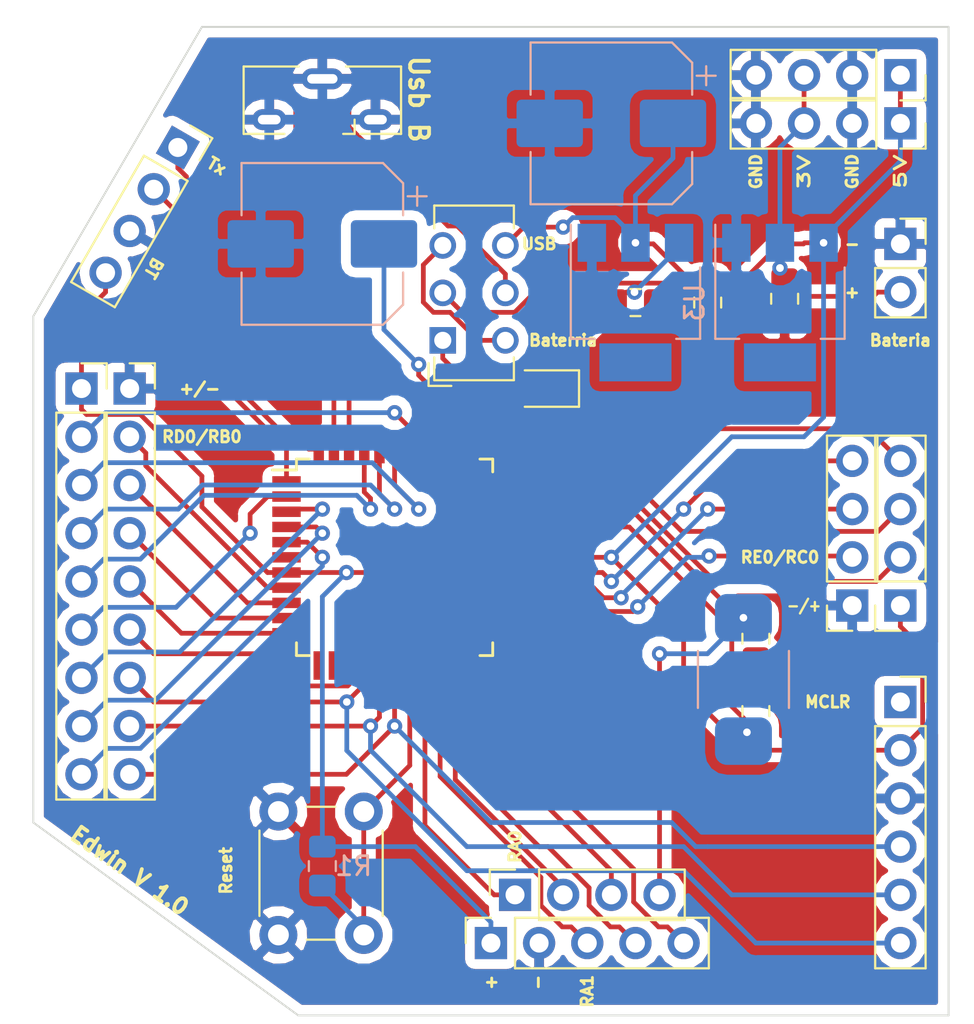
<source format=kicad_pcb>
(kicad_pcb (version 20171130) (host pcbnew "(5.0.2)-1")

  (general
    (thickness 1.6)
    (drawings 29)
    (tracks 337)
    (zones 0)
    (modules 27)
    (nets 44)
  )

  (page A4)
  (layers
    (0 F.Cu signal)
    (31 B.Cu signal)
    (32 B.Adhes user)
    (33 F.Adhes user)
    (34 B.Paste user)
    (35 F.Paste user)
    (36 B.SilkS user)
    (37 F.SilkS user)
    (38 B.Mask user)
    (39 F.Mask user)
    (40 Dwgs.User user)
    (41 Cmts.User user)
    (42 Eco1.User user)
    (43 Eco2.User user)
    (44 Edge.Cuts user)
    (45 Margin user)
    (46 B.CrtYd user)
    (47 F.CrtYd user)
    (48 B.Fab user)
    (49 F.Fab user)
  )

  (setup
    (last_trace_width 0.25)
    (trace_clearance 0.2)
    (zone_clearance 0.508)
    (zone_45_only no)
    (trace_min 0.2)
    (segment_width 0.2)
    (edge_width 0.1)
    (via_size 0.8)
    (via_drill 0.4)
    (via_min_size 0.4)
    (via_min_drill 0.3)
    (uvia_size 0.3)
    (uvia_drill 0.1)
    (uvias_allowed no)
    (uvia_min_size 0.2)
    (uvia_min_drill 0.1)
    (pcb_text_width 0.3)
    (pcb_text_size 1.5 1.5)
    (mod_edge_width 0.15)
    (mod_text_size 1 1)
    (mod_text_width 0.15)
    (pad_size 1.5 1.5)
    (pad_drill 0.6)
    (pad_to_mask_clearance 0)
    (solder_mask_min_width 0.25)
    (aux_axis_origin 0 0)
    (visible_elements 7FFFFFFF)
    (pcbplotparams
      (layerselection 0x010fc_ffffffff)
      (usegerberextensions false)
      (usegerberattributes false)
      (usegerberadvancedattributes false)
      (creategerberjobfile false)
      (excludeedgelayer true)
      (linewidth 0.100000)
      (plotframeref false)
      (viasonmask false)
      (mode 1)
      (useauxorigin false)
      (hpglpennumber 1)
      (hpglpenspeed 20)
      (hpglpendiameter 15.000000)
      (psnegative false)
      (psa4output false)
      (plotreference true)
      (plotvalue true)
      (plotinvisibletext false)
      (padsonsilk false)
      (subtractmaskfromsilk false)
      (outputformat 1)
      (mirror false)
      (drillshape 1)
      (scaleselection 1)
      (outputdirectory ""))
  )

  (net 0 "")
  (net 1 GND)
  (net 2 /RA6)
  (net 3 /CLK1)
  (net 4 VCC)
  (net 5 "Net-(C4-Pad1)")
  (net 6 /3V)
  (net 7 "Net-(C7-Pad1)")
  (net 8 "Net-(D1-Pad2)")
  (net 9 "Net-(J1-Pad2)")
  (net 10 /MCLR)
  (net 11 /PGD)
  (net 12 /PGC)
  (net 13 /PGM)
  (net 14 /Va)
  (net 15 /D-)
  (net 16 /D+)
  (net 17 /RA0)
  (net 18 /RA2)
  (net 19 /RA4)
  (net 20 /RA1)
  (net 21 /RA3)
  (net 22 /RA5)
  (net 23 /RB0)
  (net 24 /RB1)
  (net 25 /RB2)
  (net 26 /RB3)
  (net 27 /RB4)
  (net 28 /RC2)
  (net 29 /RC1)
  (net 30 /RC0)
  (net 31 /Tx)
  (net 32 /Rx)
  (net 33 /RD7)
  (net 34 /RD6)
  (net 35 /RD5)
  (net 36 /RD4)
  (net 37 /RD3)
  (net 38 /RD2)
  (net 39 /RD1)
  (net 40 /RD0)
  (net 41 /RE2)
  (net 42 /RE1)
  (net 43 /RE0)

  (net_class Default "Esta es la clase de red por defecto."
    (clearance 0.2)
    (trace_width 0.25)
    (via_dia 0.8)
    (via_drill 0.4)
    (uvia_dia 0.3)
    (uvia_drill 0.1)
    (add_net /3V)
    (add_net /CLK1)
    (add_net /D+)
    (add_net /D-)
    (add_net /MCLR)
    (add_net /PGC)
    (add_net /PGD)
    (add_net /PGM)
    (add_net /RA0)
    (add_net /RA1)
    (add_net /RA2)
    (add_net /RA3)
    (add_net /RA4)
    (add_net /RA5)
    (add_net /RA6)
    (add_net /RB0)
    (add_net /RB1)
    (add_net /RB2)
    (add_net /RB3)
    (add_net /RB4)
    (add_net /RC0)
    (add_net /RC1)
    (add_net /RC2)
    (add_net /RD0)
    (add_net /RD1)
    (add_net /RD2)
    (add_net /RD3)
    (add_net /RD4)
    (add_net /RD5)
    (add_net /RD6)
    (add_net /RD7)
    (add_net /RE0)
    (add_net /RE1)
    (add_net /RE2)
    (add_net /Rx)
    (add_net /Tx)
    (add_net /Va)
    (add_net GND)
    (add_net "Net-(C4-Pad1)")
    (add_net "Net-(C7-Pad1)")
    (add_net "Net-(D1-Pad2)")
    (add_net "Net-(J1-Pad2)")
    (add_net VCC)
  )

  (module Package_QFP:TQFP-44_10x10mm_P0.8mm (layer F.Cu) (tedit 5CB41B4E) (tstamp 5CC0CA2C)
    (at 60.96 123.19)
    (descr "44-Lead Plastic Thin Quad Flatpack (PT) - 10x10x1.0 mm Body [TQFP] (see Microchip Packaging Specification 00000049BS.pdf)")
    (tags "QFP 0.8")
    (path /5CBD5248)
    (attr smd)
    (fp_text reference "" (at 0 -7.45) (layer F.SilkS)
      (effects (font (size 1 1) (thickness 0.15)))
    )
    (fp_text value PIC18F4550-IPT (at 0 7.45) (layer F.Fab)
      (effects (font (size 1 1) (thickness 0.15)))
    )
    (fp_line (start -5.175 -4.6) (end -6.45 -4.6) (layer F.SilkS) (width 0.15))
    (fp_line (start 5.175 -5.175) (end 4.5 -5.175) (layer F.SilkS) (width 0.15))
    (fp_line (start 5.175 5.175) (end 4.5 5.175) (layer F.SilkS) (width 0.15))
    (fp_line (start -5.175 5.175) (end -4.5 5.175) (layer F.SilkS) (width 0.15))
    (fp_line (start -5.175 -5.175) (end -4.5 -5.175) (layer F.SilkS) (width 0.15))
    (fp_line (start -5.175 5.175) (end -5.175 4.5) (layer F.SilkS) (width 0.15))
    (fp_line (start 5.175 5.175) (end 5.175 4.5) (layer F.SilkS) (width 0.15))
    (fp_line (start 5.175 -5.175) (end 5.175 -4.5) (layer F.SilkS) (width 0.15))
    (fp_line (start -5.175 -5.175) (end -5.175 -4.6) (layer F.SilkS) (width 0.15))
    (fp_line (start -6.7 6.7) (end 6.7 6.7) (layer F.CrtYd) (width 0.05))
    (fp_line (start -6.7 -6.7) (end 6.7 -6.7) (layer F.CrtYd) (width 0.05))
    (fp_line (start 6.7 -6.7) (end 6.7 6.7) (layer F.CrtYd) (width 0.05))
    (fp_line (start -6.7 -6.7) (end -6.7 6.7) (layer F.CrtYd) (width 0.05))
    (fp_line (start -5 -4) (end -4 -5) (layer F.Fab) (width 0.15))
    (fp_line (start -5 5) (end -5 -4) (layer F.Fab) (width 0.15))
    (fp_line (start 5 5) (end -5 5) (layer F.Fab) (width 0.15))
    (fp_line (start 5 -5) (end 5 5) (layer F.Fab) (width 0.15))
    (fp_line (start -4 -5) (end 5 -5) (layer F.Fab) (width 0.15))
    (fp_text user %R (at 0 0) (layer F.Fab)
      (effects (font (size 1 1) (thickness 0.15)))
    )
    (pad 44 smd rect (at -4 -5.7 90) (size 1.5 0.55) (layers F.Cu F.Paste F.Mask)
      (net 31 /Tx))
    (pad 43 smd rect (at -3.2 -5.7 90) (size 1.5 0.55) (layers F.Cu F.Paste F.Mask)
      (net 16 /D+))
    (pad 42 smd rect (at -2.4 -5.7 90) (size 1.5 0.55) (layers F.Cu F.Paste F.Mask)
      (net 15 /D-))
    (pad 41 smd rect (at -1.6 -5.7 90) (size 1.5 0.55) (layers F.Cu F.Paste F.Mask)
      (net 37 /RD3))
    (pad 40 smd rect (at -0.8 -5.7 90) (size 1.5 0.55) (layers F.Cu F.Paste F.Mask)
      (net 38 /RD2))
    (pad 39 smd rect (at 0 -5.7 90) (size 1.5 0.55) (layers F.Cu F.Paste F.Mask)
      (net 39 /RD1))
    (pad 38 smd rect (at 0.8 -5.7 90) (size 1.5 0.55) (layers F.Cu F.Paste F.Mask)
      (net 40 /RD0))
    (pad 37 smd rect (at 1.6 -5.7 90) (size 1.5 0.55) (layers F.Cu F.Paste F.Mask)
      (net 7 "Net-(C7-Pad1)"))
    (pad 36 smd rect (at 2.4 -5.7 90) (size 1.5 0.55) (layers F.Cu F.Paste F.Mask)
      (net 28 /RC2))
    (pad 35 smd rect (at 3.2 -5.7 90) (size 1.5 0.55) (layers F.Cu F.Paste F.Mask)
      (net 29 /RC1))
    (pad 34 smd rect (at 4 -5.7 90) (size 1.5 0.55) (layers F.Cu F.Paste F.Mask))
    (pad 33 smd rect (at 5.7 -4) (size 1.5 0.55) (layers F.Cu F.Paste F.Mask))
    (pad 32 smd rect (at 5.7 -3.2) (size 1.5 0.55) (layers F.Cu F.Paste F.Mask)
      (net 30 /RC0))
    (pad 31 smd rect (at 5.7 -2.4) (size 1.5 0.55) (layers F.Cu F.Paste F.Mask)
      (net 2 /RA6))
    (pad 30 smd rect (at 5.7 -1.6) (size 1.5 0.55) (layers F.Cu F.Paste F.Mask)
      (net 3 /CLK1))
    (pad 29 smd rect (at 5.7 -0.8) (size 1.5 0.55) (layers F.Cu F.Paste F.Mask)
      (net 1 GND))
    (pad 28 smd rect (at 5.7 0) (size 1.5 0.55) (layers F.Cu F.Paste F.Mask)
      (net 4 VCC))
    (pad 27 smd rect (at 5.7 0.8) (size 1.5 0.55) (layers F.Cu F.Paste F.Mask)
      (net 41 /RE2))
    (pad 26 smd rect (at 5.7 1.6) (size 1.5 0.55) (layers F.Cu F.Paste F.Mask)
      (net 42 /RE1))
    (pad 25 smd rect (at 5.7 2.4) (size 1.5 0.55) (layers F.Cu F.Paste F.Mask)
      (net 43 /RE0))
    (pad 24 smd rect (at 5.7 3.2) (size 1.5 0.55) (layers F.Cu F.Paste F.Mask)
      (net 22 /RA5))
    (pad 23 smd rect (at 5.7 4) (size 1.5 0.55) (layers F.Cu F.Paste F.Mask)
      (net 19 /RA4))
    (pad 22 smd rect (at 4 5.7 90) (size 1.5 0.55) (layers F.Cu F.Paste F.Mask)
      (net 21 /RA3))
    (pad 21 smd rect (at 3.2 5.7 90) (size 1.5 0.55) (layers F.Cu F.Paste F.Mask)
      (net 18 /RA2))
    (pad 20 smd rect (at 2.4 5.7 90) (size 1.5 0.55) (layers F.Cu F.Paste F.Mask)
      (net 20 /RA1))
    (pad 19 smd rect (at 1.6 5.7 90) (size 1.5 0.55) (layers F.Cu F.Paste F.Mask)
      (net 17 /RA0))
    (pad 18 smd rect (at 0.8 5.7 90) (size 1.5 0.55) (layers F.Cu F.Paste F.Mask)
      (net 10 /MCLR))
    (pad 17 smd rect (at 0 5.7 90) (size 1.5 0.55) (layers F.Cu F.Paste F.Mask)
      (net 11 /PGD))
    (pad 16 smd rect (at -0.8 5.7 90) (size 1.5 0.55) (layers F.Cu F.Paste F.Mask)
      (net 12 /PGC))
    (pad 15 smd rect (at -1.6 5.7 90) (size 1.5 0.55) (layers F.Cu F.Paste F.Mask)
      (net 13 /PGM))
    (pad 14 smd rect (at -2.4 5.7 90) (size 1.5 0.55) (layers F.Cu F.Paste F.Mask)
      (net 27 /RB4))
    (pad 13 smd rect (at -3.2 5.7 90) (size 1.5 0.55) (layers F.Cu F.Paste F.Mask))
    (pad 12 smd rect (at -4 5.7 90) (size 1.5 0.55) (layers F.Cu F.Paste F.Mask))
    (pad 11 smd rect (at -5.7 4) (size 1.5 0.55) (layers F.Cu F.Paste F.Mask)
      (net 26 /RB3))
    (pad 10 smd rect (at -5.7 3.2) (size 1.5 0.55) (layers F.Cu F.Paste F.Mask)
      (net 25 /RB2))
    (pad 9 smd rect (at -5.7 2.4) (size 1.5 0.55) (layers F.Cu F.Paste F.Mask)
      (net 24 /RB1))
    (pad 8 smd rect (at -5.7 1.6) (size 1.5 0.55) (layers F.Cu F.Paste F.Mask)
      (net 23 /RB0))
    (pad 7 smd rect (at -5.7 0.8) (size 1.5 0.55) (layers F.Cu F.Paste F.Mask)
      (net 4 VCC))
    (pad 6 smd rect (at -5.7 0) (size 1.5 0.55) (layers F.Cu F.Paste F.Mask)
      (net 1 GND))
    (pad 5 smd rect (at -5.7 -0.8) (size 1.5 0.55) (layers F.Cu F.Paste F.Mask)
      (net 33 /RD7))
    (pad 4 smd rect (at -5.7 -1.6) (size 1.5 0.55) (layers F.Cu F.Paste F.Mask)
      (net 34 /RD6))
    (pad 3 smd rect (at -5.7 -2.4) (size 1.5 0.55) (layers F.Cu F.Paste F.Mask)
      (net 35 /RD5))
    (pad 2 smd rect (at -5.7 -3.2) (size 1.5 0.55) (layers F.Cu F.Paste F.Mask)
      (net 36 /RD4))
    (pad 1 smd rect (at -5.7 -4) (size 1.5 0.55) (layers F.Cu F.Paste F.Mask)
      (net 32 /Rx))
    (model ${KISYS3DMOD}/Package_QFP.3dshapes/TQFP-44_10x10mm_P0.8mm.wrl
      (at (xyz 0 0 0))
      (scale (xyz 1 1 1))
      (rotate (xyz 0 0 0))
    )
  )

  (module Capacitor_SMD:C_0805_2012Metric_Pad1.15x1.40mm_HandSolder (layer F.Cu) (tedit 5CB41B44) (tstamp 5CC0599E)
    (at 80.01 127.47903 90)
    (descr "Capacitor SMD 0805 (2012 Metric), square (rectangular) end terminal, IPC_7351 nominal with elongated pad for handsoldering. (Body size source: https://docs.google.com/spreadsheets/d/1BsfQQcO9C6DZCsRaXUlFlo91Tg2WpOkGARC1WS5S8t0/edit?usp=sharing), generated with kicad-footprint-generator")
    (tags "capacitor handsolder")
    (path /5CBC5D2C)
    (attr smd)
    (fp_text reference "" (at 0 -1.65 90) (layer F.SilkS)
      (effects (font (size 1 1) (thickness 0.15)))
    )
    (fp_text value 22pf (at 0 1.65 90) (layer F.Fab)
      (effects (font (size 1 1) (thickness 0.15)))
    )
    (fp_line (start -1 0.6) (end -1 -0.6) (layer F.Fab) (width 0.1))
    (fp_line (start -1 -0.6) (end 1 -0.6) (layer F.Fab) (width 0.1))
    (fp_line (start 1 -0.6) (end 1 0.6) (layer F.Fab) (width 0.1))
    (fp_line (start 1 0.6) (end -1 0.6) (layer F.Fab) (width 0.1))
    (fp_line (start -0.261252 -0.71) (end 0.261252 -0.71) (layer F.SilkS) (width 0.12))
    (fp_line (start -0.261252 0.71) (end 0.261252 0.71) (layer F.SilkS) (width 0.12))
    (fp_line (start -1.85 0.95) (end -1.85 -0.95) (layer F.CrtYd) (width 0.05))
    (fp_line (start -1.85 -0.95) (end 1.85 -0.95) (layer F.CrtYd) (width 0.05))
    (fp_line (start 1.85 -0.95) (end 1.85 0.95) (layer F.CrtYd) (width 0.05))
    (fp_line (start 1.85 0.95) (end -1.85 0.95) (layer F.CrtYd) (width 0.05))
    (fp_text user %R (at 0 0 90) (layer F.Fab)
      (effects (font (size 0.5 0.5) (thickness 0.08)))
    )
    (pad 1 smd roundrect (at -1.025 0 90) (size 1.15 1.4) (layers F.Cu F.Paste F.Mask) (roundrect_rratio 0.217391)
      (net 1 GND))
    (pad 2 smd roundrect (at 1.025 0 90) (size 1.15 1.4) (layers F.Cu F.Paste F.Mask) (roundrect_rratio 0.217391)
      (net 2 /RA6))
    (model ${KISYS3DMOD}/Capacitor_SMD.3dshapes/C_0805_2012Metric.wrl
      (at (xyz 0 0 0))
      (scale (xyz 1 1 1))
      (rotate (xyz 0 0 0))
    )
  )

  (module Capacitor_SMD:C_0805_2012Metric_Pad1.15x1.40mm_HandSolder (layer F.Cu) (tedit 5CB41B41) (tstamp 5CC059AF)
    (at 80.01 131.28903 90)
    (descr "Capacitor SMD 0805 (2012 Metric), square (rectangular) end terminal, IPC_7351 nominal with elongated pad for handsoldering. (Body size source: https://docs.google.com/spreadsheets/d/1BsfQQcO9C6DZCsRaXUlFlo91Tg2WpOkGARC1WS5S8t0/edit?usp=sharing), generated with kicad-footprint-generator")
    (tags "capacitor handsolder")
    (path /5CBC5E1E)
    (attr smd)
    (fp_text reference "" (at 0 -1.65 90) (layer F.SilkS)
      (effects (font (size 1 1) (thickness 0.15)))
    )
    (fp_text value 22pf (at 0 1.65 90) (layer F.Fab)
      (effects (font (size 1 1) (thickness 0.15)))
    )
    (fp_line (start -1 0.6) (end -1 -0.6) (layer F.Fab) (width 0.1))
    (fp_line (start -1 -0.6) (end 1 -0.6) (layer F.Fab) (width 0.1))
    (fp_line (start 1 -0.6) (end 1 0.6) (layer F.Fab) (width 0.1))
    (fp_line (start 1 0.6) (end -1 0.6) (layer F.Fab) (width 0.1))
    (fp_line (start -0.261252 -0.71) (end 0.261252 -0.71) (layer F.SilkS) (width 0.12))
    (fp_line (start -0.261252 0.71) (end 0.261252 0.71) (layer F.SilkS) (width 0.12))
    (fp_line (start -1.85 0.95) (end -1.85 -0.95) (layer F.CrtYd) (width 0.05))
    (fp_line (start -1.85 -0.95) (end 1.85 -0.95) (layer F.CrtYd) (width 0.05))
    (fp_line (start 1.85 -0.95) (end 1.85 0.95) (layer F.CrtYd) (width 0.05))
    (fp_line (start 1.85 0.95) (end -1.85 0.95) (layer F.CrtYd) (width 0.05))
    (fp_text user %R (at 0 0 90) (layer F.Fab)
      (effects (font (size 0.5 0.5) (thickness 0.08)))
    )
    (pad 1 smd roundrect (at -1.025 0 90) (size 1.15 1.4) (layers F.Cu F.Paste F.Mask) (roundrect_rratio 0.217391)
      (net 3 /CLK1))
    (pad 2 smd roundrect (at 1.025 0 90) (size 1.15 1.4) (layers F.Cu F.Paste F.Mask) (roundrect_rratio 0.217391)
      (net 1 GND))
    (model ${KISYS3DMOD}/Capacitor_SMD.3dshapes/C_0805_2012Metric.wrl
      (at (xyz 0 0 0))
      (scale (xyz 1 1 1))
      (rotate (xyz 0 0 0))
    )
  )

  (module Capacitor_SMD:CP_Elec_8x10 (layer B.Cu) (tedit 5CB41B6E) (tstamp 5CC059D7)
    (at 72.39 100.33 180)
    (descr "SMD capacitor, aluminum electrolytic, Nichicon, 8.0x10mm")
    (tags "capacitor electrolytic")
    (path /5CCD9772)
    (attr smd)
    (fp_text reference "" (at 0 5.2 180) (layer B.SilkS)
      (effects (font (size 1 1) (thickness 0.15)) (justify mirror))
    )
    (fp_text value 100uF/25V (at 0 -5.2 180) (layer B.Fab)
      (effects (font (size 1 1) (thickness 0.15)) (justify mirror))
    )
    (fp_circle (center 0 0) (end 4 0) (layer B.Fab) (width 0.1))
    (fp_line (start 4.15 4.15) (end 4.15 -4.15) (layer B.Fab) (width 0.1))
    (fp_line (start -3.15 4.15) (end 4.15 4.15) (layer B.Fab) (width 0.1))
    (fp_line (start -3.15 -4.15) (end 4.15 -4.15) (layer B.Fab) (width 0.1))
    (fp_line (start -4.15 3.15) (end -4.15 -3.15) (layer B.Fab) (width 0.1))
    (fp_line (start -4.15 3.15) (end -3.15 4.15) (layer B.Fab) (width 0.1))
    (fp_line (start -4.15 -3.15) (end -3.15 -4.15) (layer B.Fab) (width 0.1))
    (fp_line (start -3.562278 1.5) (end -2.762278 1.5) (layer B.Fab) (width 0.1))
    (fp_line (start -3.162278 1.9) (end -3.162278 1.1) (layer B.Fab) (width 0.1))
    (fp_line (start 4.26 -4.26) (end 4.26 -1.51) (layer B.SilkS) (width 0.12))
    (fp_line (start 4.26 4.26) (end 4.26 1.51) (layer B.SilkS) (width 0.12))
    (fp_line (start -3.195563 4.26) (end 4.26 4.26) (layer B.SilkS) (width 0.12))
    (fp_line (start -3.195563 -4.26) (end 4.26 -4.26) (layer B.SilkS) (width 0.12))
    (fp_line (start -4.26 -3.195563) (end -4.26 -1.51) (layer B.SilkS) (width 0.12))
    (fp_line (start -4.26 3.195563) (end -4.26 1.51) (layer B.SilkS) (width 0.12))
    (fp_line (start -4.26 3.195563) (end -3.195563 4.26) (layer B.SilkS) (width 0.12))
    (fp_line (start -4.26 -3.195563) (end -3.195563 -4.26) (layer B.SilkS) (width 0.12))
    (fp_line (start -5.5 2.51) (end -4.5 2.51) (layer B.SilkS) (width 0.12))
    (fp_line (start -5 3.01) (end -5 2.01) (layer B.SilkS) (width 0.12))
    (fp_line (start 4.4 4.4) (end 4.4 1.5) (layer B.CrtYd) (width 0.05))
    (fp_line (start 4.4 1.5) (end 5.25 1.5) (layer B.CrtYd) (width 0.05))
    (fp_line (start 5.25 1.5) (end 5.25 -1.5) (layer B.CrtYd) (width 0.05))
    (fp_line (start 5.25 -1.5) (end 4.4 -1.5) (layer B.CrtYd) (width 0.05))
    (fp_line (start 4.4 -1.5) (end 4.4 -4.4) (layer B.CrtYd) (width 0.05))
    (fp_line (start -3.25 -4.4) (end 4.4 -4.4) (layer B.CrtYd) (width 0.05))
    (fp_line (start -3.25 4.4) (end 4.4 4.4) (layer B.CrtYd) (width 0.05))
    (fp_line (start -4.4 -3.25) (end -3.25 -4.4) (layer B.CrtYd) (width 0.05))
    (fp_line (start -4.4 3.25) (end -3.25 4.4) (layer B.CrtYd) (width 0.05))
    (fp_line (start -4.4 3.25) (end -4.4 1.5) (layer B.CrtYd) (width 0.05))
    (fp_line (start -4.4 -1.5) (end -4.4 -3.25) (layer B.CrtYd) (width 0.05))
    (fp_line (start -4.4 1.5) (end -5.25 1.5) (layer B.CrtYd) (width 0.05))
    (fp_line (start -5.25 1.5) (end -5.25 -1.5) (layer B.CrtYd) (width 0.05))
    (fp_line (start -5.25 -1.5) (end -4.4 -1.5) (layer B.CrtYd) (width 0.05))
    (fp_text user %R (at 0 0 180) (layer B.Fab)
      (effects (font (size 1 1) (thickness 0.15)) (justify mirror))
    )
    (pad 1 smd roundrect (at -3.25 0 180) (size 3.5 2.5) (layers B.Cu B.Paste B.Mask) (roundrect_rratio 0.1)
      (net 4 VCC))
    (pad 2 smd roundrect (at 3.25 0 180) (size 3.5 2.5) (layers B.Cu B.Paste B.Mask) (roundrect_rratio 0.1)
      (net 1 GND))
    (model ${KISYS3DMOD}/Capacitor_SMD.3dshapes/CP_Elec_8x10.wrl
      (at (xyz 0 0 0))
      (scale (xyz 1 1 1))
      (rotate (xyz 0 0 0))
    )
  )

  (module Capacitor_SMD:C_0805_2012Metric_Pad1.15x1.40mm_HandSolder (layer F.Cu) (tedit 5CB41BB4) (tstamp 5CC059E8)
    (at 73.66 109.771099)
    (descr "Capacitor SMD 0805 (2012 Metric), square (rectangular) end terminal, IPC_7351 nominal with elongated pad for handsoldering. (Body size source: https://docs.google.com/spreadsheets/d/1BsfQQcO9C6DZCsRaXUlFlo91Tg2WpOkGARC1WS5S8t0/edit?usp=sharing), generated with kicad-footprint-generator")
    (tags "capacitor handsolder")
    (path /5CCA96FF)
    (attr smd)
    (fp_text reference "" (at 0 -1.65 180) (layer F.SilkS)
      (effects (font (size 1 1) (thickness 0.15)))
    )
    (fp_text value C (at 0 1.65) (layer F.Fab) hide
      (effects (font (size 1 1) (thickness 0.15)))
    )
    (fp_text user %R (at 0 0 90) (layer F.Fab)
      (effects (font (size 0.5 0.5) (thickness 0.08)))
    )
    (fp_line (start 1.85 0.95) (end -1.85 0.95) (layer F.CrtYd) (width 0.05))
    (fp_line (start 1.85 -0.95) (end 1.85 0.95) (layer F.CrtYd) (width 0.05))
    (fp_line (start -1.85 -0.95) (end 1.85 -0.95) (layer F.CrtYd) (width 0.05))
    (fp_line (start -1.85 0.95) (end -1.85 -0.95) (layer F.CrtYd) (width 0.05))
    (fp_line (start -0.261252 0.71) (end 0.261252 0.71) (layer F.SilkS) (width 0.12))
    (fp_line (start -0.261252 -0.71) (end 0.261252 -0.71) (layer F.SilkS) (width 0.12))
    (fp_line (start 1 0.6) (end -1 0.6) (layer F.Fab) (width 0.1))
    (fp_line (start 1 -0.6) (end 1 0.6) (layer F.Fab) (width 0.1))
    (fp_line (start -1 -0.6) (end 1 -0.6) (layer F.Fab) (width 0.1))
    (fp_line (start -1 0.6) (end -1 -0.6) (layer F.Fab) (width 0.1))
    (pad 2 smd roundrect (at 1.025 0) (size 1.15 1.4) (layers F.Cu F.Paste F.Mask) (roundrect_rratio 0.217391)
      (net 1 GND))
    (pad 1 smd roundrect (at -1.025 0) (size 1.15 1.4) (layers F.Cu F.Paste F.Mask) (roundrect_rratio 0.217391)
      (net 5 "Net-(C4-Pad1)"))
    (model ${KISYS3DMOD}/Capacitor_SMD.3dshapes/C_0805_2012Metric.wrl
      (at (xyz 0 0 0))
      (scale (xyz 1 1 1))
      (rotate (xyz 0 0 0))
    )
  )

  (module Capacitor_SMD:C_0805_2012Metric_Pad1.15x1.40mm_HandSolder (layer F.Cu) (tedit 5CB41BA3) (tstamp 5CC059F9)
    (at 77.47 109.771099 270)
    (descr "Capacitor SMD 0805 (2012 Metric), square (rectangular) end terminal, IPC_7351 nominal with elongated pad for handsoldering. (Body size source: https://docs.google.com/spreadsheets/d/1BsfQQcO9C6DZCsRaXUlFlo91Tg2WpOkGARC1WS5S8t0/edit?usp=sharing), generated with kicad-footprint-generator")
    (tags "capacitor handsolder")
    (path /5CCB867D)
    (attr smd)
    (fp_text reference "" (at 0 -1.65) (layer F.SilkS)
      (effects (font (size 1 1) (thickness 0.15)))
    )
    (fp_text value C (at 0 2.877012 270) (layer F.Fab) hide
      (effects (font (size 1 1) (thickness 0.15)))
    )
    (fp_text user %R (at 0 0) (layer F.Fab)
      (effects (font (size 0.5 0.5) (thickness 0.08)))
    )
    (fp_line (start 1.85 0.95) (end -1.85 0.95) (layer F.CrtYd) (width 0.05))
    (fp_line (start 1.85 -0.95) (end 1.85 0.95) (layer F.CrtYd) (width 0.05))
    (fp_line (start -1.85 -0.95) (end 1.85 -0.95) (layer F.CrtYd) (width 0.05))
    (fp_line (start -1.85 0.95) (end -1.85 -0.95) (layer F.CrtYd) (width 0.05))
    (fp_line (start -0.261252 0.71) (end 0.261252 0.71) (layer F.SilkS) (width 0.12))
    (fp_line (start -0.261252 -0.71) (end 0.261252 -0.71) (layer F.SilkS) (width 0.12))
    (fp_line (start 1 0.6) (end -1 0.6) (layer F.Fab) (width 0.1))
    (fp_line (start 1 -0.6) (end 1 0.6) (layer F.Fab) (width 0.1))
    (fp_line (start -1 -0.6) (end 1 -0.6) (layer F.Fab) (width 0.1))
    (fp_line (start -1 0.6) (end -1 -0.6) (layer F.Fab) (width 0.1))
    (pad 2 smd roundrect (at 1.025 0 270) (size 1.15 1.4) (layers F.Cu F.Paste F.Mask) (roundrect_rratio 0.217391)
      (net 1 GND))
    (pad 1 smd roundrect (at -1.025 0 270) (size 1.15 1.4) (layers F.Cu F.Paste F.Mask) (roundrect_rratio 0.217391)
      (net 4 VCC))
    (model ${KISYS3DMOD}/Capacitor_SMD.3dshapes/C_0805_2012Metric.wrl
      (at (xyz 0 0 0))
      (scale (xyz 1 1 1))
      (rotate (xyz 0 0 0))
    )
  )

  (module Capacitor_SMD:C_0805_2012Metric_Pad1.15x1.40mm_HandSolder (layer F.Cu) (tedit 5CB41BAF) (tstamp 5CC05A0A)
    (at 81.527029 109.569312 270)
    (descr "Capacitor SMD 0805 (2012 Metric), square (rectangular) end terminal, IPC_7351 nominal with elongated pad for handsoldering. (Body size source: https://docs.google.com/spreadsheets/d/1BsfQQcO9C6DZCsRaXUlFlo91Tg2WpOkGARC1WS5S8t0/edit?usp=sharing), generated with kicad-footprint-generator")
    (tags "capacitor handsolder")
    (path /5CC16B61)
    (attr smd)
    (fp_text reference "" (at 0 -1.65 270) (layer F.SilkS)
      (effects (font (size 1 1) (thickness 0.15)))
    )
    (fp_text value "104 " (at 0 1.65 270) (layer F.Fab) hide
      (effects (font (size 1 1) (thickness 0.15)))
    )
    (fp_line (start -1 0.6) (end -1 -0.6) (layer F.Fab) (width 0.1))
    (fp_line (start -1 -0.6) (end 1 -0.6) (layer F.Fab) (width 0.1))
    (fp_line (start 1 -0.6) (end 1 0.6) (layer F.Fab) (width 0.1))
    (fp_line (start 1 0.6) (end -1 0.6) (layer F.Fab) (width 0.1))
    (fp_line (start -0.261252 -0.71) (end 0.261252 -0.71) (layer F.SilkS) (width 0.12))
    (fp_line (start -0.261252 0.71) (end 0.261252 0.71) (layer F.SilkS) (width 0.12))
    (fp_line (start -1.85 0.95) (end -1.85 -0.95) (layer F.CrtYd) (width 0.05))
    (fp_line (start -1.85 -0.95) (end 1.85 -0.95) (layer F.CrtYd) (width 0.05))
    (fp_line (start 1.85 -0.95) (end 1.85 0.95) (layer F.CrtYd) (width 0.05))
    (fp_line (start 1.85 0.95) (end -1.85 0.95) (layer F.CrtYd) (width 0.05))
    (fp_text user %R (at 0 0 180) (layer F.Fab)
      (effects (font (size 0.5 0.5) (thickness 0.08)))
    )
    (pad 1 smd roundrect (at -1.025 0 270) (size 1.15 1.4) (layers F.Cu F.Paste F.Mask) (roundrect_rratio 0.217391)
      (net 6 /3V))
    (pad 2 smd roundrect (at 1.025 0 270) (size 1.15 1.4) (layers F.Cu F.Paste F.Mask) (roundrect_rratio 0.217391)
      (net 1 GND))
    (model ${KISYS3DMOD}/Capacitor_SMD.3dshapes/C_0805_2012Metric.wrl
      (at (xyz 0 0 0))
      (scale (xyz 1 1 1))
      (rotate (xyz 0 0 0))
    )
  )

  (module Capacitor_SMD:CP_Elec_8x10 (layer B.Cu) (tedit 5CB41B7B) (tstamp 5CC05A32)
    (at 57.15 106.68 180)
    (descr "SMD capacitor, aluminum electrolytic, Nichicon, 8.0x10mm")
    (tags "capacitor electrolytic")
    (path /5CD4C6F5)
    (attr smd)
    (fp_text reference "" (at 0 5.2 180) (layer B.SilkS)
      (effects (font (size 1 1) (thickness 0.15)) (justify mirror))
    )
    (fp_text value 47uF (at 0 -5.2 180) (layer B.Fab)
      (effects (font (size 1 1) (thickness 0.15)) (justify mirror))
    )
    (fp_text user %R (at 0 0 180) (layer B.Fab)
      (effects (font (size 1 1) (thickness 0.15)) (justify mirror))
    )
    (fp_line (start -5.25 -1.5) (end -4.4 -1.5) (layer B.CrtYd) (width 0.05))
    (fp_line (start -5.25 1.5) (end -5.25 -1.5) (layer B.CrtYd) (width 0.05))
    (fp_line (start -4.4 1.5) (end -5.25 1.5) (layer B.CrtYd) (width 0.05))
    (fp_line (start -4.4 -1.5) (end -4.4 -3.25) (layer B.CrtYd) (width 0.05))
    (fp_line (start -4.4 3.25) (end -4.4 1.5) (layer B.CrtYd) (width 0.05))
    (fp_line (start -4.4 3.25) (end -3.25 4.4) (layer B.CrtYd) (width 0.05))
    (fp_line (start -4.4 -3.25) (end -3.25 -4.4) (layer B.CrtYd) (width 0.05))
    (fp_line (start -3.25 4.4) (end 4.4 4.4) (layer B.CrtYd) (width 0.05))
    (fp_line (start -3.25 -4.4) (end 4.4 -4.4) (layer B.CrtYd) (width 0.05))
    (fp_line (start 4.4 -1.5) (end 4.4 -4.4) (layer B.CrtYd) (width 0.05))
    (fp_line (start 5.25 -1.5) (end 4.4 -1.5) (layer B.CrtYd) (width 0.05))
    (fp_line (start 5.25 1.5) (end 5.25 -1.5) (layer B.CrtYd) (width 0.05))
    (fp_line (start 4.4 1.5) (end 5.25 1.5) (layer B.CrtYd) (width 0.05))
    (fp_line (start 4.4 4.4) (end 4.4 1.5) (layer B.CrtYd) (width 0.05))
    (fp_line (start -5 3.01) (end -5 2.01) (layer B.SilkS) (width 0.12))
    (fp_line (start -5.5 2.51) (end -4.5 2.51) (layer B.SilkS) (width 0.12))
    (fp_line (start -4.26 -3.195563) (end -3.195563 -4.26) (layer B.SilkS) (width 0.12))
    (fp_line (start -4.26 3.195563) (end -3.195563 4.26) (layer B.SilkS) (width 0.12))
    (fp_line (start -4.26 3.195563) (end -4.26 1.51) (layer B.SilkS) (width 0.12))
    (fp_line (start -4.26 -3.195563) (end -4.26 -1.51) (layer B.SilkS) (width 0.12))
    (fp_line (start -3.195563 -4.26) (end 4.26 -4.26) (layer B.SilkS) (width 0.12))
    (fp_line (start -3.195563 4.26) (end 4.26 4.26) (layer B.SilkS) (width 0.12))
    (fp_line (start 4.26 4.26) (end 4.26 1.51) (layer B.SilkS) (width 0.12))
    (fp_line (start 4.26 -4.26) (end 4.26 -1.51) (layer B.SilkS) (width 0.12))
    (fp_line (start -3.162278 1.9) (end -3.162278 1.1) (layer B.Fab) (width 0.1))
    (fp_line (start -3.562278 1.5) (end -2.762278 1.5) (layer B.Fab) (width 0.1))
    (fp_line (start -4.15 -3.15) (end -3.15 -4.15) (layer B.Fab) (width 0.1))
    (fp_line (start -4.15 3.15) (end -3.15 4.15) (layer B.Fab) (width 0.1))
    (fp_line (start -4.15 3.15) (end -4.15 -3.15) (layer B.Fab) (width 0.1))
    (fp_line (start -3.15 -4.15) (end 4.15 -4.15) (layer B.Fab) (width 0.1))
    (fp_line (start -3.15 4.15) (end 4.15 4.15) (layer B.Fab) (width 0.1))
    (fp_line (start 4.15 4.15) (end 4.15 -4.15) (layer B.Fab) (width 0.1))
    (fp_circle (center 0 0) (end 4 0) (layer B.Fab) (width 0.1))
    (pad 2 smd roundrect (at 3.25 0 180) (size 3.5 2.5) (layers B.Cu B.Paste B.Mask) (roundrect_rratio 0.1)
      (net 1 GND))
    (pad 1 smd roundrect (at -3.25 0 180) (size 3.5 2.5) (layers B.Cu B.Paste B.Mask) (roundrect_rratio 0.1)
      (net 7 "Net-(C7-Pad1)"))
    (model ${KISYS3DMOD}/Capacitor_SMD.3dshapes/CP_Elec_8x10.wrl
      (at (xyz 0 0 0))
      (scale (xyz 1 1 1))
      (rotate (xyz 0 0 0))
    )
  )

  (module Connector_PinSocket_2.54mm:PinSocket_1x02_P2.54mm_Vertical (layer F.Cu) (tedit 5CB41B5D) (tstamp 5CC05A5B)
    (at 87.63 106.68)
    (descr "Through hole straight socket strip, 1x02, 2.54mm pitch, single row (from Kicad 4.0.7), script generated")
    (tags "Through hole socket strip THT 1x02 2.54mm single row")
    (path /5CC501D7)
    (fp_text reference "" (at 0 -2.77) (layer F.SilkS)
      (effects (font (size 1 1) (thickness 0.15)))
    )
    (fp_text value Bateria (at 0 5.31) (layer F.Fab)
      (effects (font (size 1 1) (thickness 0.15)))
    )
    (fp_line (start -1.27 -1.27) (end 0.635 -1.27) (layer F.Fab) (width 0.1))
    (fp_line (start 0.635 -1.27) (end 1.27 -0.635) (layer F.Fab) (width 0.1))
    (fp_line (start 1.27 -0.635) (end 1.27 3.81) (layer F.Fab) (width 0.1))
    (fp_line (start 1.27 3.81) (end -1.27 3.81) (layer F.Fab) (width 0.1))
    (fp_line (start -1.27 3.81) (end -1.27 -1.27) (layer F.Fab) (width 0.1))
    (fp_line (start -1.33 1.27) (end 1.33 1.27) (layer F.SilkS) (width 0.12))
    (fp_line (start -1.33 1.27) (end -1.33 3.87) (layer F.SilkS) (width 0.12))
    (fp_line (start -1.33 3.87) (end 1.33 3.87) (layer F.SilkS) (width 0.12))
    (fp_line (start 1.33 1.27) (end 1.33 3.87) (layer F.SilkS) (width 0.12))
    (fp_line (start 1.33 -1.33) (end 1.33 0) (layer F.SilkS) (width 0.12))
    (fp_line (start 0 -1.33) (end 1.33 -1.33) (layer F.SilkS) (width 0.12))
    (fp_line (start -1.8 -1.8) (end 1.75 -1.8) (layer F.CrtYd) (width 0.05))
    (fp_line (start 1.75 -1.8) (end 1.75 4.3) (layer F.CrtYd) (width 0.05))
    (fp_line (start 1.75 4.3) (end -1.8 4.3) (layer F.CrtYd) (width 0.05))
    (fp_line (start -1.8 4.3) (end -1.8 -1.8) (layer F.CrtYd) (width 0.05))
    (fp_text user %R (at 0 1.27 -270) (layer F.Fab)
      (effects (font (size 1 1) (thickness 0.15)))
    )
    (pad 1 thru_hole rect (at 0 0) (size 1.7 1.7) (drill 1) (layers *.Cu *.Mask)
      (net 1 GND))
    (pad 2 thru_hole oval (at 0 2.54) (size 1.7 1.7) (drill 1) (layers *.Cu *.Mask)
      (net 9 "Net-(J1-Pad2)"))
    (model ${KISYS3DMOD}/Connector_PinSocket_2.54mm.3dshapes/PinSocket_1x02_P2.54mm_Vertical.wrl
      (at (xyz 0 0 0))
      (scale (xyz 1 1 1))
      (rotate (xyz 0 0 0))
    )
  )

  (module Connector_PinSocket_2.54mm:PinSocket_1x06_P2.54mm_Vertical (layer F.Cu) (tedit 5CB41B2D) (tstamp 5CC05A75)
    (at 87.63 130.81)
    (descr "Through hole straight socket strip, 1x06, 2.54mm pitch, single row (from Kicad 4.0.7), script generated")
    (tags "Through hole socket strip THT 1x06 2.54mm single row")
    (path /5CB3BE55)
    (fp_text reference "" (at 0 -2.77) (layer F.SilkS)
      (effects (font (size 1 1) (thickness 0.15)))
    )
    (fp_text value Pickit (at 0 15.47) (layer F.Fab)
      (effects (font (size 1 1) (thickness 0.15)))
    )
    (fp_line (start -1.27 -1.27) (end 0.635 -1.27) (layer F.Fab) (width 0.1))
    (fp_line (start 0.635 -1.27) (end 1.27 -0.635) (layer F.Fab) (width 0.1))
    (fp_line (start 1.27 -0.635) (end 1.27 13.97) (layer F.Fab) (width 0.1))
    (fp_line (start 1.27 13.97) (end -1.27 13.97) (layer F.Fab) (width 0.1))
    (fp_line (start -1.27 13.97) (end -1.27 -1.27) (layer F.Fab) (width 0.1))
    (fp_line (start -1.33 1.27) (end 1.33 1.27) (layer F.SilkS) (width 0.12))
    (fp_line (start -1.33 1.27) (end -1.33 14.03) (layer F.SilkS) (width 0.12))
    (fp_line (start -1.33 14.03) (end 1.33 14.03) (layer F.SilkS) (width 0.12))
    (fp_line (start 1.33 1.27) (end 1.33 14.03) (layer F.SilkS) (width 0.12))
    (fp_line (start 1.33 -1.33) (end 1.33 0) (layer F.SilkS) (width 0.12))
    (fp_line (start 0 -1.33) (end 1.33 -1.33) (layer F.SilkS) (width 0.12))
    (fp_line (start -1.8 -1.8) (end 1.75 -1.8) (layer F.CrtYd) (width 0.05))
    (fp_line (start 1.75 -1.8) (end 1.75 14.45) (layer F.CrtYd) (width 0.05))
    (fp_line (start 1.75 14.45) (end -1.8 14.45) (layer F.CrtYd) (width 0.05))
    (fp_line (start -1.8 14.45) (end -1.8 -1.8) (layer F.CrtYd) (width 0.05))
    (fp_text user %R (at 0 6.35 -270) (layer F.Fab)
      (effects (font (size 1 1) (thickness 0.15)))
    )
    (pad 1 thru_hole rect (at 0 0) (size 1.7 1.7) (drill 1) (layers *.Cu *.Mask)
      (net 10 /MCLR))
    (pad 2 thru_hole oval (at 0 2.54) (size 1.7 1.7) (drill 1) (layers *.Cu *.Mask)
      (net 4 VCC))
    (pad 3 thru_hole oval (at 0 5.08) (size 1.7 1.7) (drill 1) (layers *.Cu *.Mask)
      (net 1 GND))
    (pad 4 thru_hole oval (at 0 7.62) (size 1.7 1.7) (drill 1) (layers *.Cu *.Mask)
      (net 11 /PGD))
    (pad 5 thru_hole oval (at 0 10.16) (size 1.7 1.7) (drill 1) (layers *.Cu *.Mask)
      (net 12 /PGC))
    (pad 6 thru_hole oval (at 0 12.7) (size 1.7 1.7) (drill 1) (layers *.Cu *.Mask)
      (net 13 /PGM))
    (model ${KISYS3DMOD}/Connector_PinSocket_2.54mm.3dshapes/PinSocket_1x06_P2.54mm_Vertical.wrl
      (at (xyz 0 0 0))
      (scale (xyz 1 1 1))
      (rotate (xyz 0 0 0))
    )
  )

  (module Connector_PinSocket_2.54mm:PinSocket_1x04_P2.54mm_Vertical (layer F.Cu) (tedit 5CB41B66) (tstamp 5CC05A8D)
    (at 87.63 97.79 270)
    (descr "Through hole straight socket strip, 1x04, 2.54mm pitch, single row (from Kicad 4.0.7), script generated")
    (tags "Through hole socket strip THT 1x04 2.54mm single row")
    (path /5CB3BFF5)
    (fp_text reference "" (at 0 -2.77 270) (layer F.SilkS)
      (effects (font (size 1 1) (thickness 0.15)))
    )
    (fp_text value "SOURCE 0" (at 0 10.39 270) (layer F.Fab)
      (effects (font (size 1 1) (thickness 0.15)))
    )
    (fp_line (start -1.27 -1.27) (end 0.635 -1.27) (layer F.Fab) (width 0.1))
    (fp_line (start 0.635 -1.27) (end 1.27 -0.635) (layer F.Fab) (width 0.1))
    (fp_line (start 1.27 -0.635) (end 1.27 8.89) (layer F.Fab) (width 0.1))
    (fp_line (start 1.27 8.89) (end -1.27 8.89) (layer F.Fab) (width 0.1))
    (fp_line (start -1.27 8.89) (end -1.27 -1.27) (layer F.Fab) (width 0.1))
    (fp_line (start -1.33 1.27) (end 1.33 1.27) (layer F.SilkS) (width 0.12))
    (fp_line (start -1.33 1.27) (end -1.33 8.95) (layer F.SilkS) (width 0.12))
    (fp_line (start -1.33 8.95) (end 1.33 8.95) (layer F.SilkS) (width 0.12))
    (fp_line (start 1.33 1.27) (end 1.33 8.95) (layer F.SilkS) (width 0.12))
    (fp_line (start 1.33 -1.33) (end 1.33 0) (layer F.SilkS) (width 0.12))
    (fp_line (start 0 -1.33) (end 1.33 -1.33) (layer F.SilkS) (width 0.12))
    (fp_line (start -1.8 -1.8) (end 1.75 -1.8) (layer F.CrtYd) (width 0.05))
    (fp_line (start 1.75 -1.8) (end 1.75 9.4) (layer F.CrtYd) (width 0.05))
    (fp_line (start 1.75 9.4) (end -1.8 9.4) (layer F.CrtYd) (width 0.05))
    (fp_line (start -1.8 9.4) (end -1.8 -1.8) (layer F.CrtYd) (width 0.05))
    (fp_text user %R (at 0 3.81) (layer F.Fab)
      (effects (font (size 1 1) (thickness 0.15)))
    )
    (pad 1 thru_hole rect (at 0 0 270) (size 1.7 1.7) (drill 1) (layers *.Cu *.Mask)
      (net 4 VCC))
    (pad 2 thru_hole oval (at 0 2.54 270) (size 1.7 1.7) (drill 1) (layers *.Cu *.Mask)
      (net 1 GND))
    (pad 3 thru_hole oval (at 0 5.08 270) (size 1.7 1.7) (drill 1) (layers *.Cu *.Mask)
      (net 6 /3V))
    (pad 4 thru_hole oval (at 0 7.62 270) (size 1.7 1.7) (drill 1) (layers *.Cu *.Mask)
      (net 1 GND))
    (model ${KISYS3DMOD}/Connector_PinSocket_2.54mm.3dshapes/PinSocket_1x04_P2.54mm_Vertical.wrl
      (at (xyz 0 0 0))
      (scale (xyz 1 1 1))
      (rotate (xyz 0 0 0))
    )
  )

  (module Connector_PinSocket_2.54mm:PinSocket_1x04_P2.54mm_Vertical (layer F.Cu) (tedit 5CB41B69) (tstamp 5CC05AA5)
    (at 87.63 100.33 270)
    (descr "Through hole straight socket strip, 1x04, 2.54mm pitch, single row (from Kicad 4.0.7), script generated")
    (tags "Through hole socket strip THT 1x04 2.54mm single row")
    (path /5CBB42EF)
    (fp_text reference "" (at 0 -2.77 270) (layer F.SilkS)
      (effects (font (size 1 1) (thickness 0.15)))
    )
    (fp_text value "SOURCE 1" (at 0 10.39 270) (layer F.Fab)
      (effects (font (size 1 1) (thickness 0.15)))
    )
    (fp_text user %R (at 0 3.81) (layer F.Fab)
      (effects (font (size 1 1) (thickness 0.15)))
    )
    (fp_line (start -1.8 9.4) (end -1.8 -1.8) (layer F.CrtYd) (width 0.05))
    (fp_line (start 1.75 9.4) (end -1.8 9.4) (layer F.CrtYd) (width 0.05))
    (fp_line (start 1.75 -1.8) (end 1.75 9.4) (layer F.CrtYd) (width 0.05))
    (fp_line (start -1.8 -1.8) (end 1.75 -1.8) (layer F.CrtYd) (width 0.05))
    (fp_line (start 0 -1.33) (end 1.33 -1.33) (layer F.SilkS) (width 0.12))
    (fp_line (start 1.33 -1.33) (end 1.33 0) (layer F.SilkS) (width 0.12))
    (fp_line (start 1.33 1.27) (end 1.33 8.95) (layer F.SilkS) (width 0.12))
    (fp_line (start -1.33 8.95) (end 1.33 8.95) (layer F.SilkS) (width 0.12))
    (fp_line (start -1.33 1.27) (end -1.33 8.95) (layer F.SilkS) (width 0.12))
    (fp_line (start -1.33 1.27) (end 1.33 1.27) (layer F.SilkS) (width 0.12))
    (fp_line (start -1.27 8.89) (end -1.27 -1.27) (layer F.Fab) (width 0.1))
    (fp_line (start 1.27 8.89) (end -1.27 8.89) (layer F.Fab) (width 0.1))
    (fp_line (start 1.27 -0.635) (end 1.27 8.89) (layer F.Fab) (width 0.1))
    (fp_line (start 0.635 -1.27) (end 1.27 -0.635) (layer F.Fab) (width 0.1))
    (fp_line (start -1.27 -1.27) (end 0.635 -1.27) (layer F.Fab) (width 0.1))
    (pad 4 thru_hole oval (at 0 7.62 270) (size 1.7 1.7) (drill 1) (layers *.Cu *.Mask)
      (net 1 GND))
    (pad 3 thru_hole oval (at 0 5.08 270) (size 1.7 1.7) (drill 1) (layers *.Cu *.Mask)
      (net 6 /3V))
    (pad 2 thru_hole oval (at 0 2.54 270) (size 1.7 1.7) (drill 1) (layers *.Cu *.Mask)
      (net 1 GND))
    (pad 1 thru_hole rect (at 0 0 270) (size 1.7 1.7) (drill 1) (layers *.Cu *.Mask)
      (net 4 VCC))
    (model ${KISYS3DMOD}/Connector_PinSocket_2.54mm.3dshapes/PinSocket_1x04_P2.54mm_Vertical.wrl
      (at (xyz 0 0 0))
      (scale (xyz 1 1 1))
      (rotate (xyz 0 0 0))
    )
  )

  (module Connector_PinSocket_2.54mm:PinSocket_1x04_P2.54mm_Vertical (layer F.Cu) (tedit 5CB41B12) (tstamp 5CC05ADB)
    (at 67.31 140.97 90)
    (descr "Through hole straight socket strip, 1x04, 2.54mm pitch, single row (from Kicad 4.0.7), script generated")
    (tags "Through hole socket strip THT 1x04 2.54mm single row")
    (path /5CAF2BED)
    (fp_text reference "" (at 0 -2.77 90) (layer F.SilkS) hide
      (effects (font (size 1 1) (thickness 0.15)))
    )
    (fp_text value "PUERTO A0" (at 0 10.39 90) (layer F.Fab)
      (effects (font (size 1 1) (thickness 0.15)))
    )
    (fp_line (start -1.27 -1.27) (end 0.635 -1.27) (layer F.Fab) (width 0.1))
    (fp_line (start 0.635 -1.27) (end 1.27 -0.635) (layer F.Fab) (width 0.1))
    (fp_line (start 1.27 -0.635) (end 1.27 8.89) (layer F.Fab) (width 0.1))
    (fp_line (start 1.27 8.89) (end -1.27 8.89) (layer F.Fab) (width 0.1))
    (fp_line (start -1.27 8.89) (end -1.27 -1.27) (layer F.Fab) (width 0.1))
    (fp_line (start -1.33 1.27) (end 1.33 1.27) (layer F.SilkS) (width 0.12))
    (fp_line (start -1.33 1.27) (end -1.33 8.95) (layer F.SilkS) (width 0.12))
    (fp_line (start -1.33 8.95) (end 1.33 8.95) (layer F.SilkS) (width 0.12))
    (fp_line (start 1.33 1.27) (end 1.33 8.95) (layer F.SilkS) (width 0.12))
    (fp_line (start 1.33 -1.33) (end 1.33 0) (layer F.SilkS) (width 0.12))
    (fp_line (start 0 -1.33) (end 1.33 -1.33) (layer F.SilkS) (width 0.12))
    (fp_line (start -1.8 -1.8) (end 1.75 -1.8) (layer F.CrtYd) (width 0.05))
    (fp_line (start 1.75 -1.8) (end 1.75 9.4) (layer F.CrtYd) (width 0.05))
    (fp_line (start 1.75 9.4) (end -1.8 9.4) (layer F.CrtYd) (width 0.05))
    (fp_line (start -1.8 9.4) (end -1.8 -1.8) (layer F.CrtYd) (width 0.05))
    (fp_text user %R (at 0 3.81 180) (layer F.Fab)
      (effects (font (size 1 1) (thickness 0.15)))
    )
    (pad 1 thru_hole rect (at 0 0 90) (size 1.7 1.7) (drill 1) (layers *.Cu *.Mask)
      (net 17 /RA0))
    (pad 2 thru_hole oval (at 0 2.54 90) (size 1.7 1.7) (drill 1) (layers *.Cu *.Mask)
      (net 18 /RA2))
    (pad 3 thru_hole oval (at 0 5.08 90) (size 1.7 1.7) (drill 1) (layers *.Cu *.Mask)
      (net 19 /RA4))
    (pad 4 thru_hole oval (at 0 7.62 90) (size 1.7 1.7) (drill 1) (layers *.Cu *.Mask)
      (net 2 /RA6))
    (model ${KISYS3DMOD}/Connector_PinSocket_2.54mm.3dshapes/PinSocket_1x04_P2.54mm_Vertical.wrl
      (at (xyz 0 0 0))
      (scale (xyz 1 1 1))
      (rotate (xyz 0 0 0))
    )
  )

  (module Connector_PinSocket_2.54mm:PinSocket_1x05_P2.54mm_Vertical (layer F.Cu) (tedit 5CB41B17) (tstamp 5CC05AF4)
    (at 66.04 143.51 90)
    (descr "Through hole straight socket strip, 1x05, 2.54mm pitch, single row (from Kicad 4.0.7), script generated")
    (tags "Through hole socket strip THT 1x05 2.54mm single row")
    (path /5CAF54D8)
    (fp_text reference "" (at 0 -2.77 90) (layer F.SilkS) hide
      (effects (font (size 1 1) (thickness 0.15)))
    )
    (fp_text value "PUERTO A1" (at 0 12.93 90) (layer F.Fab)
      (effects (font (size 1 1) (thickness 0.15)))
    )
    (fp_line (start -1.27 -1.27) (end 0.635 -1.27) (layer F.Fab) (width 0.1))
    (fp_line (start 0.635 -1.27) (end 1.27 -0.635) (layer F.Fab) (width 0.1))
    (fp_line (start 1.27 -0.635) (end 1.27 11.43) (layer F.Fab) (width 0.1))
    (fp_line (start 1.27 11.43) (end -1.27 11.43) (layer F.Fab) (width 0.1))
    (fp_line (start -1.27 11.43) (end -1.27 -1.27) (layer F.Fab) (width 0.1))
    (fp_line (start -1.33 1.27) (end 1.33 1.27) (layer F.SilkS) (width 0.12))
    (fp_line (start -1.33 1.27) (end -1.33 11.49) (layer F.SilkS) (width 0.12))
    (fp_line (start -1.33 11.49) (end 1.33 11.49) (layer F.SilkS) (width 0.12))
    (fp_line (start 1.33 1.27) (end 1.33 11.49) (layer F.SilkS) (width 0.12))
    (fp_line (start 1.33 -1.33) (end 1.33 0) (layer F.SilkS) (width 0.12))
    (fp_line (start 0 -1.33) (end 1.33 -1.33) (layer F.SilkS) (width 0.12))
    (fp_line (start -1.8 -1.8) (end 1.75 -1.8) (layer F.CrtYd) (width 0.05))
    (fp_line (start 1.75 -1.8) (end 1.75 11.9) (layer F.CrtYd) (width 0.05))
    (fp_line (start 1.75 11.9) (end -1.8 11.9) (layer F.CrtYd) (width 0.05))
    (fp_line (start -1.8 11.9) (end -1.8 -1.8) (layer F.CrtYd) (width 0.05))
    (fp_text user %R (at 0 5.08 180) (layer F.Fab)
      (effects (font (size 1 1) (thickness 0.15)))
    )
    (pad 1 thru_hole rect (at 0 0 90) (size 1.7 1.7) (drill 1) (layers *.Cu *.Mask)
      (net 4 VCC))
    (pad 2 thru_hole oval (at 0 2.54 90) (size 1.7 1.7) (drill 1) (layers *.Cu *.Mask)
      (net 1 GND))
    (pad 3 thru_hole oval (at 0 5.08 90) (size 1.7 1.7) (drill 1) (layers *.Cu *.Mask)
      (net 20 /RA1))
    (pad 4 thru_hole oval (at 0 7.62 90) (size 1.7 1.7) (drill 1) (layers *.Cu *.Mask)
      (net 21 /RA3))
    (pad 5 thru_hole oval (at 0 10.16 90) (size 1.7 1.7) (drill 1) (layers *.Cu *.Mask)
      (net 22 /RA5))
    (model ${KISYS3DMOD}/Connector_PinSocket_2.54mm.3dshapes/PinSocket_1x05_P2.54mm_Vertical.wrl
      (at (xyz 0 0 0))
      (scale (xyz 1 1 1))
      (rotate (xyz 0 0 0))
    )
  )

  (module Connector_PinSocket_2.54mm:PinSocket_1x09_P2.54mm_Vertical (layer F.Cu) (tedit 5CB41AEF) (tstamp 5CC05B11)
    (at 46.99 114.3)
    (descr "Through hole straight socket strip, 1x09, 2.54mm pitch, single row (from Kicad 4.0.7), script generated")
    (tags "Through hole socket strip THT 1x09 2.54mm single row")
    (path /5CAB888B)
    (fp_text reference "" (at 0 -2.77) (layer F.SilkS) hide
      (effects (font (size 1 1) (thickness 0.15)))
    )
    (fp_text value "PUERTO B" (at 0 23.09) (layer F.Fab)
      (effects (font (size 1 1) (thickness 0.15)))
    )
    (fp_line (start -1.27 -1.27) (end 0.635 -1.27) (layer F.Fab) (width 0.1))
    (fp_line (start 0.635 -1.27) (end 1.27 -0.635) (layer F.Fab) (width 0.1))
    (fp_line (start 1.27 -0.635) (end 1.27 21.59) (layer F.Fab) (width 0.1))
    (fp_line (start 1.27 21.59) (end -1.27 21.59) (layer F.Fab) (width 0.1))
    (fp_line (start -1.27 21.59) (end -1.27 -1.27) (layer F.Fab) (width 0.1))
    (fp_line (start -1.33 1.27) (end 1.33 1.27) (layer F.SilkS) (width 0.12))
    (fp_line (start -1.33 1.27) (end -1.33 21.65) (layer F.SilkS) (width 0.12))
    (fp_line (start -1.33 21.65) (end 1.33 21.65) (layer F.SilkS) (width 0.12))
    (fp_line (start 1.33 1.27) (end 1.33 21.65) (layer F.SilkS) (width 0.12))
    (fp_line (start 1.33 -1.33) (end 1.33 0) (layer F.SilkS) (width 0.12))
    (fp_line (start 0 -1.33) (end 1.33 -1.33) (layer F.SilkS) (width 0.12))
    (fp_line (start -1.8 -1.8) (end 1.75 -1.8) (layer F.CrtYd) (width 0.05))
    (fp_line (start 1.75 -1.8) (end 1.75 22.1) (layer F.CrtYd) (width 0.05))
    (fp_line (start 1.75 22.1) (end -1.8 22.1) (layer F.CrtYd) (width 0.05))
    (fp_line (start -1.8 22.1) (end -1.8 -1.8) (layer F.CrtYd) (width 0.05))
    (fp_text user %R (at 0 10.16 90) (layer F.Fab)
      (effects (font (size 1 1) (thickness 0.15)))
    )
    (pad 1 thru_hole rect (at 0 0) (size 1.7 1.7) (drill 1) (layers *.Cu *.Mask)
      (net 1 GND))
    (pad 2 thru_hole oval (at 0 2.54) (size 1.7 1.7) (drill 1) (layers *.Cu *.Mask)
      (net 23 /RB0))
    (pad 3 thru_hole oval (at 0 5.08) (size 1.7 1.7) (drill 1) (layers *.Cu *.Mask)
      (net 24 /RB1))
    (pad 4 thru_hole oval (at 0 7.62) (size 1.7 1.7) (drill 1) (layers *.Cu *.Mask)
      (net 25 /RB2))
    (pad 5 thru_hole oval (at 0 10.16) (size 1.7 1.7) (drill 1) (layers *.Cu *.Mask)
      (net 26 /RB3))
    (pad 6 thru_hole oval (at 0 12.7) (size 1.7 1.7) (drill 1) (layers *.Cu *.Mask)
      (net 27 /RB4))
    (pad 7 thru_hole oval (at 0 15.24) (size 1.7 1.7) (drill 1) (layers *.Cu *.Mask)
      (net 13 /PGM))
    (pad 8 thru_hole oval (at 0 17.78) (size 1.7 1.7) (drill 1) (layers *.Cu *.Mask)
      (net 12 /PGC))
    (pad 9 thru_hole oval (at 0 20.32) (size 1.7 1.7) (drill 1) (layers *.Cu *.Mask)
      (net 11 /PGD))
    (model ${KISYS3DMOD}/Connector_PinSocket_2.54mm.3dshapes/PinSocket_1x09_P2.54mm_Vertical.wrl
      (at (xyz 0 0 0))
      (scale (xyz 1 1 1))
      (rotate (xyz 0 0 0))
    )
  )

  (module Connector_PinSocket_2.54mm:PinSocket_1x04_P2.54mm_Vertical (layer F.Cu) (tedit 5CB41B30) (tstamp 5CC05B29)
    (at 87.63 125.73 180)
    (descr "Through hole straight socket strip, 1x04, 2.54mm pitch, single row (from Kicad 4.0.7), script generated")
    (tags "Through hole socket strip THT 1x04 2.54mm single row")
    (path /5CB03870)
    (fp_text reference "" (at 0 -2.77 180) (layer F.SilkS)
      (effects (font (size 1 1) (thickness 0.15)))
    )
    (fp_text value "PUERTO C" (at 0 10.39 180) (layer F.Fab)
      (effects (font (size 1 1) (thickness 0.15)))
    )
    (fp_text user %R (at 0 3.81 270) (layer F.Fab)
      (effects (font (size 1 1) (thickness 0.15)))
    )
    (fp_line (start -1.8 9.4) (end -1.8 -1.8) (layer F.CrtYd) (width 0.05))
    (fp_line (start 1.75 9.4) (end -1.8 9.4) (layer F.CrtYd) (width 0.05))
    (fp_line (start 1.75 -1.8) (end 1.75 9.4) (layer F.CrtYd) (width 0.05))
    (fp_line (start -1.8 -1.8) (end 1.75 -1.8) (layer F.CrtYd) (width 0.05))
    (fp_line (start 0 -1.33) (end 1.33 -1.33) (layer F.SilkS) (width 0.12))
    (fp_line (start 1.33 -1.33) (end 1.33 0) (layer F.SilkS) (width 0.12))
    (fp_line (start 1.33 1.27) (end 1.33 8.95) (layer F.SilkS) (width 0.12))
    (fp_line (start -1.33 8.95) (end 1.33 8.95) (layer F.SilkS) (width 0.12))
    (fp_line (start -1.33 1.27) (end -1.33 8.95) (layer F.SilkS) (width 0.12))
    (fp_line (start -1.33 1.27) (end 1.33 1.27) (layer F.SilkS) (width 0.12))
    (fp_line (start -1.27 8.89) (end -1.27 -1.27) (layer F.Fab) (width 0.1))
    (fp_line (start 1.27 8.89) (end -1.27 8.89) (layer F.Fab) (width 0.1))
    (fp_line (start 1.27 -0.635) (end 1.27 8.89) (layer F.Fab) (width 0.1))
    (fp_line (start 0.635 -1.27) (end 1.27 -0.635) (layer F.Fab) (width 0.1))
    (fp_line (start -1.27 -1.27) (end 0.635 -1.27) (layer F.Fab) (width 0.1))
    (pad 4 thru_hole oval (at 0 7.62 180) (size 1.7 1.7) (drill 1) (layers *.Cu *.Mask)
      (net 28 /RC2))
    (pad 3 thru_hole oval (at 0 5.08 180) (size 1.7 1.7) (drill 1) (layers *.Cu *.Mask)
      (net 29 /RC1))
    (pad 2 thru_hole oval (at 0 2.54 180) (size 1.7 1.7) (drill 1) (layers *.Cu *.Mask)
      (net 30 /RC0))
    (pad 1 thru_hole rect (at 0 0 180) (size 1.7 1.7) (drill 1) (layers *.Cu *.Mask)
      (net 4 VCC))
    (model ${KISYS3DMOD}/Connector_PinSocket_2.54mm.3dshapes/PinSocket_1x04_P2.54mm_Vertical.wrl
      (at (xyz 0 0 0))
      (scale (xyz 1 1 1))
      (rotate (xyz 0 0 0))
    )
  )

  (module Connector_PinSocket_2.54mm:PinSocket_1x04_P2.54mm_Vertical (layer F.Cu) (tedit 5CB41C06) (tstamp 5CC05B41)
    (at 49.53 101.6 330)
    (descr "Through hole straight socket strip, 1x04, 2.54mm pitch, single row (from Kicad 4.0.7), script generated")
    (tags "Through hole socket strip THT 1x04 2.54mm single row")
    (path /5CA9863C)
    (fp_text reference "" (at 0 -2.77 330) (layer F.SilkS)
      (effects (font (size 1 1) (thickness 0.15)))
    )
    (fp_text value BLUETOOTH (at 0 10.39 330) (layer F.Fab)
      (effects (font (size 1 1) (thickness 0.15)))
    )
    (fp_line (start -1.27 -1.27) (end 0.635 -1.27) (layer F.Fab) (width 0.1))
    (fp_line (start 0.635 -1.27) (end 1.27 -0.635) (layer F.Fab) (width 0.1))
    (fp_line (start 1.27 -0.635) (end 1.27 8.89) (layer F.Fab) (width 0.1))
    (fp_line (start 1.27 8.89) (end -1.27 8.89) (layer F.Fab) (width 0.1))
    (fp_line (start -1.27 8.89) (end -1.27 -1.27) (layer F.Fab) (width 0.1))
    (fp_line (start -1.33 1.27) (end 1.33 1.27) (layer F.SilkS) (width 0.12))
    (fp_line (start -1.33 1.27) (end -1.33 8.95) (layer F.SilkS) (width 0.12))
    (fp_line (start -1.33 8.95) (end 1.33 8.95) (layer F.SilkS) (width 0.12))
    (fp_line (start 1.33 1.27) (end 1.33 8.95) (layer F.SilkS) (width 0.12))
    (fp_line (start 1.33 -1.33) (end 1.33 0) (layer F.SilkS) (width 0.12))
    (fp_line (start 0 -1.33) (end 1.33 -1.33) (layer F.SilkS) (width 0.12))
    (fp_line (start -1.8 -1.8) (end 1.75 -1.8) (layer F.CrtYd) (width 0.05))
    (fp_line (start 1.75 -1.8) (end 1.75 9.4) (layer F.CrtYd) (width 0.05))
    (fp_line (start 1.75 9.4) (end -1.8 9.4) (layer F.CrtYd) (width 0.05))
    (fp_line (start -1.8 9.4) (end -1.8 -1.8) (layer F.CrtYd) (width 0.05))
    (fp_text user %R (at 0 3.81 60) (layer F.Fab)
      (effects (font (size 1 1) (thickness 0.15)))
    )
    (pad 1 thru_hole rect (at 0 0 330) (size 1.7 1.7) (drill 1) (layers *.Cu *.Mask)
      (net 31 /Tx))
    (pad 2 thru_hole oval (at 0 2.54 330) (size 1.7 1.7) (drill 1) (layers *.Cu *.Mask)
      (net 32 /Rx))
    (pad 3 thru_hole oval (at 0 5.08 330) (size 1.7 1.7) (drill 1) (layers *.Cu *.Mask)
      (net 1 GND))
    (pad 4 thru_hole oval (at 0 7.62 330) (size 1.7 1.7) (drill 1) (layers *.Cu *.Mask)
      (net 4 VCC))
    (model ${KISYS3DMOD}/Connector_PinSocket_2.54mm.3dshapes/PinSocket_1x04_P2.54mm_Vertical.wrl
      (at (xyz 0 0 0))
      (scale (xyz 1 1 1))
      (rotate (xyz 0 0 0))
    )
  )

  (module Connector_PinSocket_2.54mm:PinSocket_1x09_P2.54mm_Vertical (layer F.Cu) (tedit 5CB41B03) (tstamp 5CC05B5E)
    (at 44.45 114.3)
    (descr "Through hole straight socket strip, 1x09, 2.54mm pitch, single row (from Kicad 4.0.7), script generated")
    (tags "Through hole socket strip THT 1x09 2.54mm single row")
    (path /5CABB223)
    (fp_text reference "" (at 0 -2.77) (layer F.SilkS) hide
      (effects (font (size 1 1) (thickness 0.15)))
    )
    (fp_text value "PUERTO D" (at 0 23.09) (layer F.Fab)
      (effects (font (size 1 1) (thickness 0.15)))
    )
    (fp_text user %R (at 0 10.16 90) (layer F.Fab)
      (effects (font (size 1 1) (thickness 0.15)))
    )
    (fp_line (start -1.8 22.1) (end -1.8 -1.8) (layer F.CrtYd) (width 0.05))
    (fp_line (start 1.75 22.1) (end -1.8 22.1) (layer F.CrtYd) (width 0.05))
    (fp_line (start 1.75 -1.8) (end 1.75 22.1) (layer F.CrtYd) (width 0.05))
    (fp_line (start -1.8 -1.8) (end 1.75 -1.8) (layer F.CrtYd) (width 0.05))
    (fp_line (start 0 -1.33) (end 1.33 -1.33) (layer F.SilkS) (width 0.12))
    (fp_line (start 1.33 -1.33) (end 1.33 0) (layer F.SilkS) (width 0.12))
    (fp_line (start 1.33 1.27) (end 1.33 21.65) (layer F.SilkS) (width 0.12))
    (fp_line (start -1.33 21.65) (end 1.33 21.65) (layer F.SilkS) (width 0.12))
    (fp_line (start -1.33 1.27) (end -1.33 21.65) (layer F.SilkS) (width 0.12))
    (fp_line (start -1.33 1.27) (end 1.33 1.27) (layer F.SilkS) (width 0.12))
    (fp_line (start -1.27 21.59) (end -1.27 -1.27) (layer F.Fab) (width 0.1))
    (fp_line (start 1.27 21.59) (end -1.27 21.59) (layer F.Fab) (width 0.1))
    (fp_line (start 1.27 -0.635) (end 1.27 21.59) (layer F.Fab) (width 0.1))
    (fp_line (start 0.635 -1.27) (end 1.27 -0.635) (layer F.Fab) (width 0.1))
    (fp_line (start -1.27 -1.27) (end 0.635 -1.27) (layer F.Fab) (width 0.1))
    (pad 9 thru_hole oval (at 0 20.32) (size 1.7 1.7) (drill 1) (layers *.Cu *.Mask)
      (net 33 /RD7))
    (pad 8 thru_hole oval (at 0 17.78) (size 1.7 1.7) (drill 1) (layers *.Cu *.Mask)
      (net 34 /RD6))
    (pad 7 thru_hole oval (at 0 15.24) (size 1.7 1.7) (drill 1) (layers *.Cu *.Mask)
      (net 35 /RD5))
    (pad 6 thru_hole oval (at 0 12.7) (size 1.7 1.7) (drill 1) (layers *.Cu *.Mask)
      (net 36 /RD4))
    (pad 5 thru_hole oval (at 0 10.16) (size 1.7 1.7) (drill 1) (layers *.Cu *.Mask)
      (net 37 /RD3))
    (pad 4 thru_hole oval (at 0 7.62) (size 1.7 1.7) (drill 1) (layers *.Cu *.Mask)
      (net 38 /RD2))
    (pad 3 thru_hole oval (at 0 5.08) (size 1.7 1.7) (drill 1) (layers *.Cu *.Mask)
      (net 39 /RD1))
    (pad 2 thru_hole oval (at 0 2.54) (size 1.7 1.7) (drill 1) (layers *.Cu *.Mask)
      (net 40 /RD0))
    (pad 1 thru_hole rect (at 0 0) (size 1.7 1.7) (drill 1) (layers *.Cu *.Mask)
      (net 4 VCC))
    (model ${KISYS3DMOD}/Connector_PinSocket_2.54mm.3dshapes/PinSocket_1x09_P2.54mm_Vertical.wrl
      (at (xyz 0 0 0))
      (scale (xyz 1 1 1))
      (rotate (xyz 0 0 0))
    )
  )

  (module Connector_PinSocket_2.54mm:PinSocket_1x04_P2.54mm_Vertical (layer F.Cu) (tedit 5CB41B33) (tstamp 5CC05B76)
    (at 85.09 125.73 180)
    (descr "Through hole straight socket strip, 1x04, 2.54mm pitch, single row (from Kicad 4.0.7), script generated")
    (tags "Through hole socket strip THT 1x04 2.54mm single row")
    (path /5CB05F32)
    (fp_text reference "" (at 0 -2.77 180) (layer F.SilkS)
      (effects (font (size 1 1) (thickness 0.15)))
    )
    (fp_text value "PUERTO E" (at 0 10.39 180) (layer F.Fab)
      (effects (font (size 1 1) (thickness 0.15)))
    )
    (fp_text user %R (at 0 3.81 270) (layer F.Fab)
      (effects (font (size 1 1) (thickness 0.15)))
    )
    (fp_line (start -1.8 9.4) (end -1.8 -1.8) (layer F.CrtYd) (width 0.05))
    (fp_line (start 1.75 9.4) (end -1.8 9.4) (layer F.CrtYd) (width 0.05))
    (fp_line (start 1.75 -1.8) (end 1.75 9.4) (layer F.CrtYd) (width 0.05))
    (fp_line (start -1.8 -1.8) (end 1.75 -1.8) (layer F.CrtYd) (width 0.05))
    (fp_line (start 0 -1.33) (end 1.33 -1.33) (layer F.SilkS) (width 0.12))
    (fp_line (start 1.33 -1.33) (end 1.33 0) (layer F.SilkS) (width 0.12))
    (fp_line (start 1.33 1.27) (end 1.33 8.95) (layer F.SilkS) (width 0.12))
    (fp_line (start -1.33 8.95) (end 1.33 8.95) (layer F.SilkS) (width 0.12))
    (fp_line (start -1.33 1.27) (end -1.33 8.95) (layer F.SilkS) (width 0.12))
    (fp_line (start -1.33 1.27) (end 1.33 1.27) (layer F.SilkS) (width 0.12))
    (fp_line (start -1.27 8.89) (end -1.27 -1.27) (layer F.Fab) (width 0.1))
    (fp_line (start 1.27 8.89) (end -1.27 8.89) (layer F.Fab) (width 0.1))
    (fp_line (start 1.27 -0.635) (end 1.27 8.89) (layer F.Fab) (width 0.1))
    (fp_line (start 0.635 -1.27) (end 1.27 -0.635) (layer F.Fab) (width 0.1))
    (fp_line (start -1.27 -1.27) (end 0.635 -1.27) (layer F.Fab) (width 0.1))
    (pad 4 thru_hole oval (at 0 7.62 180) (size 1.7 1.7) (drill 1) (layers *.Cu *.Mask)
      (net 41 /RE2))
    (pad 3 thru_hole oval (at 0 5.08 180) (size 1.7 1.7) (drill 1) (layers *.Cu *.Mask)
      (net 42 /RE1))
    (pad 2 thru_hole oval (at 0 2.54 180) (size 1.7 1.7) (drill 1) (layers *.Cu *.Mask)
      (net 43 /RE0))
    (pad 1 thru_hole rect (at 0 0 180) (size 1.7 1.7) (drill 1) (layers *.Cu *.Mask)
      (net 1 GND))
    (model ${KISYS3DMOD}/Connector_PinSocket_2.54mm.3dshapes/PinSocket_1x04_P2.54mm_Vertical.wrl
      (at (xyz 0 0 0))
      (scale (xyz 1 1 1))
      (rotate (xyz 0 0 0))
    )
  )

  (module Resistor_SMD:R_0805_2012Metric_Pad1.15x1.40mm_HandSolder (layer B.Cu) (tedit 5B36C52B) (tstamp 5CC05B87)
    (at 57.15 139.455 90)
    (descr "Resistor SMD 0805 (2012 Metric), square (rectangular) end terminal, IPC_7351 nominal with elongated pad for handsoldering. (Body size source: https://docs.google.com/spreadsheets/d/1BsfQQcO9C6DZCsRaXUlFlo91Tg2WpOkGARC1WS5S8t0/edit?usp=sharing), generated with kicad-footprint-generator")
    (tags "resistor handsolder")
    (path /5CB0F5B0)
    (attr smd)
    (fp_text reference R1 (at 0 1.65 180) (layer B.SilkS)
      (effects (font (size 1 1) (thickness 0.15)) (justify mirror))
    )
    (fp_text value R (at 0 -1.65 90) (layer B.Fab)
      (effects (font (size 1 1) (thickness 0.15)) (justify mirror))
    )
    (fp_text user %R (at 0 0 90) (layer B.Fab)
      (effects (font (size 0.5 0.5) (thickness 0.08)) (justify mirror))
    )
    (fp_line (start 1.85 -0.95) (end -1.85 -0.95) (layer B.CrtYd) (width 0.05))
    (fp_line (start 1.85 0.95) (end 1.85 -0.95) (layer B.CrtYd) (width 0.05))
    (fp_line (start -1.85 0.95) (end 1.85 0.95) (layer B.CrtYd) (width 0.05))
    (fp_line (start -1.85 -0.95) (end -1.85 0.95) (layer B.CrtYd) (width 0.05))
    (fp_line (start -0.261252 -0.71) (end 0.261252 -0.71) (layer B.SilkS) (width 0.12))
    (fp_line (start -0.261252 0.71) (end 0.261252 0.71) (layer B.SilkS) (width 0.12))
    (fp_line (start 1 -0.6) (end -1 -0.6) (layer B.Fab) (width 0.1))
    (fp_line (start 1 0.6) (end 1 -0.6) (layer B.Fab) (width 0.1))
    (fp_line (start -1 0.6) (end 1 0.6) (layer B.Fab) (width 0.1))
    (fp_line (start -1 -0.6) (end -1 0.6) (layer B.Fab) (width 0.1))
    (pad 2 smd roundrect (at 1.025 0 90) (size 1.15 1.4) (layers B.Cu B.Paste B.Mask) (roundrect_rratio 0.217391)
      (net 4 VCC))
    (pad 1 smd roundrect (at -1.025 0 90) (size 1.15 1.4) (layers B.Cu B.Paste B.Mask) (roundrect_rratio 0.217391)
      (net 10 /MCLR))
    (model ${KISYS3DMOD}/Resistor_SMD.3dshapes/R_0805_2012Metric.wrl
      (at (xyz 0 0 0))
      (scale (xyz 1 1 1))
      (rotate (xyz 0 0 0))
    )
  )

  (module Button_Switch_THT:SW_CuK_JS202011CQN_DPDT_Straight (layer F.Cu) (tedit 5CB41B8E) (tstamp 5CC05BA3)
    (at 63.5 111.76 90)
    (descr "CuK sub miniature slide switch, JS series, DPDT, right angle, http://www.ckswitches.com/media/1422/js.pdf")
    (tags "switch DPDT")
    (path /5CC56B01)
    (fp_text reference "" (at 2.75 -1.6 90) (layer F.SilkS)
      (effects (font (size 1 1) (thickness 0.15)))
    )
    (fp_text value SW_DPDT_x2 (at 3 5 90) (layer F.Fab)
      (effects (font (size 1 1) (thickness 0.15)))
    )
    (fp_line (start -1 -0.35) (end -2 0.65) (layer F.Fab) (width 0.1))
    (fp_line (start -2.25 4.25) (end -2.25 -0.95) (layer F.CrtYd) (width 0.05))
    (fp_line (start 7.25 4.25) (end -2.25 4.25) (layer F.CrtYd) (width 0.05))
    (fp_line (start 7.25 -0.95) (end 7.25 4.25) (layer F.CrtYd) (width 0.05))
    (fp_line (start -2.25 -0.95) (end 7.25 -0.95) (layer F.CrtYd) (width 0.05))
    (fp_line (start -2.4 -0.75) (end -2.4 0.45) (layer F.SilkS) (width 0.12))
    (fp_line (start -1.2 -0.75) (end -2.4 -0.75) (layer F.SilkS) (width 0.12))
    (fp_line (start 7.1 3.75) (end 5.9 3.75) (layer F.SilkS) (width 0.12))
    (fp_line (start 7.1 -0.45) (end 7.1 3.75) (layer F.SilkS) (width 0.12))
    (fp_line (start 5.9 -0.45) (end 7.1 -0.45) (layer F.SilkS) (width 0.12))
    (fp_line (start -2.1 3.75) (end -0.9 3.75) (layer F.SilkS) (width 0.12))
    (fp_line (start -2.1 -0.45) (end -2.1 3.75) (layer F.SilkS) (width 0.12))
    (fp_line (start -0.9 -0.45) (end -2.1 -0.45) (layer F.SilkS) (width 0.12))
    (fp_text user %R (at 2.54 1.65 90) (layer F.Fab)
      (effects (font (size 1 1) (thickness 0.15)))
    )
    (fp_line (start -2 3.65) (end -2 0.65) (layer F.Fab) (width 0.1))
    (fp_line (start 7 3.65) (end -2 3.65) (layer F.Fab) (width 0.1))
    (fp_line (start 7 -0.35) (end 7 3.65) (layer F.Fab) (width 0.1))
    (fp_line (start -1 -0.35) (end 7 -0.35) (layer F.Fab) (width 0.1))
    (pad 1 thru_hole rect (at 0 0 90) (size 1.4 1.4) (drill 0.9) (layers *.Cu *.Mask)
      (net 8 "Net-(D1-Pad2)"))
    (pad 2 thru_hole circle (at 2.5 0 90) (size 1.4 1.4) (drill 0.9) (layers *.Cu *.Mask)
      (net 9 "Net-(J1-Pad2)"))
    (pad 3 thru_hole circle (at 5 0 90) (size 1.4 1.4) (drill 0.9) (layers *.Cu *.Mask))
    (pad 4 thru_hole circle (at 0 3.3 90) (size 1.4 1.4) (drill 0.9) (layers *.Cu *.Mask))
    (pad 5 thru_hole circle (at 2.5 3.3 90) (size 1.4 1.4) (drill 0.9) (layers *.Cu *.Mask)
      (net 14 /Va))
    (pad 6 thru_hole circle (at 5 3.3 90) (size 1.4 1.4) (drill 0.9) (layers *.Cu *.Mask)
      (net 4 VCC))
    (model ${KISYS3DMOD}/Button_Switch_THT.3dshapes/SW_CuK_JS202011CQN_DPDT_Straight.wrl
      (at (xyz 0 0 0))
      (scale (xyz 1 1 1))
      (rotate (xyz 0 0 0))
    )
  )

  (module Button_Switch_THT:SW_PUSH_6mm (layer F.Cu) (tedit 5CB41B0C) (tstamp 5CC05BC2)
    (at 54.833556 143.081932 90)
    (descr https://www.omron.com/ecb/products/pdf/en-b3f.pdf)
    (tags "tact sw push 6mm")
    (path /5CAF1843)
    (fp_text reference "" (at 3.25 -2 90) (layer F.SilkS) hide
      (effects (font (size 1 1) (thickness 0.15)))
    )
    (fp_text value SW_Push (at 3.75 6.7 90) (layer F.Fab)
      (effects (font (size 1 1) (thickness 0.15)))
    )
    (fp_text user %R (at 2.54 2.25) (layer F.Fab)
      (effects (font (size 1 1) (thickness 0.15)))
    )
    (fp_line (start 3.25 -0.75) (end 6.25 -0.75) (layer F.Fab) (width 0.1))
    (fp_line (start 6.25 -0.75) (end 6.25 5.25) (layer F.Fab) (width 0.1))
    (fp_line (start 6.25 5.25) (end 0.25 5.25) (layer F.Fab) (width 0.1))
    (fp_line (start 0.25 5.25) (end 0.25 -0.75) (layer F.Fab) (width 0.1))
    (fp_line (start 0.25 -0.75) (end 3.25 -0.75) (layer F.Fab) (width 0.1))
    (fp_line (start 7.75 6) (end 8 6) (layer F.CrtYd) (width 0.05))
    (fp_line (start 8 6) (end 8 5.75) (layer F.CrtYd) (width 0.05))
    (fp_line (start 7.75 -1.5) (end 8 -1.5) (layer F.CrtYd) (width 0.05))
    (fp_line (start 8 -1.5) (end 8 -1.25) (layer F.CrtYd) (width 0.05))
    (fp_line (start -1.5 -1.25) (end -1.5 -1.5) (layer F.CrtYd) (width 0.05))
    (fp_line (start -1.5 -1.5) (end -1.25 -1.5) (layer F.CrtYd) (width 0.05))
    (fp_line (start -1.5 5.75) (end -1.5 6) (layer F.CrtYd) (width 0.05))
    (fp_line (start -1.5 6) (end -1.25 6) (layer F.CrtYd) (width 0.05))
    (fp_line (start -1.25 -1.5) (end 7.75 -1.5) (layer F.CrtYd) (width 0.05))
    (fp_line (start -1.5 5.75) (end -1.5 -1.25) (layer F.CrtYd) (width 0.05))
    (fp_line (start 7.75 6) (end -1.25 6) (layer F.CrtYd) (width 0.05))
    (fp_line (start 8 -1.25) (end 8 5.75) (layer F.CrtYd) (width 0.05))
    (fp_line (start 1 5.5) (end 5.5 5.5) (layer F.SilkS) (width 0.12))
    (fp_line (start -0.25 1.5) (end -0.25 3) (layer F.SilkS) (width 0.12))
    (fp_line (start 5.5 -1) (end 1 -1) (layer F.SilkS) (width 0.12))
    (fp_line (start 6.75 3) (end 6.75 1.5) (layer F.SilkS) (width 0.12))
    (fp_circle (center 3.25 2.25) (end 1.25 2.5) (layer F.Fab) (width 0.1))
    (pad 2 thru_hole circle (at 0 4.5 180) (size 2 2) (drill 1.1) (layers *.Cu *.Mask)
      (net 10 /MCLR))
    (pad 1 thru_hole circle (at 0 0 180) (size 2 2) (drill 1.1) (layers *.Cu *.Mask)
      (net 1 GND))
    (pad 2 thru_hole circle (at 6.5 4.5 180) (size 2 2) (drill 1.1) (layers *.Cu *.Mask)
      (net 10 /MCLR))
    (pad 1 thru_hole circle (at 6.5 0 180) (size 2 2) (drill 1.1) (layers *.Cu *.Mask)
      (net 1 GND))
    (model ${KISYS3DMOD}/Button_Switch_THT.3dshapes/SW_PUSH_6mm.wrl
      (at (xyz 0 0 0))
      (scale (xyz 1 1 1))
      (rotate (xyz 0 0 0))
    )
  )

  (module Package_TO_SOT_SMD:SOT-223 (layer B.Cu) (tedit 5CB41B87) (tstamp 5CC05C1B)
    (at 73.66 109.771099 270)
    (descr "module CMS SOT223 4 pins")
    (tags "CMS SOT")
    (path /5CC46451)
    (attr smd)
    (fp_text reference "" (at 0 4.5 270) (layer B.SilkS)
      (effects (font (size 1 1) (thickness 0.15)) (justify mirror))
    )
    (fp_text value AMS1117 (at 0 -4.5 270) (layer B.Fab)
      (effects (font (size 1 1) (thickness 0.15)) (justify mirror))
    )
    (fp_line (start 1.85 3.35) (end 1.85 -3.35) (layer B.Fab) (width 0.1))
    (fp_line (start -1.85 -3.35) (end 1.85 -3.35) (layer B.Fab) (width 0.1))
    (fp_line (start -4.1 3.41) (end 1.91 3.41) (layer B.SilkS) (width 0.12))
    (fp_line (start -0.8 3.35) (end 1.85 3.35) (layer B.Fab) (width 0.1))
    (fp_line (start -1.85 -3.41) (end 1.91 -3.41) (layer B.SilkS) (width 0.12))
    (fp_line (start -1.85 2.3) (end -1.85 -3.35) (layer B.Fab) (width 0.1))
    (fp_line (start -4.4 3.6) (end -4.4 -3.6) (layer B.CrtYd) (width 0.05))
    (fp_line (start -4.4 -3.6) (end 4.4 -3.6) (layer B.CrtYd) (width 0.05))
    (fp_line (start 4.4 -3.6) (end 4.4 3.6) (layer B.CrtYd) (width 0.05))
    (fp_line (start 4.4 3.6) (end -4.4 3.6) (layer B.CrtYd) (width 0.05))
    (fp_line (start 1.91 3.41) (end 1.91 2.15) (layer B.SilkS) (width 0.12))
    (fp_line (start 1.91 -3.41) (end 1.91 -2.15) (layer B.SilkS) (width 0.12))
    (fp_line (start -1.85 2.3) (end -0.8 3.35) (layer B.Fab) (width 0.1))
    (fp_text user %R (at 0 0 180) (layer B.Fab)
      (effects (font (size 0.8 0.8) (thickness 0.12)) (justify mirror))
    )
    (pad 1 smd rect (at -3.15 2.3 270) (size 2 1.5) (layers B.Cu B.Paste B.Mask)
      (net 1 GND))
    (pad 3 smd rect (at -3.15 -2.3 270) (size 2 1.5) (layers B.Cu B.Paste B.Mask)
      (net 5 "Net-(C4-Pad1)"))
    (pad 2 smd rect (at -3.15 0 270) (size 2 1.5) (layers B.Cu B.Paste B.Mask)
      (net 4 VCC))
    (pad 4 smd rect (at 3.15 0 270) (size 2 3.8) (layers B.Cu B.Paste B.Mask))
    (model ${KISYS3DMOD}/Package_TO_SOT_SMD.3dshapes/SOT-223.wrl
      (at (xyz 0 0 0))
      (scale (xyz 1 1 1))
      (rotate (xyz 0 0 0))
    )
  )

  (module Package_TO_SOT_SMD:SOT-223 (layer B.Cu) (tedit 5A02FF57) (tstamp 5CC05C31)
    (at 81.28 109.771099 270)
    (descr "module CMS SOT223 4 pins")
    (tags "CMS SOT")
    (path /5CBF77C4)
    (attr smd)
    (fp_text reference U3 (at 0 4.5 270) (layer B.SilkS)
      (effects (font (size 1 1) (thickness 0.15)) (justify mirror))
    )
    (fp_text value AMS1117 (at 0 -4.5) (layer B.Fab)
      (effects (font (size 1 1) (thickness 0.15)) (justify mirror))
    )
    (fp_text user %R (at 0 0 180) (layer B.Fab)
      (effects (font (size 0.8 0.8) (thickness 0.12)) (justify mirror))
    )
    (fp_line (start -1.85 2.3) (end -0.8 3.35) (layer B.Fab) (width 0.1))
    (fp_line (start 1.91 -3.41) (end 1.91 -2.15) (layer B.SilkS) (width 0.12))
    (fp_line (start 1.91 3.41) (end 1.91 2.15) (layer B.SilkS) (width 0.12))
    (fp_line (start 4.4 3.6) (end -4.4 3.6) (layer B.CrtYd) (width 0.05))
    (fp_line (start 4.4 -3.6) (end 4.4 3.6) (layer B.CrtYd) (width 0.05))
    (fp_line (start -4.4 -3.6) (end 4.4 -3.6) (layer B.CrtYd) (width 0.05))
    (fp_line (start -4.4 3.6) (end -4.4 -3.6) (layer B.CrtYd) (width 0.05))
    (fp_line (start -1.85 2.3) (end -1.85 -3.35) (layer B.Fab) (width 0.1))
    (fp_line (start -1.85 -3.41) (end 1.91 -3.41) (layer B.SilkS) (width 0.12))
    (fp_line (start -0.8 3.35) (end 1.85 3.35) (layer B.Fab) (width 0.1))
    (fp_line (start -4.1 3.41) (end 1.91 3.41) (layer B.SilkS) (width 0.12))
    (fp_line (start -1.85 -3.35) (end 1.85 -3.35) (layer B.Fab) (width 0.1))
    (fp_line (start 1.85 3.35) (end 1.85 -3.35) (layer B.Fab) (width 0.1))
    (pad 4 smd rect (at 3.15 0 270) (size 2 3.8) (layers B.Cu B.Paste B.Mask))
    (pad 2 smd rect (at -3.15 0 270) (size 2 1.5) (layers B.Cu B.Paste B.Mask)
      (net 6 /3V))
    (pad 3 smd rect (at -3.15 -2.3 270) (size 2 1.5) (layers B.Cu B.Paste B.Mask)
      (net 4 VCC))
    (pad 1 smd rect (at -3.15 2.3 270) (size 2 1.5) (layers B.Cu B.Paste B.Mask)
      (net 1 GND))
    (model ${KISYS3DMOD}/Package_TO_SOT_SMD.3dshapes/SOT-223.wrl
      (at (xyz 0 0 0))
      (scale (xyz 1 1 1))
      (rotate (xyz 0 0 0))
    )
  )

  (module Crystal:Crystal_SMD_TXC_AX_8045-2Pin_8.0x4.5mm (layer B.Cu) (tedit 5CB41B3D) (tstamp 5CC05C46)
    (at 79.353773 129.622919 270)
    (descr http://www.txccrystal.com/images/pdf/ax-automotive.pdf)
    (tags "SMD SMT crystal")
    (path /5CBC5CA1)
    (attr smd)
    (fp_text reference "" (at 0 3.7 270) (layer B.SilkS)
      (effects (font (size 1 1) (thickness 0.15)) (justify mirror))
    )
    (fp_text value "" (at 0 -4.25 270) (layer B.Fab)
      (effects (font (size 1 1) (thickness 0.15)) (justify mirror))
    )
    (fp_text user %R (at 0 0 270) (layer B.Fab)
      (effects (font (size 1 1) (thickness 0.15)) (justify mirror))
    )
    (fp_line (start -3.75 2.25) (end 3.75 2.25) (layer B.Fab) (width 0.1))
    (fp_line (start 3.75 2.25) (end 4 2) (layer B.Fab) (width 0.1))
    (fp_line (start 4 2) (end 4 -2) (layer B.Fab) (width 0.1))
    (fp_line (start 3.75 -2.25) (end -3.75 -2.25) (layer B.Fab) (width 0.1))
    (fp_line (start -3.75 -2.25) (end -4 -2) (layer B.Fab) (width 0.1))
    (fp_line (start -4 -2) (end -4 2) (layer B.Fab) (width 0.1))
    (fp_line (start -4 2) (end -3.75 2.25) (layer B.Fab) (width 0.1))
    (fp_line (start 1.5 2.4) (end -1.5 2.4) (layer B.SilkS) (width 0.12))
    (fp_line (start -1.5 -2.4) (end 1.5 -2.4) (layer B.SilkS) (width 0.12))
    (fp_line (start -5 2.95) (end -5 -2.95) (layer B.CrtYd) (width 0.05))
    (fp_line (start -5 -2.95) (end 5 -2.95) (layer B.CrtYd) (width 0.05))
    (fp_line (start 5 -2.95) (end 5 2.95) (layer B.CrtYd) (width 0.05))
    (fp_line (start 5 2.95) (end -5 2.95) (layer B.CrtYd) (width 0.05))
    (fp_line (start 3.75 -2.25) (end 4 -2) (layer B.Fab) (width 0.1))
    (pad 1 smd roundrect (at -3.25 0 270) (size 2.5 3) (layers B.Cu B.Paste B.Mask) (roundrect_rratio 0.25)
      (net 2 /RA6))
    (pad 2 smd roundrect (at 3.25 0 270) (size 2.5 3) (layers B.Cu B.Paste B.Mask) (roundrect_rratio 0.25)
      (net 3 /CLK1))
    (model ${KISYS3DMOD}/Crystal.3dshapes/Crystal_SMD_TXC_AX_8045-2Pin_8.0x4.5mm.wrl
      (at (xyz 0 0 0))
      (scale (xyz 1 1 1))
      (rotate (xyz 0 0 0))
    )
  )

  (module Diode_SMD:D_0805_2012Metric_Pad1.15x1.40mm_HandSolder (layer F.Cu) (tedit 5CB41B56) (tstamp 5CC0B4B9)
    (at 68.825 114.3 180)
    (descr "Diode SMD 0805 (2012 Metric), square (rectangular) end terminal, IPC_7351 nominal, (Body size source: https://docs.google.com/spreadsheets/d/1BsfQQcO9C6DZCsRaXUlFlo91Tg2WpOkGARC1WS5S8t0/edit?usp=sharing), generated with kicad-footprint-generator")
    (tags "diode handsolder")
    (path /5CCA9638)
    (attr smd)
    (fp_text reference "" (at 0 -1.65 180) (layer F.SilkS)
      (effects (font (size 1 1) (thickness 0.15)))
    )
    (fp_text value D (at 0 1.65 180) (layer F.Fab)
      (effects (font (size 1 1) (thickness 0.15)))
    )
    (fp_text user %R (at 0 0 180) (layer F.Fab)
      (effects (font (size 0.5 0.5) (thickness 0.08)))
    )
    (fp_line (start 1.85 0.95) (end -1.85 0.95) (layer F.CrtYd) (width 0.05))
    (fp_line (start 1.85 -0.95) (end 1.85 0.95) (layer F.CrtYd) (width 0.05))
    (fp_line (start -1.85 -0.95) (end 1.85 -0.95) (layer F.CrtYd) (width 0.05))
    (fp_line (start -1.85 0.95) (end -1.85 -0.95) (layer F.CrtYd) (width 0.05))
    (fp_line (start -1.86 0.96) (end 1 0.96) (layer F.SilkS) (width 0.12))
    (fp_line (start -1.86 -0.96) (end -1.86 0.96) (layer F.SilkS) (width 0.12))
    (fp_line (start 1 -0.96) (end -1.86 -0.96) (layer F.SilkS) (width 0.12))
    (fp_line (start 1 0.6) (end 1 -0.6) (layer F.Fab) (width 0.1))
    (fp_line (start -1 0.6) (end 1 0.6) (layer F.Fab) (width 0.1))
    (fp_line (start -1 -0.3) (end -1 0.6) (layer F.Fab) (width 0.1))
    (fp_line (start -0.7 -0.6) (end -1 -0.3) (layer F.Fab) (width 0.1))
    (fp_line (start 1 -0.6) (end -0.7 -0.6) (layer F.Fab) (width 0.1))
    (pad 2 smd roundrect (at 1.025 0 180) (size 1.15 1.4) (layers F.Cu F.Paste F.Mask) (roundrect_rratio 0.217391)
      (net 8 "Net-(D1-Pad2)"))
    (pad 1 smd roundrect (at -1.025 0 180) (size 1.15 1.4) (layers F.Cu F.Paste F.Mask) (roundrect_rratio 0.217391)
      (net 5 "Net-(C4-Pad1)"))
    (model ${KISYS3DMOD}/Diode_SMD.3dshapes/D_0805_2012Metric.wrl
      (at (xyz 0 0 0))
      (scale (xyz 1 1 1))
      (rotate (xyz 0 0 0))
    )
  )

  (module Connector_USB:USB_Micro-B_Molex-105133-0001 (layer F.Cu) (tedit 5CB41B7E) (tstamp 5CC0E35D)
    (at 57.15 99.06 180)
    (descr "Molex Vertical Micro USB Typ-B (http://www.molex.com/pdm_docs/sd/1051330001_sd.pdf)")
    (tags "Micro-USB SMD Typ-B Vertical")
    (path /5CA9F58F)
    (attr smd)
    (fp_text reference "" (at 0 -2.85 180) (layer F.SilkS)
      (effects (font (size 1 1) (thickness 0.15)))
    )
    (fp_text value USB_B_Micro (at -0.025 3 180) (layer F.Fab)
      (effects (font (size 1 1) (thickness 0.15)))
    )
    (fp_text user %R (at 0 -0.375 180) (layer F.Fab)
      (effects (font (size 1 1) (thickness 0.15)))
    )
    (fp_line (start -4 1.565) (end -4 -1.435) (layer F.Fab) (width 0.1))
    (fp_line (start 4 1.565) (end 4 -1.435) (layer F.Fab) (width 0.1))
    (fp_line (start -4 1.565) (end 4 1.565) (layer F.Fab) (width 0.1))
    (fp_line (start 4 -1.435) (end -4 -1.435) (layer F.Fab) (width 0.1))
    (fp_line (start -1.7 -1.075) (end -1.7 -1.825) (layer F.SilkS) (width 0.12))
    (fp_line (start -1.7 -1.825) (end -1.1 -1.825) (layer F.SilkS) (width 0.12))
    (fp_line (start -2 -1.825) (end -4.15 -1.825) (layer F.SilkS) (width 0.12))
    (fp_line (start 4.15 -1.825) (end 4.15 1.725) (layer F.SilkS) (width 0.12))
    (fp_line (start -4.15 1.725) (end -1.25 1.725) (layer F.SilkS) (width 0.12))
    (fp_line (start -4.15 -1.825) (end -4.15 1.725) (layer F.SilkS) (width 0.12))
    (fp_line (start 4.15 1.725) (end 1.25 1.725) (layer F.SilkS) (width 0.12))
    (fp_line (start 2 -1.825) (end 4.15 -1.825) (layer F.SilkS) (width 0.12))
    (fp_line (start -1.3 -1.675) (end -1.525 -1.85) (layer F.Fab) (width 0.1))
    (fp_line (start -1.525 -2.075) (end -1.075 -2.075) (layer F.Fab) (width 0.1))
    (fp_line (start -1.3 -1.675) (end -1.075 -1.85) (layer F.Fab) (width 0.1))
    (fp_line (start -1.525 -1.85) (end -1.525 -2.075) (layer F.Fab) (width 0.1))
    (fp_line (start -1.075 -2.075) (end -1.075 -1.85) (layer F.Fab) (width 0.1))
    (fp_line (start -4.5 2.13) (end -4.5 -2.13) (layer F.CrtYd) (width 0.05))
    (fp_line (start -4.5 -2.13) (end 4.5 -2.13) (layer F.CrtYd) (width 0.05))
    (fp_line (start -4.5 2.13) (end 4.5 2.13) (layer F.CrtYd) (width 0.05))
    (fp_line (start 4.5 2.13) (end 4.5 -2.13) (layer F.CrtYd) (width 0.05))
    (pad 3 smd rect (at 0 -0.825 180) (size 0.45 1.5) (layers F.Cu F.Paste F.Mask)
      (net 16 /D+))
    (pad 4 smd rect (at 0.65 -0.825 180) (size 0.45 1.5) (layers F.Cu F.Paste F.Mask)
      (net 1 GND))
    (pad 2 smd rect (at -0.65 -0.825 180) (size 0.45 1.5) (layers F.Cu F.Paste F.Mask)
      (net 15 /D-))
    (pad 5 smd rect (at 1.3 -0.825 180) (size 0.45 1.5) (layers F.Cu F.Paste F.Mask)
      (net 1 GND))
    (pad 1 smd rect (at -1.3 -0.825 180) (size 0.45 1.5) (layers F.Cu F.Paste F.Mask)
      (net 14 /Va))
    (pad 6 thru_hole oval (at -2.8 -1.075 180) (size 1.8 1.1) (drill oval 1.2 0.5) (layers *.Cu *.Mask)
      (net 1 GND))
    (pad 6 thru_hole oval (at 2.8 -1.075 180) (size 1.8 1.1) (drill oval 1.2 0.5) (layers *.Cu *.Mask)
      (net 1 GND))
    (pad 6 thru_hole oval (at 0 1.075 180) (size 2.2 1.1) (drill oval 1.6 0.5) (layers *.Cu *.Mask)
      (net 1 GND))
    (model ${KISYS3DMOD}/Connector_USB.3dshapes/USB_Micro-B_Molex-105133-0001.wrl
      (at (xyz 0 0 0))
      (scale (xyz 1 1 1))
      (rotate (xyz 0 0 0))
    )
  )

  (gr_text "Edwin V 1.0" (at 46.99 139.7 325) (layer F.SilkS)
    (effects (font (size 0.8 0.8) (thickness 0.2)))
  )
  (gr_text Bateria (at 87.63 111.76) (layer F.SilkS)
    (effects (font (size 0.6 0.6) (thickness 0.15)))
  )
  (gr_text Reset (at 52.07 139.7 90) (layer F.SilkS)
    (effects (font (size 0.6 0.6) (thickness 0.15)))
  )
  (gr_text RA1 (at 71.12 146.05 90) (layer F.SilkS)
    (effects (font (size 0.6 0.6) (thickness 0.15)))
  )
  (gr_text RA0 (at 67.31 138.43 90) (layer F.SilkS)
    (effects (font (size 0.6 0.6) (thickness 0.15)))
  )
  (gr_text - (at 68.58 146.05 270) (layer F.SilkS)
    (effects (font (size 0.6 0.6) (thickness 0.15)) (justify right))
  )
  (gr_text + (at 66.04 146.05 90) (layer F.SilkS)
    (effects (font (size 0.6 0.6) (thickness 0.15)) (justify left))
  )
  (gr_text Baterria (at 69.85 111.76) (layer F.SilkS)
    (effects (font (size 0.6 0.6) (thickness 0.15)))
  )
  (gr_text USB (at 68.58 106.68) (layer F.SilkS)
    (effects (font (size 0.6 0.6) (thickness 0.15)))
  )
  (gr_text RE0/RC0 (at 81.28 123.19) (layer F.SilkS)
    (effects (font (size 0.6 0.6) (thickness 0.15)))
  )
  (gr_text -/+ (at 82.55 125.73) (layer F.SilkS)
    (effects (font (size 0.6 0.5) (thickness 0.125)))
  )
  (gr_text MCLR (at 85.09 130.81) (layer F.SilkS)
    (effects (font (size 0.6 0.6) (thickness 0.15)) (justify right))
  )
  (gr_text + (at 85.09 109.22) (layer F.SilkS)
    (effects (font (size 0.6 0.6) (thickness 0.15)))
  )
  (gr_text - (at 85.09 106.68) (layer F.SilkS)
    (effects (font (size 0.6 0.6) (thickness 0.15)))
  )
  (gr_text GND (at 80.01 102.87 90) (layer F.SilkS)
    (effects (font (size 0.6 0.6) (thickness 0.15)))
  )
  (gr_text 3V (at 82.55 102.87 90) (layer F.SilkS)
    (effects (font (size 0.6 1) (thickness 0.15)))
  )
  (gr_text GND (at 85.09 102.87 90) (layer F.SilkS)
    (effects (font (size 0.6 0.6) (thickness 0.15)))
  )
  (gr_text 5V (at 87.63 102.87 90) (layer F.SilkS)
    (effects (font (size 0.6 1) (thickness 0.15)))
  )
  (gr_text "Usb B" (at 62.23 99.06 270) (layer F.SilkS)
    (effects (font (size 1 1) (thickness 0.2)))
  )
  (gr_text Tx (at 52.07 102.87 330) (layer F.SilkS)
    (effects (font (size 0.6 0.6) (thickness 0.15)) (justify right))
  )
  (gr_text BT (at 48.26 107.95 240) (layer F.SilkS)
    (effects (font (size 0.6 0.6) (thickness 0.15)))
  )
  (gr_text RD0/RB0 (at 50.8 116.84) (layer F.SilkS)
    (effects (font (size 0.6 0.6) (thickness 0.15)))
  )
  (gr_text +/- (at 49.53 114.3) (layer F.SilkS)
    (effects (font (size 0.6 0.6) (thickness 0.15)) (justify left))
  )
  (gr_line (start 90.17 95.25) (end 50.8 95.25) (layer Edge.Cuts) (width 0.1))
  (gr_line (start 90.17 147.32) (end 90.17 95.25) (layer Edge.Cuts) (width 0.1))
  (gr_line (start 55.88 147.32) (end 90.17 147.32) (layer Edge.Cuts) (width 0.1))
  (gr_line (start 41.91 137.16) (end 55.88 147.32) (layer Edge.Cuts) (width 0.1))
  (gr_line (start 41.91 137.16) (end 41.91 110.49) (layer Edge.Cuts) (width 0.1))
  (gr_line (start 50.8 95.25) (end 41.91 110.49) (layer Edge.Cuts) (width 0.1))

  (segment (start 62.474999 107.785001) (end 62.800001 107.459999) (width 0.25) (layer F.Cu) (net 0))
  (segment (start 62.474999 109.752001) (end 62.474999 107.785001) (width 0.25) (layer F.Cu) (net 0))
  (segment (start 62.800001 107.459999) (end 63.5 106.76) (width 0.25) (layer F.Cu) (net 0))
  (segment (start 63.888591 110.285001) (end 63.007999 110.285001) (width 0.25) (layer F.Cu) (net 0))
  (segment (start 63.007999 110.285001) (end 62.474999 109.752001) (width 0.25) (layer F.Cu) (net 0))
  (segment (start 65.36359 111.76) (end 63.888591 110.285001) (width 0.25) (layer F.Cu) (net 0))
  (segment (start 66.8 111.76) (end 65.36359 111.76) (width 0.25) (layer F.Cu) (net 0))
  (segment (start 67.66 120.79) (end 66.66 120.79) (width 0.25) (layer F.Cu) (net 2))
  (segment (start 73.54597 120.79) (end 67.66 120.79) (width 0.25) (layer F.Cu) (net 2))
  (segment (start 79.21 126.45403) (end 73.54597 120.79) (width 0.25) (layer F.Cu) (net 2))
  (segment (start 80.01 126.45403) (end 79.21 126.45403) (width 0.25) (layer F.Cu) (net 2))
  (via (at 79.353773 126.372919) (size 0.8) (drill 0.4) (layers F.Cu B.Cu) (net 2))
  (segment (start 74.93 140.97) (end 74.93 128.27) (width 0.25) (layer F.Cu) (net 2))
  (via (at 74.93 128.27) (size 0.8) (drill 0.4) (layers F.Cu B.Cu) (net 2))
  (segment (start 77.456692 128.27) (end 79.353773 126.372919) (width 0.25) (layer B.Cu) (net 2))
  (segment (start 74.93 128.27) (end 77.456692 128.27) (width 0.25) (layer B.Cu) (net 2))
  (segment (start 79.434884 126.45403) (end 79.353773 126.372919) (width 0.25) (layer F.Cu) (net 2))
  (segment (start 80.01 126.45403) (end 79.434884 126.45403) (width 0.25) (layer F.Cu) (net 2))
  (segment (start 80.01 132.31403) (end 78.74 131.04403) (width 0.25) (layer F.Cu) (net 3))
  (segment (start 78.74 131.04403) (end 78.74 127) (width 0.25) (layer F.Cu) (net 3))
  (segment (start 73.33 121.59) (end 66.66 121.59) (width 0.25) (layer F.Cu) (net 3))
  (segment (start 78.74 127) (end 73.33 121.59) (width 0.25) (layer F.Cu) (net 3))
  (via (at 79.539038 132.405952) (size 0.8) (drill 0.4) (layers F.Cu B.Cu) (net 3))
  (segment (start 79.353773 132.872919) (end 79.353773 132.591217) (width 0.25) (layer B.Cu) (net 3))
  (segment (start 79.353773 132.591217) (end 79.539038 132.405952) (width 0.25) (layer B.Cu) (net 3))
  (segment (start 79.63096 132.31403) (end 79.539038 132.405952) (width 0.25) (layer F.Cu) (net 3))
  (segment (start 80.01 132.31403) (end 79.63096 132.31403) (width 0.25) (layer F.Cu) (net 3))
  (segment (start 65.66 123.19) (end 66.66 123.19) (width 0.25) (layer F.Cu) (net 4))
  (segment (start 62.86641 123.19) (end 65.66 123.19) (width 0.25) (layer F.Cu) (net 4))
  (segment (start 62.06641 123.99) (end 62.86641 123.19) (width 0.25) (layer F.Cu) (net 4))
  (segment (start 55.26 123.99) (end 58.42 123.99) (width 0.25) (layer F.Cu) (net 4))
  (segment (start 45.72 108.199114) (end 45.72 109.22) (width 0.25) (layer F.Cu) (net 4))
  (segment (start 45.72 109.22) (end 44.45 110.49) (width 0.25) (layer F.Cu) (net 4))
  (segment (start 44.45 110.49) (end 44.45 114.3) (width 0.25) (layer F.Cu) (net 4))
  (segment (start 87.63 126.83) (end 87.63 125.73) (width 0.25) (layer F.Cu) (net 4))
  (segment (start 88.805001 128.005001) (end 87.63 126.83) (width 0.25) (layer F.Cu) (net 4))
  (segment (start 88.805001 132.174999) (end 88.805001 128.005001) (width 0.25) (layer F.Cu) (net 4))
  (segment (start 87.63 133.35) (end 88.805001 132.174999) (width 0.25) (layer F.Cu) (net 4))
  (segment (start 87.63 97.79) (end 87.63 100.33) (width 0.25) (layer F.Cu) (net 4))
  (segment (start 75.64 100.33) (end 75.64 102.16) (width 0.25) (layer B.Cu) (net 4))
  (segment (start 73.66 104.14) (end 73.66 106.621099) (width 0.25) (layer B.Cu) (net 4))
  (segment (start 75.64 102.16) (end 73.66 104.14) (width 0.25) (layer B.Cu) (net 4))
  (segment (start 70.349999 105.296098) (end 69.85 105.796097) (width 0.25) (layer B.Cu) (net 4))
  (segment (start 72.584999 105.296098) (end 70.349999 105.296098) (width 0.25) (layer B.Cu) (net 4))
  (segment (start 73.66 106.621099) (end 73.66 106.371099) (width 0.25) (layer B.Cu) (net 4))
  (segment (start 73.66 106.371099) (end 72.584999 105.296098) (width 0.25) (layer B.Cu) (net 4))
  (segment (start 69.85 105.796097) (end 69.85 105.796097) (width 0.25) (layer B.Cu) (net 4) (tstamp 5CC1615B))
  (via (at 69.85 105.796097) (size 0.8) (drill 0.4) (layers F.Cu B.Cu) (net 4))
  (segment (start 67.763903 105.796097) (end 66.8 106.76) (width 0.25) (layer F.Cu) (net 4))
  (segment (start 69.85 105.796097) (end 67.763903 105.796097) (width 0.25) (layer F.Cu) (net 4))
  (segment (start 87.63 102.321099) (end 87.63 100.33) (width 0.25) (layer B.Cu) (net 4))
  (segment (start 83.58 106.621099) (end 83.58 106.621099) (width 0.25) (layer B.Cu) (net 4))
  (segment (start 83.58 106.371099) (end 87.63 102.321099) (width 0.25) (layer B.Cu) (net 4))
  (segment (start 77.47 108.746099) (end 79.213901 108.746099) (width 0.25) (layer F.Cu) (net 4))
  (segment (start 79.213901 108.746099) (end 81.28 106.68) (width 0.25) (layer F.Cu) (net 4))
  (segment (start 83.58 106.621099) (end 83.58 106.371099) (width 0.25) (layer B.Cu) (net 4) (tstamp 5CC1625B))
  (via (at 83.58 106.621099) (size 0.8) (drill 0.4) (layers F.Cu B.Cu) (net 4))
  (segment (start 82.521099 106.68) (end 81.28 106.68) (width 0.25) (layer F.Cu) (net 4))
  (segment (start 82.58 106.621099) (end 82.521099 106.68) (width 0.25) (layer F.Cu) (net 4))
  (segment (start 83.58 106.621099) (end 82.58 106.621099) (width 0.25) (layer F.Cu) (net 4))
  (segment (start 76.67 108.746099) (end 74.603901 106.68) (width 0.25) (layer F.Cu) (net 4))
  (segment (start 77.47 108.746099) (end 76.67 108.746099) (width 0.25) (layer F.Cu) (net 4))
  (via (at 73.66 106.621099) (size 0.8) (drill 0.4) (layers F.Cu B.Cu) (net 4))
  (segment (start 74.603901 106.68) (end 73.718901 106.68) (width 0.25) (layer F.Cu) (net 4))
  (segment (start 73.718901 106.68) (end 73.66 106.621099) (width 0.25) (layer F.Cu) (net 4))
  (segment (start 73.66 106.621099) (end 73.66 106.68) (width 0.25) (layer F.Cu) (net 4))
  (segment (start 47.554001 115.664999) (end 50.8 118.910998) (width 0.25) (layer F.Cu) (net 4))
  (segment (start 44.714999 115.664999) (end 47.554001 115.664999) (width 0.25) (layer F.Cu) (net 4))
  (segment (start 44.45 114.3) (end 44.45 115.4) (width 0.25) (layer F.Cu) (net 4))
  (segment (start 44.45 115.4) (end 44.714999 115.664999) (width 0.25) (layer F.Cu) (net 4))
  (segment (start 54.26 123.99) (end 55.26 123.99) (width 0.25) (layer F.Cu) (net 4))
  (segment (start 50.8 120.53) (end 54.26 123.99) (width 0.25) (layer F.Cu) (net 4))
  (segment (start 50.8 118.910998) (end 50.8 120.53) (width 0.25) (layer F.Cu) (net 4))
  (segment (start 58.42 123.99) (end 62.06641 123.99) (width 0.25) (layer F.Cu) (net 4) (tstamp 5CC16637))
  (via (at 58.42 123.99) (size 0.8) (drill 0.4) (layers F.Cu B.Cu) (net 4))
  (segment (start 57.15 125.26) (end 58.42 123.99) (width 0.25) (layer B.Cu) (net 4))
  (segment (start 57.15 138.43) (end 57.15 125.26) (width 0.25) (layer B.Cu) (net 4))
  (segment (start 66.04 142.41) (end 66.04 143.51) (width 0.25) (layer B.Cu) (net 4))
  (segment (start 62.06 138.43) (end 66.04 142.41) (width 0.25) (layer B.Cu) (net 4))
  (segment (start 57.15 138.43) (end 62.06 138.43) (width 0.25) (layer B.Cu) (net 4))
  (segment (start 86.427919 133.35) (end 87.63 133.35) (width 0.25) (layer F.Cu) (net 4))
  (segment (start 79.45778 133.35) (end 86.427919 133.35) (width 0.25) (layer F.Cu) (net 4))
  (segment (start 76.2 130.09222) (end 79.45778 133.35) (width 0.25) (layer F.Cu) (net 4))
  (segment (start 76.2 127) (end 76.2 130.09222) (width 0.25) (layer F.Cu) (net 4))
  (segment (start 72.39 123.19) (end 72.39 123.19) (width 0.25) (layer F.Cu) (net 4))
  (segment (start 66.66 123.19) (end 72.39 123.19) (width 0.25) (layer F.Cu) (net 4))
  (segment (start 72.39 123.19) (end 76.2 127) (width 0.25) (layer F.Cu) (net 4) (tstamp 5CC168FF))
  (via (at 72.39 123.19) (size 0.8) (drill 0.4) (layers F.Cu B.Cu) (net 4))
  (segment (start 78.74 116.84) (end 82.55 116.84) (width 0.25) (layer B.Cu) (net 4))
  (segment (start 72.39 123.19) (end 78.74 116.84) (width 0.25) (layer B.Cu) (net 4))
  (segment (start 83.58 115.81) (end 83.58 106.621099) (width 0.25) (layer B.Cu) (net 4))
  (segment (start 82.55 116.84) (end 83.58 115.81) (width 0.25) (layer B.Cu) (net 4))
  (segment (start 69.85 112.556099) (end 72.635 109.771099) (width 0.25) (layer F.Cu) (net 5))
  (segment (start 69.85 114.3) (end 69.85 112.556099) (width 0.25) (layer F.Cu) (net 5))
  (segment (start 75.96 106.871099) (end 73.611099 109.22) (width 0.25) (layer B.Cu) (net 5))
  (segment (start 75.96 106.621099) (end 75.96 106.871099) (width 0.25) (layer B.Cu) (net 5))
  (segment (start 73.611099 109.22) (end 73.611099 109.22) (width 0.25) (layer B.Cu) (net 5) (tstamp 5CC161D1))
  (via (at 73.611099 109.22) (size 0.8) (drill 0.4) (layers F.Cu B.Cu) (net 5))
  (segment (start 73.611099 109.22) (end 73.611099 109.22) (width 0.25) (layer B.Cu) (net 5) (tstamp 5CC161D3))
  (via (at 73.611099 109.22) (size 0.8) (drill 0.4) (layers F.Cu B.Cu) (net 5))
  (segment (start 73.186099 109.22) (end 72.635 109.771099) (width 0.25) (layer F.Cu) (net 5))
  (segment (start 73.611099 109.22) (end 73.186099 109.22) (width 0.25) (layer F.Cu) (net 5))
  (segment (start 82.55 97.79) (end 82.55 100.33) (width 0.25) (layer F.Cu) (net 6))
  (segment (start 81.28 101.6) (end 82.55 100.33) (width 0.25) (layer B.Cu) (net 6))
  (segment (start 81.28 106.621099) (end 81.28 101.6) (width 0.25) (layer B.Cu) (net 6))
  (segment (start 81.28 107.95) (end 81.28 107.95) (width 0.25) (layer B.Cu) (net 6) (tstamp 5CC16225))
  (via (at 81.28 107.95) (size 0.8) (drill 0.4) (layers F.Cu B.Cu) (net 6))
  (segment (start 81.28 107.95) (end 81.28 107.95) (width 0.25) (layer B.Cu) (net 6) (tstamp 5CC16227))
  (via (at 81.28 107.95) (size 0.8) (drill 0.4) (layers F.Cu B.Cu) (net 6))
  (segment (start 81.28 108.297283) (end 81.527029 108.544312) (width 0.25) (layer F.Cu) (net 6))
  (segment (start 81.28 107.95) (end 81.28 108.297283) (width 0.25) (layer F.Cu) (net 6))
  (segment (start 81.28 107.95) (end 81.28 106.621099) (width 0.25) (layer B.Cu) (net 6))
  (segment (start 60.4 106.68) (end 60.4 111.2) (width 0.25) (layer B.Cu) (net 7))
  (segment (start 60.4 111.2) (end 62.23 113.03) (width 0.25) (layer B.Cu) (net 7))
  (segment (start 62.23 113.03) (end 62.23 113.03) (width 0.25) (layer B.Cu) (net 7) (tstamp 5CC1611D))
  (via (at 62.23 113.03) (size 0.8) (drill 0.4) (layers F.Cu B.Cu) (net 7))
  (segment (start 62.56 116.49) (end 62.56 117.49) (width 0.25) (layer F.Cu) (net 7))
  (segment (start 62.56 113.925685) (end 62.56 116.49) (width 0.25) (layer F.Cu) (net 7))
  (segment (start 62.23 113.595685) (end 62.56 113.925685) (width 0.25) (layer F.Cu) (net 7))
  (segment (start 62.23 113.03) (end 62.23 113.595685) (width 0.25) (layer F.Cu) (net 7))
  (segment (start 63.5 112.71) (end 63.5 111.76) (width 0.25) (layer F.Cu) (net 8))
  (segment (start 65.09 114.3) (end 63.5 112.71) (width 0.25) (layer F.Cu) (net 8))
  (segment (start 67.8 114.3) (end 65.09 114.3) (width 0.25) (layer F.Cu) (net 8))
  (segment (start 64.199999 109.959999) (end 63.5 109.26) (width 0.25) (layer F.Cu) (net 9))
  (segment (start 64.525001 110.285001) (end 64.199999 109.959999) (width 0.25) (layer F.Cu) (net 9))
  (segment (start 75.63182 108.746089) (end 68.830913 108.746089) (width 0.25) (layer F.Cu) (net 9))
  (segment (start 68.830913 108.746089) (end 67.292001 110.285001) (width 0.25) (layer F.Cu) (net 9))
  (segment (start 76.78182 109.896089) (end 75.63182 108.746089) (width 0.25) (layer F.Cu) (net 9))
  (segment (start 77.9082 109.896089) (end 76.78182 109.896089) (width 0.25) (layer F.Cu) (net 9))
  (segment (start 67.292001 110.285001) (end 64.525001 110.285001) (width 0.25) (layer F.Cu) (net 9))
  (segment (start 78.359967 109.444322) (end 77.9082 109.896089) (width 0.25) (layer F.Cu) (net 9))
  (segment (start 86.203597 109.444322) (end 78.359967 109.444322) (width 0.25) (layer F.Cu) (net 9))
  (segment (start 86.427919 109.22) (end 86.203597 109.444322) (width 0.25) (layer F.Cu) (net 9))
  (segment (start 87.63 109.22) (end 86.427919 109.22) (width 0.25) (layer F.Cu) (net 9))
  (segment (start 59.333556 143.081932) (end 59.333556 136.581932) (width 0.25) (layer F.Cu) (net 10))
  (segment (start 61.76 134.155488) (end 59.333556 136.581932) (width 0.25) (layer F.Cu) (net 10))
  (segment (start 61.76 128.89) (end 61.76 134.155488) (width 0.25) (layer F.Cu) (net 10))
  (segment (start 59.333556 142.663556) (end 59.333556 143.081932) (width 0.25) (layer B.Cu) (net 10))
  (segment (start 57.15 140.48) (end 59.333556 142.663556) (width 0.25) (layer B.Cu) (net 10))
  (segment (start 46.99 134.62) (end 58.42 134.62) (width 0.25) (layer F.Cu) (net 11))
  (segment (start 60.96 132.08) (end 60.96 132.08) (width 0.25) (layer F.Cu) (net 11))
  (segment (start 58.42 134.62) (end 60.96 132.08) (width 0.25) (layer F.Cu) (net 11))
  (segment (start 87.63 138.43) (end 77.47 138.43) (width 0.25) (layer B.Cu) (net 11))
  (segment (start 76.83641 138.43) (end 75.56641 137.16) (width 0.25) (layer B.Cu) (net 11))
  (segment (start 77.47 138.43) (end 76.83641 138.43) (width 0.25) (layer B.Cu) (net 11))
  (via (at 60.96 132.08) (size 0.8) (drill 0.4) (layers F.Cu B.Cu) (net 11))
  (segment (start 75.56641 137.16) (end 66.04 137.16) (width 0.25) (layer B.Cu) (net 11))
  (segment (start 66.04 137.16) (end 60.96 132.08) (width 0.25) (layer B.Cu) (net 11))
  (segment (start 60.96 132.08) (end 60.96 128.89) (width 0.25) (layer F.Cu) (net 11))
  (segment (start 60.16 128.89) (end 60.16 131.61) (width 0.25) (layer F.Cu) (net 12))
  (segment (start 59.69 132.08) (end 46.99 132.08) (width 0.25) (layer F.Cu) (net 12))
  (segment (start 60.16 131.61) (end 59.69 132.08) (width 0.25) (layer F.Cu) (net 12))
  (segment (start 60.16 131.61) (end 60.16 131.61) (width 0.25) (layer F.Cu) (net 12) (tstamp 5CC167C8))
  (segment (start 87.63 140.97) (end 78.74 140.97) (width 0.25) (layer B.Cu) (net 12))
  (segment (start 78.74 140.97) (end 76.2 138.43) (width 0.25) (layer B.Cu) (net 12))
  (segment (start 76.2 138.43) (end 64.77 138.43) (width 0.25) (layer B.Cu) (net 12))
  (segment (start 64.77 138.43) (end 59.69 133.35) (width 0.25) (layer B.Cu) (net 12))
  (via (at 59.69 132.08) (size 0.8) (drill 0.4) (layers F.Cu B.Cu) (net 12))
  (segment (start 59.69 133.35) (end 59.69 132.08) (width 0.25) (layer B.Cu) (net 12))
  (segment (start 59.36 129.89) (end 58.44 130.81) (width 0.25) (layer F.Cu) (net 13))
  (segment (start 59.36 128.89) (end 59.36 129.89) (width 0.25) (layer F.Cu) (net 13))
  (segment (start 48.26 130.81) (end 46.99 129.54) (width 0.25) (layer F.Cu) (net 13))
  (segment (start 58.44 130.81) (end 48.26 130.81) (width 0.25) (layer F.Cu) (net 13))
  (segment (start 58.44 130.81) (end 58.44 130.81) (width 0.25) (layer F.Cu) (net 13) (tstamp 5CC167C6))
  (via (at 58.44 130.81) (size 0.8) (drill 0.4) (layers F.Cu B.Cu) (net 13))
  (segment (start 87.63 143.51) (end 80.01 143.51) (width 0.25) (layer B.Cu) (net 13))
  (segment (start 76.2 139.7) (end 64.77 139.7) (width 0.25) (layer B.Cu) (net 13))
  (segment (start 80.01 143.51) (end 76.2 139.7) (width 0.25) (layer B.Cu) (net 13))
  (segment (start 58.44 133.37) (end 58.44 130.81) (width 0.25) (layer B.Cu) (net 13))
  (segment (start 64.77 139.7) (end 58.44 133.37) (width 0.25) (layer B.Cu) (net 13))
  (segment (start 66.8 108.270051) (end 66.8 109.26) (width 0.25) (layer F.Cu) (net 14))
  (segment (start 64.264948 105.734999) (end 66.8 108.270051) (width 0.25) (layer F.Cu) (net 14))
  (segment (start 63.774999 105.734999) (end 64.264948 105.734999) (width 0.25) (layer F.Cu) (net 14))
  (segment (start 58.45 100.41) (end 63.774999 105.734999) (width 0.25) (layer F.Cu) (net 14))
  (segment (start 58.45 99.885) (end 58.45 100.41) (width 0.25) (layer F.Cu) (net 14))
  (segment (start 58.56 109.99359) (end 58.56 117.49) (width 0.25) (layer F.Cu) (net 15))
  (segment (start 57.8 99.885) (end 57.8 109.23359) (width 0.25) (layer F.Cu) (net 15))
  (segment (start 57.8 109.23359) (end 58.56 109.99359) (width 0.25) (layer F.Cu) (net 15))
  (segment (start 57.76 117.49) (end 57.76 109.83) (width 0.25) (layer F.Cu) (net 16))
  (segment (start 57.76 109.83) (end 57.15 109.22) (width 0.25) (layer F.Cu) (net 16))
  (segment (start 57.15 109.22) (end 57.15 99.885) (width 0.25) (layer F.Cu) (net 16))
  (segment (start 66.21 140.97) (end 67.31 140.97) (width 0.25) (layer F.Cu) (net 17))
  (segment (start 62.56 137.32) (end 66.21 140.97) (width 0.25) (layer F.Cu) (net 17))
  (segment (start 62.56 128.89) (end 62.56 137.32) (width 0.25) (layer F.Cu) (net 17))
  (segment (start 69.85 140.588588) (end 69.85 140.97) (width 0.25) (layer F.Cu) (net 18))
  (segment (start 64.16 134.898588) (end 69.85 140.588588) (width 0.25) (layer F.Cu) (net 18))
  (segment (start 64.16 128.89) (end 64.16 134.898588) (width 0.25) (layer F.Cu) (net 18))
  (segment (start 72.39 140.97) (end 72.39 139.7) (width 0.25) (layer F.Cu) (net 19))
  (segment (start 66.66 133.97) (end 66.66 127.19) (width 0.25) (layer F.Cu) (net 19))
  (segment (start 72.39 139.7) (end 66.66 133.97) (width 0.25) (layer F.Cu) (net 19))
  (segment (start 70.270001 142.660001) (end 71.12 143.51) (width 0.25) (layer F.Cu) (net 20))
  (segment (start 69.800999 142.660001) (end 70.270001 142.660001) (width 0.25) (layer F.Cu) (net 20))
  (segment (start 68.674999 141.534001) (end 69.800999 142.660001) (width 0.25) (layer F.Cu) (net 20))
  (segment (start 68.674999 140.049997) (end 68.674999 141.534001) (width 0.25) (layer F.Cu) (net 20))
  (segment (start 63.36 134.734998) (end 68.674999 140.049997) (width 0.25) (layer F.Cu) (net 20))
  (segment (start 63.36 128.89) (end 63.36 134.734998) (width 0.25) (layer F.Cu) (net 20))
  (segment (start 64.96 128.89) (end 64.96 134.81) (width 0.25) (layer F.Cu) (net 21))
  (segment (start 64.96 134.81) (end 68.58 138.43) (width 0.25) (layer F.Cu) (net 21))
  (segment (start 72.810001 142.660001) (end 73.66 143.51) (width 0.25) (layer F.Cu) (net 21))
  (segment (start 72.340999 142.660001) (end 72.810001 142.660001) (width 0.25) (layer F.Cu) (net 21))
  (segment (start 71.214999 141.534001) (end 72.340999 142.660001) (width 0.25) (layer F.Cu) (net 21))
  (segment (start 71.214999 140.595997) (end 71.214999 141.534001) (width 0.25) (layer F.Cu) (net 21))
  (segment (start 69.049002 138.43) (end 71.214999 140.595997) (width 0.25) (layer F.Cu) (net 21))
  (segment (start 68.58 138.43) (end 69.049002 138.43) (width 0.25) (layer F.Cu) (net 21))
  (segment (start 73.565001 141.344003) (end 73.565001 139.605001) (width 0.25) (layer F.Cu) (net 22))
  (segment (start 74.880999 142.660001) (end 73.565001 141.344003) (width 0.25) (layer F.Cu) (net 22))
  (segment (start 76.2 143.51) (end 75.350001 142.660001) (width 0.25) (layer F.Cu) (net 22))
  (segment (start 75.350001 142.660001) (end 74.880999 142.660001) (width 0.25) (layer F.Cu) (net 22))
  (segment (start 73.565001 139.605001) (end 68.58 134.62) (width 0.25) (layer F.Cu) (net 22))
  (segment (start 67.66 126.39) (end 66.66 126.39) (width 0.25) (layer F.Cu) (net 22))
  (segment (start 68.58 127.31) (end 67.66 126.39) (width 0.25) (layer F.Cu) (net 22))
  (segment (start 68.58 134.62) (end 68.58 127.31) (width 0.25) (layer F.Cu) (net 22))
  (segment (start 47.839999 117.689999) (end 46.99 116.84) (width 0.25) (layer F.Cu) (net 23))
  (segment (start 47.839999 118.369999) (end 47.839999 117.689999) (width 0.25) (layer F.Cu) (net 23))
  (segment (start 54.26 124.79) (end 47.839999 118.369999) (width 0.25) (layer F.Cu) (net 23))
  (segment (start 55.26 124.79) (end 54.26 124.79) (width 0.25) (layer F.Cu) (net 23))
  (segment (start 53.2 125.59) (end 46.99 119.38) (width 0.25) (layer F.Cu) (net 24))
  (segment (start 55.26 125.59) (end 53.2 125.59) (width 0.25) (layer F.Cu) (net 24))
  (segment (start 51.46 126.39) (end 46.99 121.92) (width 0.25) (layer F.Cu) (net 25))
  (segment (start 55.26 126.39) (end 51.46 126.39) (width 0.25) (layer F.Cu) (net 25))
  (segment (start 49.72 127.19) (end 46.99 124.46) (width 0.25) (layer F.Cu) (net 26))
  (segment (start 55.26 127.19) (end 49.72 127.19) (width 0.25) (layer F.Cu) (net 26))
  (segment (start 58.484999 129.965001) (end 56.305001 129.965001) (width 0.25) (layer F.Cu) (net 27))
  (segment (start 58.56 128.89) (end 58.56 129.89) (width 0.25) (layer F.Cu) (net 27))
  (segment (start 58.56 129.89) (end 58.484999 129.965001) (width 0.25) (layer F.Cu) (net 27))
  (segment (start 56.305001 129.965001) (end 54.61 128.27) (width 0.25) (layer F.Cu) (net 27))
  (segment (start 48.26 128.27) (end 46.99 127) (width 0.25) (layer F.Cu) (net 27))
  (segment (start 54.61 128.27) (end 48.26 128.27) (width 0.25) (layer F.Cu) (net 27))
  (segment (start 86.780001 117.260001) (end 87.63 118.11) (width 0.25) (layer F.Cu) (net 28))
  (segment (start 85.934999 116.414999) (end 86.780001 117.260001) (width 0.25) (layer F.Cu) (net 28))
  (segment (start 63.435001 116.414999) (end 85.934999 116.414999) (width 0.25) (layer F.Cu) (net 28))
  (segment (start 63.36 116.49) (end 63.435001 116.414999) (width 0.25) (layer F.Cu) (net 28))
  (segment (start 63.36 117.49) (end 63.36 116.49) (width 0.25) (layer F.Cu) (net 28))
  (segment (start 86.780001 121.499999) (end 87.63 120.65) (width 0.25) (layer F.Cu) (net 29))
  (segment (start 64.16 117.49) (end 64.16 118.49) (width 0.25) (layer F.Cu) (net 29))
  (segment (start 64.16 118.49) (end 64.235001 118.565001) (width 0.25) (layer F.Cu) (net 29))
  (segment (start 64.235001 118.565001) (end 72.845001 118.565001) (width 0.25) (layer F.Cu) (net 29))
  (segment (start 72.845001 118.565001) (end 76.105001 121.825001) (width 0.25) (layer F.Cu) (net 29))
  (segment (start 76.105001 121.825001) (end 86.454999 121.825001) (width 0.25) (layer F.Cu) (net 29))
  (segment (start 86.454999 121.825001) (end 86.780001 121.499999) (width 0.25) (layer F.Cu) (net 29))
  (segment (start 73.38238 119.99) (end 66.66 119.99) (width 0.25) (layer F.Cu) (net 30))
  (segment (start 77.85238 124.46) (end 73.38238 119.99) (width 0.25) (layer F.Cu) (net 30))
  (segment (start 87.63 123.19) (end 86.36 124.46) (width 0.25) (layer F.Cu) (net 30))
  (segment (start 86.36 124.46) (end 77.85238 124.46) (width 0.25) (layer F.Cu) (net 30))
  (segment (start 56.96 117.49) (end 56.435 117.49) (width 0.25) (layer F.Cu) (net 31))
  (segment (start 56.435 117.49) (end 55.88 116.935) (width 0.25) (layer F.Cu) (net 31))
  (segment (start 55.88 116.935) (end 55.34141 116.935) (width 0.25) (layer F.Cu) (net 31))
  (segment (start 55.34141 116.935) (end 49.98001 111.5736) (width 0.25) (layer F.Cu) (net 31))
  (segment (start 49.98001 111.5736) (end 49.98001 103.131505) (width 0.25) (layer F.Cu) (net 31))
  (segment (start 49.53 102.681495) (end 49.53 101.6) (width 0.25) (layer F.Cu) (net 31))
  (segment (start 49.98001 103.131505) (end 49.53 102.681495) (width 0.25) (layer F.Cu) (net 31))
  (segment (start 55.26 117.49) (end 55.26 119.19) (width 0.25) (layer F.Cu) (net 32))
  (segment (start 49.53 111.76) (end 55.26 117.49) (width 0.25) (layer F.Cu) (net 32))
  (segment (start 48.26 103.799705) (end 49.53 105.069705) (width 0.25) (layer F.Cu) (net 32))
  (segment (start 49.53 105.069705) (end 49.53 111.76) (width 0.25) (layer F.Cu) (net 32))
  (segment (start 47.554001 133.255001) (end 57.15 123.659002) (width 0.25) (layer B.Cu) (net 33))
  (segment (start 44.45 134.62) (end 45.814999 133.255001) (width 0.25) (layer B.Cu) (net 33))
  (segment (start 45.814999 133.255001) (end 47.554001 133.255001) (width 0.25) (layer B.Cu) (net 33))
  (via (at 57.15 123.19) (size 0.8) (drill 0.4) (layers F.Cu B.Cu) (net 33))
  (segment (start 57.15 123.659002) (end 57.15 123.19) (width 0.25) (layer B.Cu) (net 33))
  (segment (start 56.35 122.39) (end 55.26 122.39) (width 0.25) (layer F.Cu) (net 33))
  (segment (start 57.15 123.19) (end 56.35 122.39) (width 0.25) (layer F.Cu) (net 33))
  (segment (start 45.814999 130.715001) (end 48.354999 130.715001) (width 0.25) (layer B.Cu) (net 34))
  (segment (start 44.45 132.08) (end 45.814999 130.715001) (width 0.25) (layer B.Cu) (net 34))
  (via (at 57.15 121.92) (size 0.8) (drill 0.4) (layers F.Cu B.Cu) (net 34))
  (segment (start 48.354999 130.715001) (end 57.15 121.92) (width 0.25) (layer B.Cu) (net 34))
  (segment (start 56.82 121.59) (end 55.26 121.59) (width 0.25) (layer F.Cu) (net 34))
  (segment (start 57.15 121.92) (end 56.82 121.59) (width 0.25) (layer F.Cu) (net 34))
  (segment (start 45.814999 128.175001) (end 49.624999 128.175001) (width 0.25) (layer B.Cu) (net 35))
  (segment (start 44.45 129.54) (end 45.814999 128.175001) (width 0.25) (layer B.Cu) (net 35))
  (via (at 57.15 120.65) (size 0.8) (drill 0.4) (layers F.Cu B.Cu) (net 35))
  (segment (start 49.624999 128.175001) (end 57.15 120.65) (width 0.25) (layer B.Cu) (net 35))
  (segment (start 55.4 120.65) (end 55.26 120.79) (width 0.25) (layer F.Cu) (net 35))
  (segment (start 57.15 120.65) (end 55.4 120.65) (width 0.25) (layer F.Cu) (net 35))
  (segment (start 54.26 119.99) (end 53.34 120.91) (width 0.25) (layer F.Cu) (net 36))
  (segment (start 55.26 119.99) (end 54.26 119.99) (width 0.25) (layer F.Cu) (net 36))
  (via (at 53.34 121.92) (size 0.8) (drill 0.4) (layers F.Cu B.Cu) (net 36))
  (segment (start 53.34 120.91) (end 53.34 121.92) (width 0.25) (layer F.Cu) (net 36))
  (segment (start 45.299999 126.150001) (end 44.45 127) (width 0.25) (layer B.Cu) (net 36))
  (segment (start 45.625001 125.824999) (end 45.299999 126.150001) (width 0.25) (layer B.Cu) (net 36))
  (segment (start 49.435001 125.824999) (end 45.625001 125.824999) (width 0.25) (layer B.Cu) (net 36))
  (segment (start 53.34 121.92) (end 49.435001 125.824999) (width 0.25) (layer B.Cu) (net 36))
  (via (at 59.69 120.65) (size 0.8) (drill 0.4) (layers F.Cu B.Cu) (net 37))
  (segment (start 58.964999 119.924999) (end 59.69 120.65) (width 0.25) (layer B.Cu) (net 37))
  (segment (start 50.914001 119.924999) (end 58.964999 119.924999) (width 0.25) (layer B.Cu) (net 37))
  (segment (start 47.554001 123.284999) (end 50.914001 119.924999) (width 0.25) (layer B.Cu) (net 37))
  (segment (start 44.45 124.46) (end 45.625001 123.284999) (width 0.25) (layer B.Cu) (net 37))
  (segment (start 45.625001 123.284999) (end 47.554001 123.284999) (width 0.25) (layer B.Cu) (net 37))
  (segment (start 59.36 118.49) (end 59.36 117.49) (width 0.25) (layer F.Cu) (net 37))
  (segment (start 59.36 119.754315) (end 59.36 118.49) (width 0.25) (layer F.Cu) (net 37))
  (segment (start 59.69 120.084315) (end 59.36 119.754315) (width 0.25) (layer F.Cu) (net 37))
  (segment (start 59.69 120.65) (end 59.69 120.084315) (width 0.25) (layer F.Cu) (net 37))
  (segment (start 49.55259 120.65) (end 50.82259 119.38) (width 0.25) (layer B.Cu) (net 38))
  (segment (start 44.45 121.92) (end 45.72 120.65) (width 0.25) (layer B.Cu) (net 38))
  (segment (start 45.72 120.65) (end 49.55259 120.65) (width 0.25) (layer B.Cu) (net 38))
  (via (at 60.96 120.65) (size 0.8) (drill 0.4) (layers F.Cu B.Cu) (net 38))
  (segment (start 50.82259 119.38) (end 59.69 119.38) (width 0.25) (layer B.Cu) (net 38))
  (segment (start 59.69 119.38) (end 60.96 120.65) (width 0.25) (layer B.Cu) (net 38))
  (segment (start 60.16 119.85) (end 60.16 117.49) (width 0.25) (layer F.Cu) (net 38))
  (segment (start 60.96 120.65) (end 60.16 119.85) (width 0.25) (layer F.Cu) (net 38))
  (via (at 62.23 120.65) (size 0.8) (drill 0.4) (layers F.Cu B.Cu) (net 39))
  (segment (start 59.784999 118.204999) (end 62.23 120.65) (width 0.25) (layer B.Cu) (net 39))
  (segment (start 44.45 119.38) (end 45.625001 118.204999) (width 0.25) (layer B.Cu) (net 39))
  (segment (start 45.625001 118.204999) (end 59.784999 118.204999) (width 0.25) (layer B.Cu) (net 39))
  (segment (start 60.96 119.38) (end 60.96 117.49) (width 0.25) (layer F.Cu) (net 39))
  (segment (start 62.23 120.65) (end 60.96 119.38) (width 0.25) (layer F.Cu) (net 39))
  (segment (start 44.45 116.84) (end 45.72 115.57) (width 0.25) (layer B.Cu) (net 40))
  (segment (start 45.72 115.57) (end 60.96 115.57) (width 0.25) (layer B.Cu) (net 40))
  (via (at 60.96 115.57) (size 0.8) (drill 0.4) (layers F.Cu B.Cu) (net 40))
  (segment (start 61.76 116.37) (end 60.96 115.57) (width 0.25) (layer F.Cu) (net 40))
  (segment (start 61.76 117.49) (end 61.76 116.37) (width 0.25) (layer F.Cu) (net 40))
  (via (at 76.2 120.65) (size 0.8) (drill 0.4) (layers F.Cu B.Cu) (net 41))
  (segment (start 85.09 118.11) (end 78.74 118.11) (width 0.25) (layer F.Cu) (net 41))
  (segment (start 78.74 118.11) (end 76.2 120.65) (width 0.25) (layer F.Cu) (net 41))
  (via (at 72.39 124.46) (size 0.8) (drill 0.4) (layers F.Cu B.Cu) (net 41))
  (segment (start 76.2 120.65) (end 72.39 124.46) (width 0.25) (layer B.Cu) (net 41))
  (segment (start 71.92 123.99) (end 66.66 123.99) (width 0.25) (layer F.Cu) (net 41))
  (segment (start 72.39 124.46) (end 71.92 123.99) (width 0.25) (layer F.Cu) (net 41))
  (via (at 77.47 120.65) (size 0.8) (drill 0.4) (layers F.Cu B.Cu) (net 42))
  (segment (start 85.09 120.65) (end 77.47 120.65) (width 0.25) (layer F.Cu) (net 42))
  (via (at 72.902278 125.318821) (size 0.8) (drill 0.4) (layers F.Cu B.Cu) (net 42))
  (segment (start 77.47 120.65) (end 72.902278 125.217722) (width 0.25) (layer B.Cu) (net 42))
  (segment (start 72.902278 125.217722) (end 72.902278 125.318821) (width 0.25) (layer B.Cu) (net 42))
  (segment (start 72.902278 125.318821) (end 71.978821 125.318821) (width 0.25) (layer F.Cu) (net 42))
  (segment (start 71.45 124.79) (end 66.66 124.79) (width 0.25) (layer F.Cu) (net 42))
  (segment (start 71.978821 125.318821) (end 71.45 124.79) (width 0.25) (layer F.Cu) (net 42))
  (via (at 73.781209 125.795774) (size 0.8) (drill 0.4) (layers F.Cu B.Cu) (net 43))
  (segment (start 73.533161 126.043822) (end 73.781209 125.795774) (width 0.25) (layer F.Cu) (net 43))
  (segment (start 72.067412 126.043822) (end 73.533161 126.043822) (width 0.25) (layer F.Cu) (net 43))
  (segment (start 66.66 125.59) (end 71.61359 125.59) (width 0.25) (layer F.Cu) (net 43))
  (segment (start 71.61359 125.59) (end 72.067412 126.043822) (width 0.25) (layer F.Cu) (net 43))
  (segment (start 73.781209 125.795774) (end 76.386983 123.19) (width 0.25) (layer B.Cu) (net 43))
  (via (at 77.538843 123.121157) (size 0.8) (drill 0.4) (layers F.Cu B.Cu) (net 43))
  (segment (start 76.386983 123.19) (end 77.47 123.19) (width 0.25) (layer B.Cu) (net 43))
  (segment (start 77.47 123.19) (end 77.538843 123.121157) (width 0.25) (layer B.Cu) (net 43))
  (segment (start 85.021157 123.121157) (end 85.09 123.19) (width 0.25) (layer F.Cu) (net 43))
  (segment (start 77.538843 123.121157) (end 85.021157 123.121157) (width 0.25) (layer F.Cu) (net 43))

  (zone (net 1) (net_name GND) (layer B.Cu) (tstamp 0) (hatch edge 0.508)
    (connect_pads (clearance 0.508))
    (min_thickness 0.254)
    (fill yes (arc_segments 16) (thermal_gap 0.508) (thermal_bridge_width 0.508))
    (polygon
      (pts
        (xy 90.17 95.25) (xy 90.17 147.32) (xy 55.88 147.32) (xy 41.91 137.16) (xy 41.91 110.49)
        (xy 50.8 95.25)
      )
    )
    (filled_polygon
      (pts
        (xy 89.485 146.635) (xy 56.10275 146.635) (xy 52.802014 144.234464) (xy 53.860629 144.234464) (xy 53.959292 144.501319)
        (xy 54.569017 144.72784) (xy 55.219016 144.703788) (xy 55.70782 144.501319) (xy 55.806483 144.234464) (xy 54.833556 143.261537)
        (xy 53.860629 144.234464) (xy 52.802014 144.234464) (xy 50.853541 142.817393) (xy 53.187648 142.817393) (xy 53.2117 143.467392)
        (xy 53.414169 143.956196) (xy 53.681024 144.054859) (xy 54.653951 143.081932) (xy 55.013161 143.081932) (xy 55.986088 144.054859)
        (xy 56.252943 143.956196) (xy 56.479464 143.346471) (xy 56.455412 142.696472) (xy 56.252943 142.207668) (xy 55.986088 142.109005)
        (xy 55.013161 143.081932) (xy 54.653951 143.081932) (xy 53.681024 142.109005) (xy 53.414169 142.207668) (xy 53.187648 142.817393)
        (xy 50.853541 142.817393) (xy 49.632551 141.9294) (xy 53.860629 141.9294) (xy 54.833556 142.902327) (xy 55.806483 141.9294)
        (xy 55.70782 141.662545) (xy 55.098095 141.436024) (xy 54.448096 141.460076) (xy 53.959292 141.662545) (xy 53.860629 141.9294)
        (xy 49.632551 141.9294) (xy 42.595 136.811182) (xy 42.595 136.317393) (xy 53.187648 136.317393) (xy 53.2117 136.967392)
        (xy 53.414169 137.456196) (xy 53.681024 137.554859) (xy 54.653951 136.581932) (xy 53.681024 135.609005) (xy 53.414169 135.707668)
        (xy 53.187648 136.317393) (xy 42.595 136.317393) (xy 42.595 116.84) (xy 42.935908 116.84) (xy 43.051161 117.419418)
        (xy 43.379375 117.910625) (xy 43.677761 118.11) (xy 43.379375 118.309375) (xy 43.051161 118.800582) (xy 42.935908 119.38)
        (xy 43.051161 119.959418) (xy 43.379375 120.450625) (xy 43.677761 120.65) (xy 43.379375 120.849375) (xy 43.051161 121.340582)
        (xy 42.935908 121.92) (xy 43.051161 122.499418) (xy 43.379375 122.990625) (xy 43.677761 123.19) (xy 43.379375 123.389375)
        (xy 43.051161 123.880582) (xy 42.935908 124.46) (xy 43.051161 125.039418) (xy 43.379375 125.530625) (xy 43.677761 125.73)
        (xy 43.379375 125.929375) (xy 43.051161 126.420582) (xy 42.935908 127) (xy 43.051161 127.579418) (xy 43.379375 128.070625)
        (xy 43.677761 128.27) (xy 43.379375 128.469375) (xy 43.051161 128.960582) (xy 42.935908 129.54) (xy 43.051161 130.119418)
        (xy 43.379375 130.610625) (xy 43.677761 130.81) (xy 43.379375 131.009375) (xy 43.051161 131.500582) (xy 42.935908 132.08)
        (xy 43.051161 132.659418) (xy 43.379375 133.150625) (xy 43.677761 133.35) (xy 43.379375 133.549375) (xy 43.051161 134.040582)
        (xy 42.935908 134.62) (xy 43.051161 135.199418) (xy 43.379375 135.690625) (xy 43.870582 136.018839) (xy 44.303744 136.105)
        (xy 44.596256 136.105) (xy 45.029418 136.018839) (xy 45.520625 135.690625) (xy 45.72 135.392239) (xy 45.919375 135.690625)
        (xy 46.410582 136.018839) (xy 46.843744 136.105) (xy 47.136256 136.105) (xy 47.569418 136.018839) (xy 48.060625 135.690625)
        (xy 48.235169 135.4294) (xy 53.860629 135.4294) (xy 54.833556 136.402327) (xy 55.806483 135.4294) (xy 55.70782 135.162545)
        (xy 55.098095 134.936024) (xy 54.448096 134.960076) (xy 53.959292 135.162545) (xy 53.860629 135.4294) (xy 48.235169 135.4294)
        (xy 48.388839 135.199418) (xy 48.504092 134.62) (xy 48.388839 134.040582) (xy 48.170295 133.713508) (xy 56.390001 125.493803)
        (xy 56.39 136.038554) (xy 56.252943 135.707668) (xy 55.986088 135.609005) (xy 55.013161 136.581932) (xy 55.027304 136.596075)
        (xy 54.847699 136.77568) (xy 54.833556 136.761537) (xy 53.860629 137.734464) (xy 53.959292 138.001319) (xy 54.569017 138.22784)
        (xy 55.219016 138.203788) (xy 55.70782 138.001319) (xy 55.806482 137.734466) (xy 55.864686 137.79267) (xy 55.80256 138.104999)
        (xy 55.80256 138.755001) (xy 55.870873 139.098436) (xy 56.065414 139.389586) (xy 56.163313 139.455) (xy 56.065414 139.520414)
        (xy 55.870873 139.811564) (xy 55.80256 140.154999) (xy 55.80256 140.805001) (xy 55.870873 141.148436) (xy 56.065414 141.439586)
        (xy 56.356564 141.634127) (xy 56.699999 141.70244) (xy 57.297639 141.70244) (xy 57.889919 142.29472) (xy 57.698556 142.75671)
        (xy 57.698556 143.407154) (xy 57.94747 144.008085) (xy 58.407403 144.468018) (xy 59.008334 144.716932) (xy 59.658778 144.716932)
        (xy 60.259709 144.468018) (xy 60.719642 144.008085) (xy 60.968556 143.407154) (xy 60.968556 142.75671) (xy 60.719642 142.155779)
        (xy 60.259709 141.695846) (xy 59.658778 141.446932) (xy 59.191734 141.446932) (xy 58.49744 140.752639) (xy 58.49744 140.154999)
        (xy 58.429127 139.811564) (xy 58.234586 139.520414) (xy 58.136687 139.455) (xy 58.234586 139.389586) (xy 58.367946 139.19)
        (xy 61.745199 139.19) (xy 64.747296 142.192098) (xy 64.732191 142.202191) (xy 64.591843 142.412235) (xy 64.54256 142.66)
        (xy 64.54256 144.36) (xy 64.591843 144.607765) (xy 64.732191 144.817809) (xy 64.942235 144.958157) (xy 65.19 145.00744)
        (xy 66.89 145.00744) (xy 67.137765 144.958157) (xy 67.347809 144.817809) (xy 67.488157 144.607765) (xy 67.508739 144.504292)
        (xy 67.813076 144.781645) (xy 68.22311 144.951476) (xy 68.453 144.830155) (xy 68.453 143.637) (xy 68.433 143.637)
        (xy 68.433 143.383) (xy 68.453 143.383) (xy 68.453 143.363) (xy 68.707 143.363) (xy 68.707 143.383)
        (xy 68.727 143.383) (xy 68.727 143.637) (xy 68.707 143.637) (xy 68.707 144.830155) (xy 68.93689 144.951476)
        (xy 69.346924 144.781645) (xy 69.775183 144.391358) (xy 69.836157 144.261522) (xy 70.049375 144.580625) (xy 70.540582 144.908839)
        (xy 70.973744 144.995) (xy 71.266256 144.995) (xy 71.699418 144.908839) (xy 72.190625 144.580625) (xy 72.39 144.282239)
        (xy 72.589375 144.580625) (xy 73.080582 144.908839) (xy 73.513744 144.995) (xy 73.806256 144.995) (xy 74.239418 144.908839)
        (xy 74.730625 144.580625) (xy 74.93 144.282239) (xy 75.129375 144.580625) (xy 75.620582 144.908839) (xy 76.053744 144.995)
        (xy 76.346256 144.995) (xy 76.779418 144.908839) (xy 77.270625 144.580625) (xy 77.598839 144.089418) (xy 77.714092 143.51)
        (xy 77.598839 142.930582) (xy 77.270625 142.439375) (xy 76.779418 142.111161) (xy 76.346256 142.025) (xy 76.053744 142.025)
        (xy 76.004523 142.034791) (xy 76.328839 141.549418) (xy 76.43598 141.010781) (xy 79.419671 143.994473) (xy 79.462071 144.057929)
        (xy 79.525527 144.100329) (xy 79.713462 144.225904) (xy 79.756497 144.234464) (xy 79.935148 144.27) (xy 79.935152 144.27)
        (xy 80.01 144.284888) (xy 80.084848 144.27) (xy 86.351822 144.27) (xy 86.559375 144.580625) (xy 87.050582 144.908839)
        (xy 87.483744 144.995) (xy 87.776256 144.995) (xy 88.209418 144.908839) (xy 88.700625 144.580625) (xy 89.028839 144.089418)
        (xy 89.144092 143.51) (xy 89.028839 142.930582) (xy 88.700625 142.439375) (xy 88.402239 142.24) (xy 88.700625 142.040625)
        (xy 89.028839 141.549418) (xy 89.144092 140.97) (xy 89.028839 140.390582) (xy 88.700625 139.899375) (xy 88.402239 139.7)
        (xy 88.700625 139.500625) (xy 89.028839 139.009418) (xy 89.144092 138.43) (xy 89.028839 137.850582) (xy 88.700625 137.359375)
        (xy 88.381522 137.146157) (xy 88.511358 137.085183) (xy 88.901645 136.656924) (xy 89.071476 136.24689) (xy 88.950155 136.017)
        (xy 87.757 136.017) (xy 87.757 136.037) (xy 87.503 136.037) (xy 87.503 136.017) (xy 86.309845 136.017)
        (xy 86.188524 136.24689) (xy 86.358355 136.656924) (xy 86.748642 137.085183) (xy 86.878478 137.146157) (xy 86.559375 137.359375)
        (xy 86.351822 137.67) (xy 77.151212 137.67) (xy 76.156741 136.67553) (xy 76.114339 136.612071) (xy 75.862947 136.444096)
        (xy 75.641262 136.4) (xy 75.641257 136.4) (xy 75.56641 136.385112) (xy 75.491563 136.4) (xy 66.354802 136.4)
        (xy 62.202721 132.247919) (xy 77.206333 132.247919) (xy 77.206333 133.497919) (xy 77.303192 133.984861) (xy 77.579022 134.39767)
        (xy 77.991831 134.6735) (xy 78.478773 134.770359) (xy 80.228773 134.770359) (xy 80.715715 134.6735) (xy 81.128524 134.39767)
        (xy 81.404354 133.984861) (xy 81.501213 133.497919) (xy 81.501213 133.35) (xy 86.115908 133.35) (xy 86.231161 133.929418)
        (xy 86.559375 134.420625) (xy 86.878478 134.633843) (xy 86.748642 134.694817) (xy 86.358355 135.123076) (xy 86.188524 135.53311)
        (xy 86.309845 135.763) (xy 87.503 135.763) (xy 87.503 135.743) (xy 87.757 135.743) (xy 87.757 135.763)
        (xy 88.950155 135.763) (xy 89.071476 135.53311) (xy 88.901645 135.123076) (xy 88.511358 134.694817) (xy 88.381522 134.633843)
        (xy 88.700625 134.420625) (xy 89.028839 133.929418) (xy 89.144092 133.35) (xy 89.028839 132.770582) (xy 88.700625 132.279375)
        (xy 88.682381 132.267184) (xy 88.727765 132.258157) (xy 88.937809 132.117809) (xy 89.078157 131.907765) (xy 89.12744 131.66)
        (xy 89.12744 129.96) (xy 89.078157 129.712235) (xy 88.937809 129.502191) (xy 88.727765 129.361843) (xy 88.48 129.31256)
        (xy 86.78 129.31256) (xy 86.532235 129.361843) (xy 86.322191 129.502191) (xy 86.181843 129.712235) (xy 86.13256 129.96)
        (xy 86.13256 131.66) (xy 86.181843 131.907765) (xy 86.322191 132.117809) (xy 86.532235 132.258157) (xy 86.577619 132.267184)
        (xy 86.559375 132.279375) (xy 86.231161 132.770582) (xy 86.115908 133.35) (xy 81.501213 133.35) (xy 81.501213 132.247919)
        (xy 81.404354 131.760977) (xy 81.128524 131.348168) (xy 80.715715 131.072338) (xy 80.228773 130.975479) (xy 78.478773 130.975479)
        (xy 77.991831 131.072338) (xy 77.579022 131.348168) (xy 77.303192 131.760977) (xy 77.206333 132.247919) (xy 62.202721 132.247919)
        (xy 61.995 132.040199) (xy 61.995 131.874126) (xy 61.837431 131.49372) (xy 61.54628 131.202569) (xy 61.165874 131.045)
        (xy 60.754126 131.045) (xy 60.37372 131.202569) (xy 60.325 131.251289) (xy 60.27628 131.202569) (xy 59.895874 131.045)
        (xy 59.484126 131.045) (xy 59.458547 131.055595) (xy 59.475 131.015874) (xy 59.475 130.604126) (xy 59.317431 130.22372)
        (xy 59.02628 129.932569) (xy 58.645874 129.775) (xy 58.234126 129.775) (xy 57.91 129.909257) (xy 57.91 128.064126)
        (xy 73.895 128.064126) (xy 73.895 128.475874) (xy 74.052569 128.85628) (xy 74.34372 129.147431) (xy 74.724126 129.305)
        (xy 75.135874 129.305) (xy 75.51628 129.147431) (xy 75.633711 129.03) (xy 77.381845 129.03) (xy 77.456692 129.044888)
        (xy 77.531539 129.03) (xy 77.531544 129.03) (xy 77.753229 128.985904) (xy 78.004621 128.817929) (xy 78.047023 128.75447)
        (xy 78.531134 128.270359) (xy 80.228773 128.270359) (xy 80.715715 128.1735) (xy 81.128524 127.89767) (xy 81.404354 127.484861)
        (xy 81.501213 126.997919) (xy 81.501213 126.01575) (xy 83.605 126.01575) (xy 83.605 126.70631) (xy 83.701673 126.939699)
        (xy 83.880302 127.118327) (xy 84.113691 127.215) (xy 84.80425 127.215) (xy 84.963 127.05625) (xy 84.963 125.857)
        (xy 83.76375 125.857) (xy 83.605 126.01575) (xy 81.501213 126.01575) (xy 81.501213 125.747919) (xy 81.404354 125.260977)
        (xy 81.128524 124.848168) (xy 80.715715 124.572338) (xy 80.228773 124.475479) (xy 78.478773 124.475479) (xy 77.991831 124.572338)
        (xy 77.579022 124.848168) (xy 77.303192 125.260977) (xy 77.206333 125.747919) (xy 77.206333 126.997919) (xy 77.280601 127.37129)
        (xy 77.141891 127.51) (xy 75.633711 127.51) (xy 75.51628 127.392569) (xy 75.135874 127.235) (xy 74.724126 127.235)
        (xy 74.34372 127.392569) (xy 74.052569 127.68372) (xy 73.895 128.064126) (xy 57.91 128.064126) (xy 57.91 125.574801)
        (xy 58.459802 125.025) (xy 58.625874 125.025) (xy 59.00628 124.867431) (xy 59.297431 124.57628) (xy 59.455 124.195874)
        (xy 59.455 123.784126) (xy 59.297431 123.40372) (xy 59.00628 123.112569) (xy 58.696191 122.984126) (xy 71.355 122.984126)
        (xy 71.355 123.395874) (xy 71.512569 123.77628) (xy 71.561289 123.825) (xy 71.512569 123.87372) (xy 71.355 124.254126)
        (xy 71.355 124.665874) (xy 71.512569 125.04628) (xy 71.80372 125.337431) (xy 71.867278 125.363758) (xy 71.867278 125.524695)
        (xy 72.024847 125.905101) (xy 72.315998 126.196252) (xy 72.696404 126.353821) (xy 72.892084 126.353821) (xy 72.903778 126.382054)
        (xy 73.194929 126.673205) (xy 73.575335 126.830774) (xy 73.987083 126.830774) (xy 74.367489 126.673205) (xy 74.65864 126.382054)
        (xy 74.816209 126.001648) (xy 74.816209 125.835575) (xy 76.701785 123.95) (xy 76.903975 123.95) (xy 76.952563 123.998588)
        (xy 77.332969 124.156157) (xy 77.744717 124.156157) (xy 78.125123 123.998588) (xy 78.416274 123.707437) (xy 78.573843 123.327031)
        (xy 78.573843 122.915283) (xy 78.416274 122.534877) (xy 78.125123 122.243726) (xy 77.744717 122.086157) (xy 77.332969 122.086157)
        (xy 76.952563 122.243726) (xy 76.766289 122.43) (xy 76.764802 122.43) (xy 77.509803 121.685) (xy 77.675874 121.685)
        (xy 78.05628 121.527431) (xy 78.347431 121.23628) (xy 78.505 120.855874) (xy 78.505 120.444126) (xy 78.347431 120.06372)
        (xy 78.05628 119.772569) (xy 77.675874 119.615) (xy 77.264126 119.615) (xy 76.88372 119.772569) (xy 76.835 119.821289)
        (xy 76.834256 119.820545) (xy 78.544801 118.11) (xy 83.575908 118.11) (xy 83.691161 118.689418) (xy 84.019375 119.180625)
        (xy 84.317761 119.38) (xy 84.019375 119.579375) (xy 83.691161 120.070582) (xy 83.575908 120.65) (xy 83.691161 121.229418)
        (xy 84.019375 121.720625) (xy 84.317761 121.92) (xy 84.019375 122.119375) (xy 83.691161 122.610582) (xy 83.575908 123.19)
        (xy 83.691161 123.769418) (xy 84.019375 124.260625) (xy 84.041033 124.275096) (xy 83.880302 124.341673) (xy 83.701673 124.520301)
        (xy 83.605 124.75369) (xy 83.605 125.44425) (xy 83.76375 125.603) (xy 84.963 125.603) (xy 84.963 125.583)
        (xy 85.217 125.583) (xy 85.217 125.603) (xy 85.237 125.603) (xy 85.237 125.857) (xy 85.217 125.857)
        (xy 85.217 127.05625) (xy 85.37575 127.215) (xy 86.066309 127.215) (xy 86.299698 127.118327) (xy 86.356975 127.061051)
        (xy 86.532235 127.178157) (xy 86.78 127.22744) (xy 88.48 127.22744) (xy 88.727765 127.178157) (xy 88.937809 127.037809)
        (xy 89.078157 126.827765) (xy 89.12744 126.58) (xy 89.12744 124.88) (xy 89.078157 124.632235) (xy 88.937809 124.422191)
        (xy 88.727765 124.281843) (xy 88.682381 124.272816) (xy 88.700625 124.260625) (xy 89.028839 123.769418) (xy 89.144092 123.19)
        (xy 89.028839 122.610582) (xy 88.700625 122.119375) (xy 88.402239 121.92) (xy 88.700625 121.720625) (xy 89.028839 121.229418)
        (xy 89.144092 120.65) (xy 89.028839 120.070582) (xy 88.700625 119.579375) (xy 88.402239 119.38) (xy 88.700625 119.180625)
        (xy 89.028839 118.689418) (xy 89.144092 118.11) (xy 89.028839 117.530582) (xy 88.700625 117.039375) (xy 88.209418 116.711161)
        (xy 87.776256 116.625) (xy 87.483744 116.625) (xy 87.050582 116.711161) (xy 86.559375 117.039375) (xy 86.36 117.337761)
        (xy 86.160625 117.039375) (xy 85.669418 116.711161) (xy 85.236256 116.625) (xy 84.943744 116.625) (xy 84.510582 116.711161)
        (xy 84.019375 117.039375) (xy 83.691161 117.530582) (xy 83.575908 118.11) (xy 78.544801 118.11) (xy 79.054802 117.6)
        (xy 82.475153 117.6) (xy 82.55 117.614888) (xy 82.624847 117.6) (xy 82.624852 117.6) (xy 82.846537 117.555904)
        (xy 83.097929 117.387929) (xy 83.140331 117.32447) (xy 84.064473 116.400329) (xy 84.127929 116.357929) (xy 84.295904 116.106537)
        (xy 84.34 115.884852) (xy 84.34 115.884847) (xy 84.354888 115.81) (xy 84.34 115.735153) (xy 84.34 109.22)
        (xy 86.115908 109.22) (xy 86.231161 109.799418) (xy 86.559375 110.290625) (xy 87.050582 110.618839) (xy 87.483744 110.705)
        (xy 87.776256 110.705) (xy 88.209418 110.618839) (xy 88.700625 110.290625) (xy 89.028839 109.799418) (xy 89.144092 109.22)
        (xy 89.028839 108.640582) (xy 88.700625 108.149375) (xy 88.678967 108.134904) (xy 88.839698 108.068327) (xy 89.018327 107.889699)
        (xy 89.115 107.65631) (xy 89.115 106.96575) (xy 88.95625 106.807) (xy 87.757 106.807) (xy 87.757 106.827)
        (xy 87.503 106.827) (xy 87.503 106.807) (xy 86.30375 106.807) (xy 86.145 106.96575) (xy 86.145 107.65631)
        (xy 86.241673 107.889699) (xy 86.420302 108.068327) (xy 86.581033 108.134904) (xy 86.559375 108.149375) (xy 86.231161 108.640582)
        (xy 86.115908 109.22) (xy 84.34 109.22) (xy 84.34 108.26655) (xy 84.577765 108.219256) (xy 84.787809 108.078908)
        (xy 84.928157 107.868864) (xy 84.97744 107.621099) (xy 84.97744 106.04846) (xy 85.32221 105.70369) (xy 86.145 105.70369)
        (xy 86.145 106.39425) (xy 86.30375 106.553) (xy 87.503 106.553) (xy 87.503 105.35375) (xy 87.757 105.35375)
        (xy 87.757 106.553) (xy 88.95625 106.553) (xy 89.115 106.39425) (xy 89.115 105.70369) (xy 89.018327 105.470301)
        (xy 88.839698 105.291673) (xy 88.606309 105.195) (xy 87.91575 105.195) (xy 87.757 105.35375) (xy 87.503 105.35375)
        (xy 87.34425 105.195) (xy 86.653691 105.195) (xy 86.420302 105.291673) (xy 86.241673 105.470301) (xy 86.145 105.70369)
        (xy 85.32221 105.70369) (xy 88.114473 102.911428) (xy 88.177929 102.869028) (xy 88.345904 102.617636) (xy 88.39 102.395951)
        (xy 88.39 102.395946) (xy 88.404888 102.321099) (xy 88.39 102.246252) (xy 88.39 101.82744) (xy 88.48 101.82744)
        (xy 88.727765 101.778157) (xy 88.937809 101.637809) (xy 89.078157 101.427765) (xy 89.12744 101.18) (xy 89.12744 99.48)
        (xy 89.078157 99.232235) (xy 88.963072 99.06) (xy 89.078157 98.887765) (xy 89.12744 98.64) (xy 89.12744 96.94)
        (xy 89.078157 96.692235) (xy 88.937809 96.482191) (xy 88.727765 96.341843) (xy 88.48 96.29256) (xy 86.78 96.29256)
        (xy 86.532235 96.341843) (xy 86.322191 96.482191) (xy 86.181843 96.692235) (xy 86.161261 96.795708) (xy 85.856924 96.518355)
        (xy 85.44689 96.348524) (xy 85.217 96.469845) (xy 85.217 97.663) (xy 85.237 97.663) (xy 85.237 97.917)
        (xy 85.217 97.917) (xy 85.217 100.203) (xy 85.237 100.203) (xy 85.237 100.457) (xy 85.217 100.457)
        (xy 85.217 101.650155) (xy 85.44689 101.771476) (xy 85.856924 101.601645) (xy 86.161261 101.324292) (xy 86.181843 101.427765)
        (xy 86.322191 101.637809) (xy 86.532235 101.778157) (xy 86.78 101.82744) (xy 86.87 101.82744) (xy 86.87 102.006297)
        (xy 83.902639 104.973659) (xy 82.83 104.973659) (xy 82.582235 105.022942) (xy 82.43 105.124663) (xy 82.277765 105.022942)
        (xy 82.04 104.975648) (xy 82.04 101.914801) (xy 82.183592 101.771209) (xy 82.403744 101.815) (xy 82.696256 101.815)
        (xy 83.129418 101.728839) (xy 83.620625 101.400625) (xy 83.833843 101.081522) (xy 83.894817 101.211358) (xy 84.323076 101.601645)
        (xy 84.73311 101.771476) (xy 84.963 101.650155) (xy 84.963 100.457) (xy 84.943 100.457) (xy 84.943 100.203)
        (xy 84.963 100.203) (xy 84.963 97.917) (xy 84.943 97.917) (xy 84.943 97.663) (xy 84.963 97.663)
        (xy 84.963 96.469845) (xy 84.73311 96.348524) (xy 84.323076 96.518355) (xy 83.894817 96.908642) (xy 83.833843 97.038478)
        (xy 83.620625 96.719375) (xy 83.129418 96.391161) (xy 82.696256 96.305) (xy 82.403744 96.305) (xy 81.970582 96.391161)
        (xy 81.479375 96.719375) (xy 81.266157 97.038478) (xy 81.205183 96.908642) (xy 80.776924 96.518355) (xy 80.36689 96.348524)
        (xy 80.137 96.469845) (xy 80.137 97.663) (xy 80.157 97.663) (xy 80.157 97.917) (xy 80.137 97.917)
        (xy 80.137 100.203) (xy 80.157 100.203) (xy 80.157 100.457) (xy 80.137 100.457) (xy 80.137 101.650155)
        (xy 80.36689 101.771476) (xy 80.520001 101.708059) (xy 80.52 104.975648) (xy 80.282235 105.022942) (xy 80.130953 105.124026)
        (xy 80.089699 105.082772) (xy 79.85631 104.986099) (xy 79.26575 104.986099) (xy 79.107 105.144849) (xy 79.107 106.494099)
        (xy 79.127 106.494099) (xy 79.127 106.748099) (xy 79.107 106.748099) (xy 79.107 108.097349) (xy 79.26575 108.256099)
        (xy 79.85631 108.256099) (xy 80.089699 108.159426) (xy 80.130953 108.118172) (xy 80.267051 108.20911) (xy 80.402569 108.53628)
        (xy 80.69372 108.827431) (xy 81.074126 108.985) (xy 81.485874 108.985) (xy 81.86628 108.827431) (xy 82.157431 108.53628)
        (xy 82.292949 108.20911) (xy 82.43 108.117535) (xy 82.582235 108.219256) (xy 82.820001 108.26655) (xy 82.82 111.273659)
        (xy 79.38 111.273659) (xy 79.132235 111.322942) (xy 78.922191 111.46329) (xy 78.781843 111.673334) (xy 78.73256 111.921099)
        (xy 78.73256 113.921099) (xy 78.781843 114.168864) (xy 78.922191 114.378908) (xy 79.132235 114.519256) (xy 79.38 114.568539)
        (xy 82.82 114.568539) (xy 82.82 115.495198) (xy 82.235199 116.08) (xy 78.814846 116.08) (xy 78.739999 116.065112)
        (xy 78.665152 116.08) (xy 78.665148 116.08) (xy 78.443463 116.124096) (xy 78.192071 116.292071) (xy 78.149671 116.355527)
        (xy 72.350199 122.155) (xy 72.184126 122.155) (xy 71.80372 122.312569) (xy 71.512569 122.60372) (xy 71.355 122.984126)
        (xy 58.696191 122.984126) (xy 58.625874 122.955) (xy 58.214126 122.955) (xy 58.178968 122.969563) (xy 58.027431 122.60372)
        (xy 57.978711 122.555) (xy 58.027431 122.50628) (xy 58.185 122.125874) (xy 58.185 121.714126) (xy 58.027431 121.33372)
        (xy 57.978711 121.285) (xy 58.027431 121.23628) (xy 58.185 120.855874) (xy 58.185 120.684999) (xy 58.650198 120.684999)
        (xy 58.655 120.689801) (xy 58.655 120.855874) (xy 58.812569 121.23628) (xy 59.10372 121.527431) (xy 59.484126 121.685)
        (xy 59.895874 121.685) (xy 60.27628 121.527431) (xy 60.325 121.478711) (xy 60.37372 121.527431) (xy 60.754126 121.685)
        (xy 61.165874 121.685) (xy 61.54628 121.527431) (xy 61.595 121.478711) (xy 61.64372 121.527431) (xy 62.024126 121.685)
        (xy 62.435874 121.685) (xy 62.81628 121.527431) (xy 63.107431 121.23628) (xy 63.265 120.855874) (xy 63.265 120.444126)
        (xy 63.107431 120.06372) (xy 62.81628 119.772569) (xy 62.435874 119.615) (xy 62.269802 119.615) (xy 60.37533 117.720529)
        (xy 60.332928 117.65707) (xy 60.081536 117.489095) (xy 59.859851 117.444999) (xy 59.859846 117.444999) (xy 59.784999 117.430111)
        (xy 59.710152 117.444999) (xy 48.371746 117.444999) (xy 48.388839 117.419418) (xy 48.504092 116.84) (xy 48.402647 116.33)
        (xy 60.256289 116.33) (xy 60.37372 116.447431) (xy 60.754126 116.605) (xy 61.165874 116.605) (xy 61.54628 116.447431)
        (xy 61.837431 116.15628) (xy 61.995 115.775874) (xy 61.995 115.364126) (xy 61.837431 114.98372) (xy 61.54628 114.692569)
        (xy 61.165874 114.535) (xy 60.754126 114.535) (xy 60.37372 114.692569) (xy 60.256289 114.81) (xy 48.475 114.81)
        (xy 48.475 114.58575) (xy 48.31625 114.427) (xy 47.117 114.427) (xy 47.117 114.447) (xy 46.863 114.447)
        (xy 46.863 114.427) (xy 46.843 114.427) (xy 46.843 114.173) (xy 46.863 114.173) (xy 46.863 112.97375)
        (xy 47.117 112.97375) (xy 47.117 114.173) (xy 48.31625 114.173) (xy 48.475 114.01425) (xy 48.475 113.32369)
        (xy 48.378327 113.090301) (xy 48.199698 112.911673) (xy 47.966309 112.815) (xy 47.27575 112.815) (xy 47.117 112.97375)
        (xy 46.863 112.97375) (xy 46.70425 112.815) (xy 46.013691 112.815) (xy 45.780302 112.911673) (xy 45.723025 112.968949)
        (xy 45.547765 112.851843) (xy 45.3 112.80256) (xy 43.6 112.80256) (xy 43.352235 112.851843) (xy 43.142191 112.992191)
        (xy 43.001843 113.202235) (xy 42.95256 113.45) (xy 42.95256 115.15) (xy 43.001843 115.397765) (xy 43.142191 115.607809)
        (xy 43.352235 115.748157) (xy 43.397619 115.757184) (xy 43.379375 115.769375) (xy 43.051161 116.260582) (xy 42.935908 116.84)
        (xy 42.595 116.84) (xy 42.595 110.675188) (xy 44.292077 107.765914) (xy 44.205908 108.199114) (xy 44.321161 108.778532)
        (xy 44.649375 109.269739) (xy 45.140582 109.597953) (xy 45.573744 109.684114) (xy 45.866256 109.684114) (xy 46.299418 109.597953)
        (xy 46.790625 109.269739) (xy 47.118839 108.778532) (xy 47.234092 108.199114) (xy 47.118839 107.619696) (xy 47.014245 107.46316)
        (xy 47.155687 107.475147) (xy 47.707815 107.299407) (xy 48.05991 107.029223) (xy 48.062323 106.96575) (xy 51.515 106.96575)
        (xy 51.515 108.05631) (xy 51.611673 108.289699) (xy 51.790302 108.468327) (xy 52.023691 108.565) (xy 53.61425 108.565)
        (xy 53.773 108.40625) (xy 53.773 106.807) (xy 54.027 106.807) (xy 54.027 108.40625) (xy 54.18575 108.565)
        (xy 55.776309 108.565) (xy 56.009698 108.468327) (xy 56.188327 108.289699) (xy 56.285 108.05631) (xy 56.285 106.96575)
        (xy 56.12625 106.807) (xy 54.027 106.807) (xy 53.773 106.807) (xy 51.67375 106.807) (xy 51.515 106.96575)
        (xy 48.062323 106.96575) (xy 48.069788 106.769472) (xy 47.036485 106.172894) (xy 47.026485 106.190215) (xy 46.806515 106.063215)
        (xy 46.816515 106.045894) (xy 46.799194 106.035894) (xy 46.926194 105.815924) (xy 46.943515 105.825924) (xy 46.953515 105.808603)
        (xy 47.173485 105.935603) (xy 47.163485 105.952924) (xy 48.196788 106.549501) (xy 48.4168 106.411071) (xy 48.474739 105.971056)
        (xy 48.35087 105.405029) (xy 48.280322 105.30369) (xy 51.515 105.30369) (xy 51.515 106.39425) (xy 51.67375 106.553)
        (xy 53.773 106.553) (xy 53.773 104.95375) (xy 54.027 104.95375) (xy 54.027 106.553) (xy 56.12625 106.553)
        (xy 56.285 106.39425) (xy 56.285 105.68) (xy 58.00256 105.68) (xy 58.00256 107.68) (xy 58.070874 108.023435)
        (xy 58.265414 108.314586) (xy 58.556565 108.509126) (xy 58.9 108.57744) (xy 59.64 108.57744) (xy 59.640001 111.125148)
        (xy 59.625112 111.2) (xy 59.640001 111.274852) (xy 59.684097 111.496537) (xy 59.852072 111.747929) (xy 59.915528 111.790329)
        (xy 61.195 113.069802) (xy 61.195 113.235874) (xy 61.352569 113.61628) (xy 61.64372 113.907431) (xy 62.024126 114.065)
        (xy 62.435874 114.065) (xy 62.81628 113.907431) (xy 63.107431 113.61628) (xy 63.265 113.235874) (xy 63.265 113.10744)
        (xy 64.2 113.10744) (xy 64.447765 113.058157) (xy 64.657809 112.917809) (xy 64.798157 112.707765) (xy 64.84744 112.46)
        (xy 64.84744 111.06) (xy 64.798157 110.812235) (xy 64.657809 110.602191) (xy 64.447765 110.461843) (xy 64.204051 110.413366)
        (xy 64.256217 110.391758) (xy 64.631758 110.016217) (xy 64.835 109.525548) (xy 64.835 108.994452) (xy 64.631758 108.503783)
        (xy 64.256217 108.128242) (xy 63.970756 108.01) (xy 64.256217 107.891758) (xy 64.631758 107.516217) (xy 64.835 107.025548)
        (xy 64.835 106.494452) (xy 65.465 106.494452) (xy 65.465 107.025548) (xy 65.668242 107.516217) (xy 66.043783 107.891758)
        (xy 66.329244 108.01) (xy 66.043783 108.128242) (xy 65.668242 108.503783) (xy 65.465 108.994452) (xy 65.465 109.525548)
        (xy 65.668242 110.016217) (xy 66.043783 110.391758) (xy 66.329244 110.51) (xy 66.043783 110.628242) (xy 65.668242 111.003783)
        (xy 65.465 111.494452) (xy 65.465 112.025548) (xy 65.668242 112.516217) (xy 66.043783 112.891758) (xy 66.534452 113.095)
        (xy 67.065548 113.095) (xy 67.556217 112.891758) (xy 67.931758 112.516217) (xy 68.135 112.025548) (xy 68.135 111.921099)
        (xy 71.11256 111.921099) (xy 71.11256 113.921099) (xy 71.161843 114.168864) (xy 71.302191 114.378908) (xy 71.512235 114.519256)
        (xy 71.76 114.568539) (xy 75.56 114.568539) (xy 75.807765 114.519256) (xy 76.017809 114.378908) (xy 76.158157 114.168864)
        (xy 76.20744 113.921099) (xy 76.20744 111.921099) (xy 76.158157 111.673334) (xy 76.017809 111.46329) (xy 75.807765 111.322942)
        (xy 75.56 111.273659) (xy 71.76 111.273659) (xy 71.512235 111.322942) (xy 71.302191 111.46329) (xy 71.161843 111.673334)
        (xy 71.11256 111.921099) (xy 68.135 111.921099) (xy 68.135 111.494452) (xy 67.931758 111.003783) (xy 67.556217 110.628242)
        (xy 67.270756 110.51) (xy 67.556217 110.391758) (xy 67.931758 110.016217) (xy 68.135 109.525548) (xy 68.135 108.994452)
        (xy 67.931758 108.503783) (xy 67.556217 108.128242) (xy 67.270756 108.01) (xy 67.556217 107.891758) (xy 67.931758 107.516217)
        (xy 68.135 107.025548) (xy 68.135 106.494452) (xy 67.931758 106.003783) (xy 67.556217 105.628242) (xy 67.464432 105.590223)
        (xy 68.815 105.590223) (xy 68.815 106.001971) (xy 68.972569 106.382377) (xy 69.26372 106.673528) (xy 69.644126 106.831097)
        (xy 70.050752 106.831097) (xy 69.975 106.906849) (xy 69.975 107.747408) (xy 70.071673 107.980797) (xy 70.250301 108.159426)
        (xy 70.48369 108.256099) (xy 71.07425 108.256099) (xy 71.233 108.097349) (xy 71.233 106.748099) (xy 71.213 106.748099)
        (xy 71.213 106.494099) (xy 71.233 106.494099) (xy 71.233 106.474099) (xy 71.487 106.474099) (xy 71.487 106.494099)
        (xy 71.507 106.494099) (xy 71.507 106.748099) (xy 71.487 106.748099) (xy 71.487 108.097349) (xy 71.64575 108.256099)
        (xy 72.23631 108.256099) (xy 72.469699 108.159426) (xy 72.510953 108.118172) (xy 72.662235 108.219256) (xy 72.91 108.268539)
        (xy 73.203544 108.268539) (xy 73.024819 108.342569) (xy 72.733668 108.63372) (xy 72.576099 109.014126) (xy 72.576099 109.425874)
        (xy 72.733668 109.80628) (xy 73.024819 110.097431) (xy 73.405225 110.255) (xy 73.816973 110.255) (xy 74.197379 110.097431)
        (xy 74.48853 109.80628) (xy 74.646099 109.425874) (xy 74.646099 109.259801) (xy 75.637362 108.268539) (xy 76.71 108.268539)
        (xy 76.957765 108.219256) (xy 77.167809 108.078908) (xy 77.308157 107.868864) (xy 77.35744 107.621099) (xy 77.35744 106.906849)
        (xy 77.595 106.906849) (xy 77.595 107.747408) (xy 77.691673 107.980797) (xy 77.870301 108.159426) (xy 78.10369 108.256099)
        (xy 78.69425 108.256099) (xy 78.853 108.097349) (xy 78.853 106.748099) (xy 77.75375 106.748099) (xy 77.595 106.906849)
        (xy 77.35744 106.906849) (xy 77.35744 105.621099) (xy 77.332316 105.49479) (xy 77.595 105.49479) (xy 77.595 106.335349)
        (xy 77.75375 106.494099) (xy 78.853 106.494099) (xy 78.853 105.144849) (xy 78.69425 104.986099) (xy 78.10369 104.986099)
        (xy 77.870301 105.082772) (xy 77.691673 105.261401) (xy 77.595 105.49479) (xy 77.332316 105.49479) (xy 77.308157 105.373334)
        (xy 77.167809 105.16329) (xy 76.957765 105.022942) (xy 76.71 104.973659) (xy 75.21 104.973659) (xy 74.962235 105.022942)
        (xy 74.81 105.124663) (xy 74.657765 105.022942) (xy 74.42 104.975648) (xy 74.42 104.454801) (xy 76.124473 102.750329)
        (xy 76.187929 102.707929) (xy 76.345691 102.471822) (xy 76.355904 102.456538) (xy 76.367955 102.395951) (xy 76.4 102.234852)
        (xy 76.4 102.234848) (xy 76.401474 102.22744) (xy 77.14 102.22744) (xy 77.483435 102.159126) (xy 77.774586 101.964586)
        (xy 77.969126 101.673435) (xy 78.03744 101.33) (xy 78.03744 100.686892) (xy 78.568514 100.686892) (xy 78.814817 101.211358)
        (xy 79.243076 101.601645) (xy 79.65311 101.771476) (xy 79.883 101.650155) (xy 79.883 100.457) (xy 78.689181 100.457)
        (xy 78.568514 100.686892) (xy 78.03744 100.686892) (xy 78.03744 99.33) (xy 77.969126 98.986565) (xy 77.774586 98.695414)
        (xy 77.483435 98.500874) (xy 77.14 98.43256) (xy 74.14 98.43256) (xy 73.796565 98.500874) (xy 73.505414 98.695414)
        (xy 73.310874 98.986565) (xy 73.24256 99.33) (xy 73.24256 101.33) (xy 73.310874 101.673435) (xy 73.505414 101.964586)
        (xy 73.796565 102.159126) (xy 74.14 102.22744) (xy 74.497758 102.22744) (xy 73.17553 103.549669) (xy 73.112071 103.592071)
        (xy 72.944096 103.843464) (xy 72.9 104.065149) (xy 72.9 104.065153) (xy 72.885112 104.14) (xy 72.9 104.214847)
        (xy 72.9 104.592531) (xy 72.881536 104.580194) (xy 72.659851 104.536098) (xy 72.659846 104.536098) (xy 72.584999 104.52121)
        (xy 72.510152 104.536098) (xy 70.424845 104.536098) (xy 70.349998 104.52121) (xy 70.275151 104.536098) (xy 70.275147 104.536098)
        (xy 70.053462 104.580194) (xy 70.05346 104.580195) (xy 70.053461 104.580195) (xy 69.865525 104.705769) (xy 69.865523 104.705771)
        (xy 69.80207 104.748169) (xy 69.793432 104.761097) (xy 69.644126 104.761097) (xy 69.26372 104.918666) (xy 68.972569 105.209817)
        (xy 68.815 105.590223) (xy 67.464432 105.590223) (xy 67.065548 105.425) (xy 66.534452 105.425) (xy 66.043783 105.628242)
        (xy 65.668242 106.003783) (xy 65.465 106.494452) (xy 64.835 106.494452) (xy 64.631758 106.003783) (xy 64.256217 105.628242)
        (xy 63.765548 105.425) (xy 63.234452 105.425) (xy 62.783844 105.611648) (xy 62.729126 105.336565) (xy 62.534586 105.045414)
        (xy 62.243435 104.850874) (xy 61.9 104.78256) (xy 58.9 104.78256) (xy 58.556565 104.850874) (xy 58.265414 105.045414)
        (xy 58.070874 105.336565) (xy 58.00256 105.68) (xy 56.285 105.68) (xy 56.285 105.30369) (xy 56.188327 105.070301)
        (xy 56.009698 104.891673) (xy 55.776309 104.795) (xy 54.18575 104.795) (xy 54.027 104.95375) (xy 53.773 104.95375)
        (xy 53.61425 104.795) (xy 52.023691 104.795) (xy 51.790302 104.891673) (xy 51.611673 105.070301) (xy 51.515 105.30369)
        (xy 48.280322 105.30369) (xy 48.267105 105.284705) (xy 48.406256 105.284705) (xy 48.839418 105.198544) (xy 49.330625 104.87033)
        (xy 49.658839 104.379123) (xy 49.774092 103.799705) (xy 49.690739 103.380662) (xy 49.756614 103.403023) (xy 50.008692 103.386501)
        (xy 50.235259 103.274771) (xy 50.401822 103.084842) (xy 51.251822 101.612598) (xy 51.333023 101.373386) (xy 51.316501 101.121308)
        (xy 51.204771 100.894741) (xy 51.014842 100.728178) (xy 50.52392 100.444744) (xy 52.856197 100.444744) (xy 52.856602 100.471146)
        (xy 53.072276 100.883118) (xy 53.429187 101.181196) (xy 53.873 101.32) (xy 54.223 101.32) (xy 54.223 100.262)
        (xy 54.477 100.262) (xy 54.477 101.32) (xy 54.827 101.32) (xy 55.270813 101.181196) (xy 55.627724 100.883118)
        (xy 55.843398 100.471146) (xy 55.843803 100.444744) (xy 58.456197 100.444744) (xy 58.456602 100.471146) (xy 58.672276 100.883118)
        (xy 59.029187 101.181196) (xy 59.473 101.32) (xy 59.823 101.32) (xy 59.823 100.262) (xy 60.077 100.262)
        (xy 60.077 101.32) (xy 60.427 101.32) (xy 60.870813 101.181196) (xy 61.227724 100.883118) (xy 61.367695 100.61575)
        (xy 66.755 100.61575) (xy 66.755 101.70631) (xy 66.851673 101.939699) (xy 67.030302 102.118327) (xy 67.263691 102.215)
        (xy 68.85425 102.215) (xy 69.013 102.05625) (xy 69.013 100.457) (xy 69.267 100.457) (xy 69.267 102.05625)
        (xy 69.42575 102.215) (xy 71.016309 102.215) (xy 71.249698 102.118327) (xy 71.428327 101.939699) (xy 71.525 101.70631)
        (xy 71.525 100.61575) (xy 71.36625 100.457) (xy 69.267 100.457) (xy 69.013 100.457) (xy 66.91375 100.457)
        (xy 66.755 100.61575) (xy 61.367695 100.61575) (xy 61.443398 100.471146) (xy 61.443803 100.444744) (xy 61.318361 100.262)
        (xy 60.077 100.262) (xy 59.823 100.262) (xy 58.581639 100.262) (xy 58.456197 100.444744) (xy 55.843803 100.444744)
        (xy 55.718361 100.262) (xy 54.477 100.262) (xy 54.223 100.262) (xy 52.981639 100.262) (xy 52.856197 100.444744)
        (xy 50.52392 100.444744) (xy 49.542598 99.878178) (xy 49.386694 99.825256) (xy 52.856197 99.825256) (xy 52.981639 100.008)
        (xy 54.223 100.008) (xy 54.223 98.95) (xy 54.477 98.95) (xy 54.477 100.008) (xy 55.718361 100.008)
        (xy 55.843803 99.825256) (xy 58.456197 99.825256) (xy 58.581639 100.008) (xy 59.823 100.008) (xy 59.823 98.95)
        (xy 60.077 98.95) (xy 60.077 100.008) (xy 61.318361 100.008) (xy 61.443803 99.825256) (xy 61.443398 99.798854)
        (xy 61.227724 99.386882) (xy 60.870813 99.088804) (xy 60.438799 98.95369) (xy 66.755 98.95369) (xy 66.755 100.04425)
        (xy 66.91375 100.203) (xy 69.013 100.203) (xy 69.013 98.60375) (xy 69.267 98.60375) (xy 69.267 100.203)
        (xy 71.36625 100.203) (xy 71.525 100.04425) (xy 71.525 98.95369) (xy 71.428327 98.720301) (xy 71.249698 98.541673)
        (xy 71.016309 98.445) (xy 69.42575 98.445) (xy 69.267 98.60375) (xy 69.013 98.60375) (xy 68.85425 98.445)
        (xy 67.263691 98.445) (xy 67.030302 98.541673) (xy 66.851673 98.720301) (xy 66.755 98.95369) (xy 60.438799 98.95369)
        (xy 60.427 98.95) (xy 60.077 98.95) (xy 59.823 98.95) (xy 59.473 98.95) (xy 59.029187 99.088804)
        (xy 58.672276 99.386882) (xy 58.456602 99.798854) (xy 58.456197 99.825256) (xy 55.843803 99.825256) (xy 55.843398 99.798854)
        (xy 55.627724 99.386882) (xy 55.270813 99.088804) (xy 54.827 98.95) (xy 54.477 98.95) (xy 54.223 98.95)
        (xy 53.873 98.95) (xy 53.429187 99.088804) (xy 53.072276 99.386882) (xy 52.856602 99.798854) (xy 52.856197 99.825256)
        (xy 49.386694 99.825256) (xy 49.303386 99.796977) (xy 49.051308 99.813499) (xy 48.882395 99.896798) (xy 49.816926 98.294744)
        (xy 55.456197 98.294744) (xy 55.456602 98.321146) (xy 55.672276 98.733118) (xy 56.029187 99.031196) (xy 56.473 99.17)
        (xy 57.023 99.17) (xy 57.023 98.112) (xy 57.277 98.112) (xy 57.277 99.17) (xy 57.827 99.17)
        (xy 58.270813 99.031196) (xy 58.627724 98.733118) (xy 58.843398 98.321146) (xy 58.843803 98.294744) (xy 58.742313 98.146892)
        (xy 78.568514 98.146892) (xy 78.814817 98.671358) (xy 79.241271 99.06) (xy 78.814817 99.448642) (xy 78.568514 99.973108)
        (xy 78.689181 100.203) (xy 79.883 100.203) (xy 79.883 97.917) (xy 78.689181 97.917) (xy 78.568514 98.146892)
        (xy 58.742313 98.146892) (xy 58.718361 98.112) (xy 57.277 98.112) (xy 57.023 98.112) (xy 55.581639 98.112)
        (xy 55.456197 98.294744) (xy 49.816926 98.294744) (xy 50.178293 97.675256) (xy 55.456197 97.675256) (xy 55.581639 97.858)
        (xy 57.023 97.858) (xy 57.023 96.8) (xy 57.277 96.8) (xy 57.277 97.858) (xy 58.718361 97.858)
        (xy 58.843803 97.675256) (xy 58.843398 97.648854) (xy 58.730452 97.433108) (xy 78.568514 97.433108) (xy 78.689181 97.663)
        (xy 79.883 97.663) (xy 79.883 96.469845) (xy 79.65311 96.348524) (xy 79.243076 96.518355) (xy 78.814817 96.908642)
        (xy 78.568514 97.433108) (xy 58.730452 97.433108) (xy 58.627724 97.236882) (xy 58.270813 96.938804) (xy 57.827 96.8)
        (xy 57.277 96.8) (xy 57.023 96.8) (xy 56.473 96.8) (xy 56.029187 96.938804) (xy 55.672276 97.236882)
        (xy 55.456602 97.648854) (xy 55.456197 97.675256) (xy 50.178293 97.675256) (xy 51.193443 95.935) (xy 89.485001 95.935)
      )
    )
  )
  (zone (net 1) (net_name GND) (layer F.Cu) (tstamp 0) (hatch edge 0.508)
    (connect_pads (clearance 0.508))
    (min_thickness 0.254)
    (fill yes (arc_segments 16) (thermal_gap 0.508) (thermal_bridge_width 0.508))
    (polygon
      (pts
        (xy 90.17 95.25) (xy 50.8 95.25) (xy 41.91 110.49) (xy 41.91 137.16) (xy 55.88 147.32)
        (xy 90.17 147.32)
      )
    )
    (filled_polygon
      (pts
        (xy 44.205908 108.199114) (xy 44.321161 108.778532) (xy 44.627779 109.237419) (xy 43.96553 109.899669) (xy 43.902071 109.942071)
        (xy 43.734096 110.193464) (xy 43.69 110.415149) (xy 43.69 110.415153) (xy 43.675112 110.49) (xy 43.69 110.564847)
        (xy 43.690001 112.80256) (xy 43.6 112.80256) (xy 43.352235 112.851843) (xy 43.142191 112.992191) (xy 43.001843 113.202235)
        (xy 42.95256 113.45) (xy 42.95256 115.15) (xy 43.001843 115.397765) (xy 43.142191 115.607809) (xy 43.352235 115.748157)
        (xy 43.397619 115.757184) (xy 43.379375 115.769375) (xy 43.051161 116.260582) (xy 42.935908 116.84) (xy 43.051161 117.419418)
        (xy 43.379375 117.910625) (xy 43.677761 118.11) (xy 43.379375 118.309375) (xy 43.051161 118.800582) (xy 42.935908 119.38)
        (xy 43.051161 119.959418) (xy 43.379375 120.450625) (xy 43.677761 120.65) (xy 43.379375 120.849375) (xy 43.051161 121.340582)
        (xy 42.935908 121.92) (xy 43.051161 122.499418) (xy 43.379375 122.990625) (xy 43.677761 123.19) (xy 43.379375 123.389375)
        (xy 43.051161 123.880582) (xy 42.935908 124.46) (xy 43.051161 125.039418) (xy 43.379375 125.530625) (xy 43.677761 125.73)
        (xy 43.379375 125.929375) (xy 43.051161 126.420582) (xy 42.935908 127) (xy 43.051161 127.579418) (xy 43.379375 128.070625)
        (xy 43.677761 128.27) (xy 43.379375 128.469375) (xy 43.051161 128.960582) (xy 42.935908 129.54) (xy 43.051161 130.119418)
        (xy 43.379375 130.610625) (xy 43.677761 130.81) (xy 43.379375 131.009375) (xy 43.051161 131.500582) (xy 42.935908 132.08)
        (xy 43.051161 132.659418) (xy 43.379375 133.150625) (xy 43.677761 133.35) (xy 43.379375 133.549375) (xy 43.051161 134.040582)
        (xy 42.935908 134.62) (xy 43.051161 135.199418) (xy 43.379375 135.690625) (xy 43.870582 136.018839) (xy 44.303744 136.105)
        (xy 44.596256 136.105) (xy 45.029418 136.018839) (xy 45.520625 135.690625) (xy 45.72 135.392239) (xy 45.919375 135.690625)
        (xy 46.410582 136.018839) (xy 46.843744 136.105) (xy 47.136256 136.105) (xy 47.569418 136.018839) (xy 48.060625 135.690625)
        (xy 48.268178 135.38) (xy 53.878893 135.38) (xy 53.860629 135.4294) (xy 54.833556 136.402327) (xy 55.806483 135.4294)
        (xy 55.788219 135.38) (xy 58.223249 135.38) (xy 57.94747 135.655779) (xy 57.698556 136.25671) (xy 57.698556 136.907154)
        (xy 57.94747 137.508085) (xy 58.407403 137.968018) (xy 58.573557 138.036841) (xy 58.573556 141.627023) (xy 58.407403 141.695846)
        (xy 57.94747 142.155779) (xy 57.698556 142.75671) (xy 57.698556 143.407154) (xy 57.94747 144.008085) (xy 58.407403 144.468018)
        (xy 59.008334 144.716932) (xy 59.658778 144.716932) (xy 60.259709 144.468018) (xy 60.719642 144.008085) (xy 60.968556 143.407154)
        (xy 60.968556 142.75671) (xy 60.719642 142.155779) (xy 60.259709 141.695846) (xy 60.093556 141.627023) (xy 60.093556 138.036841)
        (xy 60.259709 137.968018) (xy 60.719642 137.508085) (xy 60.968556 136.907154) (xy 60.968556 136.25671) (xy 60.899733 136.090557)
        (xy 61.800001 135.190289) (xy 61.800001 137.245148) (xy 61.785112 137.32) (xy 61.844097 137.616537) (xy 61.909285 137.714097)
        (xy 62.012072 137.867929) (xy 62.075528 137.910329) (xy 65.619671 141.454473) (xy 65.662071 141.517929) (xy 65.81256 141.618483)
        (xy 65.81256 141.82) (xy 65.850862 142.01256) (xy 65.19 142.01256) (xy 64.942235 142.061843) (xy 64.732191 142.202191)
        (xy 64.591843 142.412235) (xy 64.54256 142.66) (xy 64.54256 144.36) (xy 64.591843 144.607765) (xy 64.732191 144.817809)
        (xy 64.942235 144.958157) (xy 65.19 145.00744) (xy 66.89 145.00744) (xy 67.137765 144.958157) (xy 67.347809 144.817809)
        (xy 67.488157 144.607765) (xy 67.508739 144.504292) (xy 67.813076 144.781645) (xy 68.22311 144.951476) (xy 68.453 144.830155)
        (xy 68.453 143.637) (xy 68.433 143.637) (xy 68.433 143.383) (xy 68.453 143.383) (xy 68.453 143.363)
        (xy 68.707 143.363) (xy 68.707 143.383) (xy 68.727 143.383) (xy 68.727 143.637) (xy 68.707 143.637)
        (xy 68.707 144.830155) (xy 68.93689 144.951476) (xy 69.346924 144.781645) (xy 69.775183 144.391358) (xy 69.836157 144.261522)
        (xy 70.049375 144.580625) (xy 70.540582 144.908839) (xy 70.973744 144.995) (xy 71.266256 144.995) (xy 71.699418 144.908839)
        (xy 72.190625 144.580625) (xy 72.39 144.282239) (xy 72.589375 144.580625) (xy 73.080582 144.908839) (xy 73.513744 144.995)
        (xy 73.806256 144.995) (xy 74.239418 144.908839) (xy 74.730625 144.580625) (xy 74.93 144.282239) (xy 75.129375 144.580625)
        (xy 75.620582 144.908839) (xy 76.053744 144.995) (xy 76.346256 144.995) (xy 76.779418 144.908839) (xy 77.270625 144.580625)
        (xy 77.598839 144.089418) (xy 77.714092 143.51) (xy 77.598839 142.930582) (xy 77.270625 142.439375) (xy 76.779418 142.111161)
        (xy 76.346256 142.025) (xy 76.053744 142.025) (xy 76.004523 142.034791) (xy 76.328839 141.549418) (xy 76.444092 140.97)
        (xy 76.328839 140.390582) (xy 76.000625 139.899375) (xy 75.69 139.691822) (xy 75.69 138.43) (xy 86.115908 138.43)
        (xy 86.231161 139.009418) (xy 86.559375 139.500625) (xy 86.857761 139.7) (xy 86.559375 139.899375) (xy 86.231161 140.390582)
        (xy 86.115908 140.97) (xy 86.231161 141.549418) (xy 86.559375 142.040625) (xy 86.857761 142.24) (xy 86.559375 142.439375)
        (xy 86.231161 142.930582) (xy 86.115908 143.51) (xy 86.231161 144.089418) (xy 86.559375 144.580625) (xy 87.050582 144.908839)
        (xy 87.483744 144.995) (xy 87.776256 144.995) (xy 88.209418 144.908839) (xy 88.700625 144.580625) (xy 89.028839 144.089418)
        (xy 89.144092 143.51) (xy 89.028839 142.930582) (xy 88.700625 142.439375) (xy 88.402239 142.24) (xy 88.700625 142.040625)
        (xy 89.028839 141.549418) (xy 89.144092 140.97) (xy 89.028839 140.390582) (xy 88.700625 139.899375) (xy 88.402239 139.7)
        (xy 88.700625 139.500625) (xy 89.028839 139.009418) (xy 89.144092 138.43) (xy 89.028839 137.850582) (xy 88.700625 137.359375)
        (xy 88.381522 137.146157) (xy 88.511358 137.085183) (xy 88.901645 136.656924) (xy 89.071476 136.24689) (xy 88.950155 136.017)
        (xy 87.757 136.017) (xy 87.757 136.037) (xy 87.503 136.037) (xy 87.503 136.017) (xy 86.309845 136.017)
        (xy 86.188524 136.24689) (xy 86.358355 136.656924) (xy 86.748642 137.085183) (xy 86.878478 137.146157) (xy 86.559375 137.359375)
        (xy 86.231161 137.850582) (xy 86.115908 138.43) (xy 75.69 138.43) (xy 75.69 130.665492) (xy 75.715528 130.682549)
        (xy 78.867451 133.834473) (xy 78.909851 133.897929) (xy 78.973307 133.940329) (xy 79.161242 134.065904) (xy 79.209385 134.07548)
        (xy 79.382928 134.11) (xy 79.382932 134.11) (xy 79.45778 134.124888) (xy 79.532628 134.11) (xy 86.351822 134.11)
        (xy 86.559375 134.420625) (xy 86.878478 134.633843) (xy 86.748642 134.694817) (xy 86.358355 135.123076) (xy 86.188524 135.53311)
        (xy 86.309845 135.763) (xy 87.503 135.763) (xy 87.503 135.743) (xy 87.757 135.743) (xy 87.757 135.763)
        (xy 88.950155 135.763) (xy 89.071476 135.53311) (xy 88.901645 135.123076) (xy 88.511358 134.694817) (xy 88.381522 134.633843)
        (xy 88.700625 134.420625) (xy 89.028839 133.929418) (xy 89.144092 133.35) (xy 89.071209 132.983593) (xy 89.289477 132.765326)
        (xy 89.35293 132.722928) (xy 89.395328 132.659475) (xy 89.39533 132.659473) (xy 89.485 132.525271) (xy 89.485 146.635)
        (xy 56.10275 146.635) (xy 52.802014 144.234464) (xy 53.860629 144.234464) (xy 53.959292 144.501319) (xy 54.569017 144.72784)
        (xy 55.219016 144.703788) (xy 55.70782 144.501319) (xy 55.806483 144.234464) (xy 54.833556 143.261537) (xy 53.860629 144.234464)
        (xy 52.802014 144.234464) (xy 50.853541 142.817393) (xy 53.187648 142.817393) (xy 53.2117 143.467392) (xy 53.414169 143.956196)
        (xy 53.681024 144.054859) (xy 54.653951 143.081932) (xy 55.013161 143.081932) (xy 55.986088 144.054859) (xy 56.252943 143.956196)
        (xy 56.479464 143.346471) (xy 56.455412 142.696472) (xy 56.252943 142.207668) (xy 55.986088 142.109005) (xy 55.013161 143.081932)
        (xy 54.653951 143.081932) (xy 53.681024 142.109005) (xy 53.414169 142.207668) (xy 53.187648 142.817393) (xy 50.853541 142.817393)
        (xy 49.632551 141.9294) (xy 53.860629 141.9294) (xy 54.833556 142.902327) (xy 55.806483 141.9294) (xy 55.70782 141.662545)
        (xy 55.098095 141.436024) (xy 54.448096 141.460076) (xy 53.959292 141.662545) (xy 53.860629 141.9294) (xy 49.632551 141.9294)
        (xy 43.864513 137.734464) (xy 53.860629 137.734464) (xy 53.959292 138.001319) (xy 54.569017 138.22784) (xy 55.219016 138.203788)
        (xy 55.70782 138.001319) (xy 55.806483 137.734464) (xy 54.833556 136.761537) (xy 53.860629 137.734464) (xy 43.864513 137.734464)
        (xy 42.595 136.811182) (xy 42.595 136.317393) (xy 53.187648 136.317393) (xy 53.2117 136.967392) (xy 53.414169 137.456196)
        (xy 53.681024 137.554859) (xy 54.653951 136.581932) (xy 55.013161 136.581932) (xy 55.986088 137.554859) (xy 56.252943 137.456196)
        (xy 56.479464 136.846471) (xy 56.455412 136.196472) (xy 56.252943 135.707668) (xy 55.986088 135.609005) (xy 55.013161 136.581932)
        (xy 54.653951 136.581932) (xy 53.681024 135.609005) (xy 53.414169 135.707668) (xy 53.187648 136.317393) (xy 42.595 136.317393)
        (xy 42.595 110.675188) (xy 44.292077 107.765914)
      )
    )
    (filled_polygon
      (pts
        (xy 83.605 125.44425) (xy 83.76375 125.603) (xy 84.963 125.603) (xy 84.963 125.583) (xy 85.217 125.583)
        (xy 85.217 125.603) (xy 85.237 125.603) (xy 85.237 125.857) (xy 85.217 125.857) (xy 85.217 127.05625)
        (xy 85.37575 127.215) (xy 86.066309 127.215) (xy 86.299698 127.118327) (xy 86.356975 127.061051) (xy 86.532235 127.178157)
        (xy 86.78 127.22744) (xy 86.981518 127.22744) (xy 87.082071 127.377929) (xy 87.14553 127.420331) (xy 88.045002 128.319804)
        (xy 88.045002 129.31256) (xy 86.78 129.31256) (xy 86.532235 129.361843) (xy 86.322191 129.502191) (xy 86.181843 129.712235)
        (xy 86.13256 129.96) (xy 86.13256 131.66) (xy 86.181843 131.907765) (xy 86.322191 132.117809) (xy 86.532235 132.258157)
        (xy 86.577619 132.267184) (xy 86.559375 132.279375) (xy 86.351822 132.59) (xy 81.35744 132.59) (xy 81.35744 131.989029)
        (xy 81.289127 131.645594) (xy 81.094586 131.354444) (xy 81.093403 131.353653) (xy 81.248327 131.198728) (xy 81.345 130.965339)
        (xy 81.345 130.54978) (xy 81.18625 130.39103) (xy 80.137 130.39103) (xy 80.137 130.41103) (xy 79.883 130.41103)
        (xy 79.883 130.39103) (xy 79.863 130.39103) (xy 79.863 130.13703) (xy 79.883 130.13703) (xy 79.883 128.63103)
        (xy 80.137 128.63103) (xy 80.137 130.13703) (xy 81.18625 130.13703) (xy 81.345 129.97828) (xy 81.345 129.562721)
        (xy 81.270984 129.38403) (xy 81.345 129.205339) (xy 81.345 128.78978) (xy 81.18625 128.63103) (xy 80.137 128.63103)
        (xy 79.883 128.63103) (xy 79.863 128.63103) (xy 79.863 128.37703) (xy 79.883 128.37703) (xy 79.883 128.35703)
        (xy 80.137 128.35703) (xy 80.137 128.37703) (xy 81.18625 128.37703) (xy 81.345 128.21828) (xy 81.345 127.802721)
        (xy 81.248327 127.569332) (xy 81.093403 127.414407) (xy 81.094586 127.413616) (xy 81.289127 127.122466) (xy 81.35744 126.779031)
        (xy 81.35744 126.129029) (xy 81.334908 126.01575) (xy 83.605 126.01575) (xy 83.605 126.70631) (xy 83.701673 126.939699)
        (xy 83.880302 127.118327) (xy 84.113691 127.215) (xy 84.80425 127.215) (xy 84.963 127.05625) (xy 84.963 125.857)
        (xy 83.76375 125.857) (xy 83.605 126.01575) (xy 81.334908 126.01575) (xy 81.289127 125.785594) (xy 81.094586 125.494444)
        (xy 80.803436 125.299903) (xy 80.460001 125.23159) (xy 79.559999 125.23159) (xy 79.216564 125.299903) (xy 79.165077 125.334305)
        (xy 79.050772 125.22) (xy 83.605 125.22)
      )
    )
    (filled_polygon
      (pts
        (xy 89.485 127.654729) (xy 89.452799 127.606536) (xy 89.39533 127.520527) (xy 89.395328 127.520525) (xy 89.35293 127.457072)
        (xy 89.289477 127.414674) (xy 88.922704 127.047902) (xy 88.937809 127.037809) (xy 89.078157 126.827765) (xy 89.12744 126.58)
        (xy 89.12744 124.88) (xy 89.078157 124.632235) (xy 88.937809 124.422191) (xy 88.727765 124.281843) (xy 88.682381 124.272816)
        (xy 88.700625 124.260625) (xy 89.028839 123.769418) (xy 89.144092 123.19) (xy 89.028839 122.610582) (xy 88.700625 122.119375)
        (xy 88.402239 121.92) (xy 88.700625 121.720625) (xy 89.028839 121.229418) (xy 89.144092 120.65) (xy 89.028839 120.070582)
        (xy 88.700625 119.579375) (xy 88.402239 119.38) (xy 88.700625 119.180625) (xy 89.028839 118.689418) (xy 89.144092 118.11)
        (xy 89.028839 117.530582) (xy 88.700625 117.039375) (xy 88.209418 116.711161) (xy 87.776256 116.625) (xy 87.483744 116.625)
        (xy 87.263593 116.668791) (xy 86.52533 115.930528) (xy 86.482928 115.86707) (xy 86.231536 115.699095) (xy 86.009851 115.654999)
        (xy 86.009846 115.654999) (xy 85.934999 115.640111) (xy 85.860152 115.654999) (xy 63.509847 115.654999) (xy 63.435 115.640111)
        (xy 63.360153 115.654999) (xy 63.360149 115.654999) (xy 63.32 115.662985) (xy 63.32 114.000531) (xy 63.334888 113.925684)
        (xy 63.32 113.850837) (xy 63.32 113.850833) (xy 63.275904 113.629148) (xy 63.168612 113.468575) (xy 63.173053 113.457854)
        (xy 64.499671 114.784473) (xy 64.542071 114.847929) (xy 64.793463 115.015904) (xy 65.015148 115.06) (xy 65.015152 115.06)
        (xy 65.09 115.074888) (xy 65.164848 115.06) (xy 66.639222 115.06) (xy 66.645873 115.093436) (xy 66.840414 115.384586)
        (xy 67.131564 115.579127) (xy 67.474999 115.64744) (xy 68.125001 115.64744) (xy 68.468436 115.579127) (xy 68.759586 115.384586)
        (xy 68.825 115.286687) (xy 68.890414 115.384586) (xy 69.181564 115.579127) (xy 69.524999 115.64744) (xy 70.175001 115.64744)
        (xy 70.518436 115.579127) (xy 70.809586 115.384586) (xy 71.004127 115.093436) (xy 71.07244 114.750001) (xy 71.07244 113.849999)
        (xy 71.004127 113.506564) (xy 70.809586 113.215414) (xy 70.61 113.082054) (xy 70.61 112.8709) (xy 72.362362 111.118539)
        (xy 72.960001 111.118539) (xy 73.303436 111.050226) (xy 73.594586 110.855685) (xy 73.595377 110.854502) (xy 73.750302 111.009426)
        (xy 73.983691 111.106099) (xy 74.39925 111.106099) (xy 74.558 110.947349) (xy 74.558 109.898099) (xy 74.538 109.898099)
        (xy 74.538 109.686848) (xy 74.555707 109.644099) (xy 74.558 109.644099) (xy 74.558 109.638564) (xy 74.563992 109.624099)
        (xy 74.812 109.624099) (xy 74.812 109.644099) (xy 74.832 109.644099) (xy 74.832 109.898099) (xy 74.812 109.898099)
        (xy 74.812 110.947349) (xy 74.97075 111.106099) (xy 75.386309 111.106099) (xy 75.444853 111.081849) (xy 76.135 111.081849)
        (xy 76.135 111.497408) (xy 76.231673 111.730797) (xy 76.410301 111.909426) (xy 76.64369 112.006099) (xy 77.18425 112.006099)
        (xy 77.343 111.847349) (xy 77.343 110.923099) (xy 77.597 110.923099) (xy 77.597 111.847349) (xy 77.75575 112.006099)
        (xy 78.29631 112.006099) (xy 78.529699 111.909426) (xy 78.708327 111.730797) (xy 78.805 111.497408) (xy 78.805 111.081849)
        (xy 78.64625 110.923099) (xy 77.597 110.923099) (xy 77.343 110.923099) (xy 76.29375 110.923099) (xy 76.135 111.081849)
        (xy 75.444853 111.081849) (xy 75.619698 111.009426) (xy 75.749062 110.880062) (xy 80.192029 110.880062) (xy 80.192029 111.295621)
        (xy 80.288702 111.52901) (xy 80.46733 111.707639) (xy 80.700719 111.804312) (xy 81.241279 111.804312) (xy 81.400029 111.645562)
        (xy 81.400029 110.721312) (xy 81.654029 110.721312) (xy 81.654029 111.645562) (xy 81.812779 111.804312) (xy 82.353339 111.804312)
        (xy 82.586728 111.707639) (xy 82.765356 111.52901) (xy 82.862029 111.295621) (xy 82.862029 110.880062) (xy 82.703279 110.721312)
        (xy 81.654029 110.721312) (xy 81.400029 110.721312) (xy 80.350779 110.721312) (xy 80.192029 110.880062) (xy 75.749062 110.880062)
        (xy 75.798327 110.830798) (xy 75.895 110.597409) (xy 75.895 110.084071) (xy 76.135 110.324071) (xy 76.135 110.510349)
        (xy 76.29375 110.669099) (xy 76.772379 110.669099) (xy 76.78182 110.670977) (xy 76.791261 110.669099) (xy 77.343 110.669099)
        (xy 77.343 110.656089) (xy 77.597 110.656089) (xy 77.597 110.669099) (xy 77.898759 110.669099) (xy 77.9082 110.670977)
        (xy 77.917641 110.669099) (xy 78.64625 110.669099) (xy 78.805 110.510349) (xy 78.805 110.204322) (xy 80.192029 110.204322)
        (xy 80.192029 110.308562) (xy 80.350779 110.467312) (xy 81.400029 110.467312) (xy 81.400029 110.447312) (xy 81.654029 110.447312)
        (xy 81.654029 110.467312) (xy 82.703279 110.467312) (xy 82.862029 110.308562) (xy 82.862029 110.204322) (xy 86.12875 110.204322)
        (xy 86.203597 110.21921) (xy 86.278444 110.204322) (xy 86.278449 110.204322) (xy 86.475517 110.165123) (xy 86.559375 110.290625)
        (xy 87.050582 110.618839) (xy 87.483744 110.705) (xy 87.776256 110.705) (xy 88.209418 110.618839) (xy 88.700625 110.290625)
        (xy 89.028839 109.799418) (xy 89.144092 109.22) (xy 89.028839 108.640582) (xy 88.700625 108.149375) (xy 88.678967 108.134904)
        (xy 88.839698 108.068327) (xy 89.018327 107.889699) (xy 89.115 107.65631) (xy 89.115 106.96575) (xy 88.95625 106.807)
        (xy 87.757 106.807) (xy 87.757 106.827) (xy 87.503 106.827) (xy 87.503 106.807) (xy 86.30375 106.807)
        (xy 86.145 106.96575) (xy 86.145 107.65631) (xy 86.241673 107.889699) (xy 86.420302 108.068327) (xy 86.581033 108.134904)
        (xy 86.559375 108.149375) (xy 86.351631 108.460286) (xy 86.131382 108.504096) (xy 85.87999 108.672071) (xy 85.871804 108.684322)
        (xy 82.874469 108.684322) (xy 82.874469 108.219311) (xy 82.806156 107.875876) (xy 82.611615 107.584726) (xy 82.395018 107.44)
        (xy 82.446252 107.44) (xy 82.521099 107.454888) (xy 82.595946 107.44) (xy 82.595951 107.44) (xy 82.817636 107.395904)
        (xy 82.839793 107.381099) (xy 82.876289 107.381099) (xy 82.99372 107.49853) (xy 83.374126 107.656099) (xy 83.785874 107.656099)
        (xy 84.16628 107.49853) (xy 84.457431 107.207379) (xy 84.615 106.826973) (xy 84.615 106.415225) (xy 84.457431 106.034819)
        (xy 84.16628 105.743668) (xy 84.069765 105.70369) (xy 86.145 105.70369) (xy 86.145 106.39425) (xy 86.30375 106.553)
        (xy 87.503 106.553) (xy 87.503 105.35375) (xy 87.757 105.35375) (xy 87.757 106.553) (xy 88.95625 106.553)
        (xy 89.115 106.39425) (xy 89.115 105.70369) (xy 89.018327 105.470301) (xy 88.839698 105.291673) (xy 88.606309 105.195)
        (xy 87.91575 105.195) (xy 87.757 105.35375) (xy 87.503 105.35375) (xy 87.34425 105.195) (xy 86.653691 105.195)
        (xy 86.420302 105.291673) (xy 86.241673 105.470301) (xy 86.145 105.70369) (xy 84.069765 105.70369) (xy 83.785874 105.586099)
        (xy 83.374126 105.586099) (xy 82.99372 105.743668) (xy 82.876289 105.861099) (xy 82.654848 105.861099) (xy 82.58 105.846211)
        (xy 82.505152 105.861099) (xy 82.505148 105.861099) (xy 82.283463 105.905195) (xy 82.261306 105.92) (xy 81.354846 105.92)
        (xy 81.279999 105.905112) (xy 81.205152 105.92) (xy 81.205148 105.92) (xy 80.983463 105.964096) (xy 80.732071 106.132071)
        (xy 80.689671 106.195527) (xy 78.8991 107.986099) (xy 78.687946 107.986099) (xy 78.554586 107.786513) (xy 78.263436 107.591972)
        (xy 77.920001 107.523659) (xy 77.019999 107.523659) (xy 76.676564 107.591972) (xy 76.625077 107.626375) (xy 75.194232 106.19553)
        (xy 75.15183 106.132071) (xy 74.900438 105.964096) (xy 74.678753 105.92) (xy 74.678748 105.92) (xy 74.603901 105.905112)
        (xy 74.529054 105.92) (xy 74.422612 105.92) (xy 74.24628 105.743668) (xy 73.865874 105.586099) (xy 73.454126 105.586099)
        (xy 73.07372 105.743668) (xy 72.782569 106.034819) (xy 72.625 106.415225) (xy 72.625 106.826973) (xy 72.782569 107.207379)
        (xy 73.07372 107.49853) (xy 73.454126 107.656099) (xy 73.865874 107.656099) (xy 74.24628 107.49853) (xy 74.296955 107.447855)
        (xy 74.835189 107.986089) (xy 68.905759 107.986089) (xy 68.830912 107.971201) (xy 68.756065 107.986089) (xy 68.756061 107.986089)
        (xy 68.534376 108.030185) (xy 68.282984 108.19816) (xy 68.240584 108.261616) (xy 67.951282 108.550918) (xy 67.931758 108.503783)
        (xy 67.556217 108.128242) (xy 67.545825 108.123938) (xy 67.515904 107.973514) (xy 67.481857 107.922559) (xy 67.556217 107.891758)
        (xy 67.931758 107.516217) (xy 68.135 107.025548) (xy 68.135 106.556097) (xy 69.146289 106.556097) (xy 69.26372 106.673528)
        (xy 69.644126 106.831097) (xy 70.055874 106.831097) (xy 70.43628 106.673528) (xy 70.727431 106.382377) (xy 70.885 106.001971)
        (xy 70.885 105.590223) (xy 70.727431 105.209817) (xy 70.43628 104.918666) (xy 70.055874 104.761097) (xy 69.644126 104.761097)
        (xy 69.26372 104.918666) (xy 69.146289 105.036097) (xy 67.838751 105.036097) (xy 67.763903 105.021209) (xy 67.689055 105.036097)
        (xy 67.689051 105.036097) (xy 67.520098 105.069704) (xy 67.467365 105.080193) (xy 67.370869 105.14467) (xy 67.215974 105.248168)
        (xy 67.173574 105.311624) (xy 67.060198 105.425) (xy 66.534452 105.425) (xy 66.043783 105.628242) (xy 65.668242 106.003783)
        (xy 65.650754 106.046003) (xy 64.855279 105.250529) (xy 64.812877 105.18707) (xy 64.561485 105.019095) (xy 64.3398 104.974999)
        (xy 64.339795 104.974999) (xy 64.264948 104.960111) (xy 64.190101 104.974999) (xy 64.089801 104.974999) (xy 60.432943 101.318141)
        (xy 60.870813 101.181196) (xy 61.227724 100.883118) (xy 61.330451 100.686892) (xy 78.568514 100.686892) (xy 78.814817 101.211358)
        (xy 79.243076 101.601645) (xy 79.65311 101.771476) (xy 79.883 101.650155) (xy 79.883 100.457) (xy 78.689181 100.457)
        (xy 78.568514 100.686892) (xy 61.330451 100.686892) (xy 61.443398 100.471146) (xy 61.443803 100.444744) (xy 61.318361 100.262)
        (xy 60.077 100.262) (xy 60.077 100.282) (xy 59.823 100.282) (xy 59.823 100.262) (xy 59.803 100.262)
        (xy 59.803 100.008) (xy 59.823 100.008) (xy 59.823 98.95) (xy 60.077 98.95) (xy 60.077 100.008)
        (xy 61.318361 100.008) (xy 61.443803 99.825256) (xy 61.443398 99.798854) (xy 61.227724 99.386882) (xy 60.870813 99.088804)
        (xy 60.427 98.95) (xy 60.077 98.95) (xy 59.823 98.95) (xy 59.473 98.95) (xy 59.296615 99.005165)
        (xy 59.273157 98.887235) (xy 59.132809 98.677191) (xy 58.922765 98.536843) (xy 58.748612 98.502202) (xy 58.843398 98.321146)
        (xy 58.843803 98.294744) (xy 58.742313 98.146892) (xy 78.568514 98.146892) (xy 78.814817 98.671358) (xy 79.241271 99.06)
        (xy 78.814817 99.448642) (xy 78.568514 99.973108) (xy 78.689181 100.203) (xy 79.883 100.203) (xy 79.883 97.917)
        (xy 78.689181 97.917) (xy 78.568514 98.146892) (xy 58.742313 98.146892) (xy 58.718361 98.112) (xy 57.277 98.112)
        (xy 57.277 98.132) (xy 57.023 98.132) (xy 57.023 98.112) (xy 55.581639 98.112) (xy 55.456197 98.294744)
        (xy 55.456602 98.321146) (xy 55.550235 98.5) (xy 55.498691 98.5) (xy 55.265302 98.596673) (xy 55.086673 98.775301)
        (xy 54.992828 99.001863) (xy 54.827 98.95) (xy 54.477 98.95) (xy 54.477 100.008) (xy 54.497 100.008)
        (xy 54.497 100.262) (xy 54.477 100.262) (xy 54.477 101.32) (xy 54.827 101.32) (xy 55.270813 101.181196)
        (xy 55.275284 101.177462) (xy 55.498691 101.27) (xy 55.57875 101.27) (xy 55.7375 101.11125) (xy 55.7375 100.995526)
        (xy 55.915302 101.173327) (xy 56.101846 101.250596) (xy 56.12125 101.27) (xy 56.22875 101.27) (xy 56.248154 101.250596)
        (xy 56.372998 101.198884) (xy 56.372998 101.27) (xy 56.390001 101.27) (xy 56.39 109.145153) (xy 56.375112 109.22)
        (xy 56.39 109.294847) (xy 56.39 109.294851) (xy 56.434096 109.516536) (xy 56.602071 109.767929) (xy 56.66553 109.810331)
        (xy 57.000001 110.144803) (xy 57 116.09256) (xy 56.685 116.09256) (xy 56.437235 116.141843) (xy 56.249078 116.267566)
        (xy 56.176537 116.219096) (xy 55.954852 116.175) (xy 55.954847 116.175) (xy 55.88 116.160112) (xy 55.805153 116.175)
        (xy 55.656212 116.175) (xy 50.74001 111.258799) (xy 50.74001 103.206351) (xy 50.754898 103.131504) (xy 50.74001 103.056657)
        (xy 50.74001 103.056653) (xy 50.695914 102.834968) (xy 50.615537 102.714676) (xy 51.251822 101.612598) (xy 51.333023 101.373386)
        (xy 51.316501 101.121308) (xy 51.204771 100.894741) (xy 51.014842 100.728178) (xy 50.52392 100.444744) (xy 52.856197 100.444744)
        (xy 52.856602 100.471146) (xy 53.072276 100.883118) (xy 53.429187 101.181196) (xy 53.873 101.32) (xy 54.223 101.32)
        (xy 54.223 100.262) (xy 52.981639 100.262) (xy 52.856197 100.444744) (xy 50.52392 100.444744) (xy 49.542598 99.878178)
        (xy 49.386694 99.825256) (xy 52.856197 99.825256) (xy 52.981639 100.008) (xy 54.223 100.008) (xy 54.223 98.95)
        (xy 53.873 98.95) (xy 53.429187 99.088804) (xy 53.072276 99.386882) (xy 52.856602 99.798854) (xy 52.856197 99.825256)
        (xy 49.386694 99.825256) (xy 49.303386 99.796977) (xy 49.051308 99.813499) (xy 48.882395 99.896798) (xy 50.178294 97.675256)
        (xy 55.456197 97.675256) (xy 55.581639 97.858) (xy 57.023 97.858) (xy 57.023 96.8) (xy 57.277 96.8)
        (xy 57.277 97.858) (xy 58.718361 97.858) (xy 58.843803 97.675256) (xy 58.843398 97.648854) (xy 58.730452 97.433108)
        (xy 78.568514 97.433108) (xy 78.689181 97.663) (xy 79.883 97.663) (xy 79.883 96.469845) (xy 80.137 96.469845)
        (xy 80.137 97.663) (xy 80.157 97.663) (xy 80.157 97.917) (xy 80.137 97.917) (xy 80.137 100.203)
        (xy 80.157 100.203) (xy 80.157 100.457) (xy 80.137 100.457) (xy 80.137 101.650155) (xy 80.36689 101.771476)
        (xy 80.776924 101.601645) (xy 81.205183 101.211358) (xy 81.266157 101.081522) (xy 81.479375 101.400625) (xy 81.970582 101.728839)
        (xy 82.403744 101.815) (xy 82.696256 101.815) (xy 83.129418 101.728839) (xy 83.620625 101.400625) (xy 83.833843 101.081522)
        (xy 83.894817 101.211358) (xy 84.323076 101.601645) (xy 84.73311 101.771476) (xy 84.963 101.650155) (xy 84.963 100.457)
        (xy 84.943 100.457) (xy 84.943 100.203) (xy 84.963 100.203) (xy 84.963 97.917) (xy 84.943 97.917)
        (xy 84.943 97.663) (xy 84.963 97.663) (xy 84.963 96.469845) (xy 85.217 96.469845) (xy 85.217 97.663)
        (xy 85.237 97.663) (xy 85.237 97.917) (xy 85.217 97.917) (xy 85.217 100.203) (xy 85.237 100.203)
        (xy 85.237 100.457) (xy 85.217 100.457) (xy 85.217 101.650155) (xy 85.44689 101.771476) (xy 85.856924 101.601645)
        (xy 86.161261 101.324292) (xy 86.181843 101.427765) (xy 86.322191 101.637809) (xy 86.532235 101.778157) (xy 86.78 101.82744)
        (xy 88.48 101.82744) (xy 88.727765 101.778157) (xy 88.937809 101.637809) (xy 89.078157 101.427765) (xy 89.12744 101.18)
        (xy 89.12744 99.48) (xy 89.078157 99.232235) (xy 88.963072 99.06) (xy 89.078157 98.887765) (xy 89.12744 98.64)
        (xy 89.12744 96.94) (xy 89.078157 96.692235) (xy 88.937809 96.482191) (xy 88.727765 96.341843) (xy 88.48 96.29256)
        (xy 86.78 96.29256) (xy 86.532235 96.341843) (xy 86.322191 96.482191) (xy 86.181843 96.692235) (xy 86.161261 96.795708)
        (xy 85.856924 96.518355) (xy 85.44689 96.348524) (xy 85.217 96.469845) (xy 84.963 96.469845) (xy 84.73311 96.348524)
        (xy 84.323076 96.518355) (xy 83.894817 96.908642) (xy 83.833843 97.038478) (xy 83.620625 96.719375) (xy 83.129418 96.391161)
        (xy 82.696256 96.305) (xy 82.403744 96.305) (xy 81.970582 96.391161) (xy 81.479375 96.719375) (xy 81.266157 97.038478)
        (xy 81.205183 96.908642) (xy 80.776924 96.518355) (xy 80.36689 96.348524) (xy 80.137 96.469845) (xy 79.883 96.469845)
        (xy 79.65311 96.348524) (xy 79.243076 96.518355) (xy 78.814817 96.908642) (xy 78.568514 97.433108) (xy 58.730452 97.433108)
        (xy 58.627724 97.236882) (xy 58.270813 96.938804) (xy 57.827 96.8) (xy 57.277 96.8) (xy 57.023 96.8)
        (xy 56.473 96.8) (xy 56.029187 96.938804) (xy 55.672276 97.236882) (xy 55.456602 97.648854) (xy 55.456197 97.675256)
        (xy 50.178294 97.675256) (xy 51.193443 95.935) (xy 89.485001 95.935)
      )
    )
    (filled_polygon
      (pts
        (xy 48.77 105.384507) (xy 48.770001 111.685148) (xy 48.755112 111.76) (xy 48.770001 111.834852) (xy 48.804064 112.006099)
        (xy 48.814097 112.056537) (xy 48.884613 112.162071) (xy 48.982072 112.307929) (xy 49.045528 112.350329) (xy 54.5 117.804802)
        (xy 54.5 118.269549) (xy 54.262235 118.316843) (xy 54.052191 118.457191) (xy 53.911843 118.667235) (xy 53.86256 118.915)
        (xy 53.86256 119.341517) (xy 53.775526 119.399671) (xy 53.775524 119.399673) (xy 53.712071 119.442071) (xy 53.669673 119.505525)
        (xy 52.855529 120.319669) (xy 52.792071 120.362071) (xy 52.624096 120.613464) (xy 52.58 120.835149) (xy 52.58 120.835153)
        (xy 52.565112 120.91) (xy 52.58 120.984848) (xy 52.58 121.216289) (xy 52.570545 121.225744) (xy 51.56 120.215199)
        (xy 51.56 118.985846) (xy 51.574888 118.910998) (xy 51.56 118.83615) (xy 51.56 118.836146) (xy 51.515904 118.614461)
        (xy 51.515904 118.61446) (xy 51.390329 118.426525) (xy 51.347929 118.363069) (xy 51.284473 118.320669) (xy 48.406203 115.4424)
        (xy 48.475 115.27631) (xy 48.475 114.58575) (xy 48.31625 114.427) (xy 47.117 114.427) (xy 47.117 114.447)
        (xy 46.863 114.447) (xy 46.863 114.427) (xy 46.843 114.427) (xy 46.843 114.173) (xy 46.863 114.173)
        (xy 46.863 112.97375) (xy 47.117 112.97375) (xy 47.117 114.173) (xy 48.31625 114.173) (xy 48.475 114.01425)
        (xy 48.475 113.32369) (xy 48.378327 113.090301) (xy 48.199698 112.911673) (xy 47.966309 112.815) (xy 47.27575 112.815)
        (xy 47.117 112.97375) (xy 46.863 112.97375) (xy 46.70425 112.815) (xy 46.013691 112.815) (xy 45.780302 112.911673)
        (xy 45.723025 112.968949) (xy 45.547765 112.851843) (xy 45.3 112.80256) (xy 45.21 112.80256) (xy 45.21 110.804801)
        (xy 46.204473 109.810329) (xy 46.267929 109.767929) (xy 46.435904 109.516537) (xy 46.438148 109.505257) (xy 46.790625 109.269739)
        (xy 47.118839 108.778532) (xy 47.234092 108.199114) (xy 47.118839 107.619696) (xy 47.014245 107.46316) (xy 47.155687 107.475147)
        (xy 47.707815 107.299407) (xy 48.05991 107.029223) (xy 48.069788 106.769472) (xy 47.036485 106.172894) (xy 47.026485 106.190215)
        (xy 46.806515 106.063215) (xy 46.816515 106.045894) (xy 46.799194 106.035894) (xy 46.926194 105.815924) (xy 46.943515 105.825924)
        (xy 46.953515 105.808603) (xy 47.173485 105.935603) (xy 47.163485 105.952924) (xy 48.196788 106.549501) (xy 48.4168 106.411071)
        (xy 48.474739 105.971056) (xy 48.35087 105.405029) (xy 48.267105 105.284705) (xy 48.406256 105.284705) (xy 48.626408 105.240914)
      )
    )
  )
)

</source>
